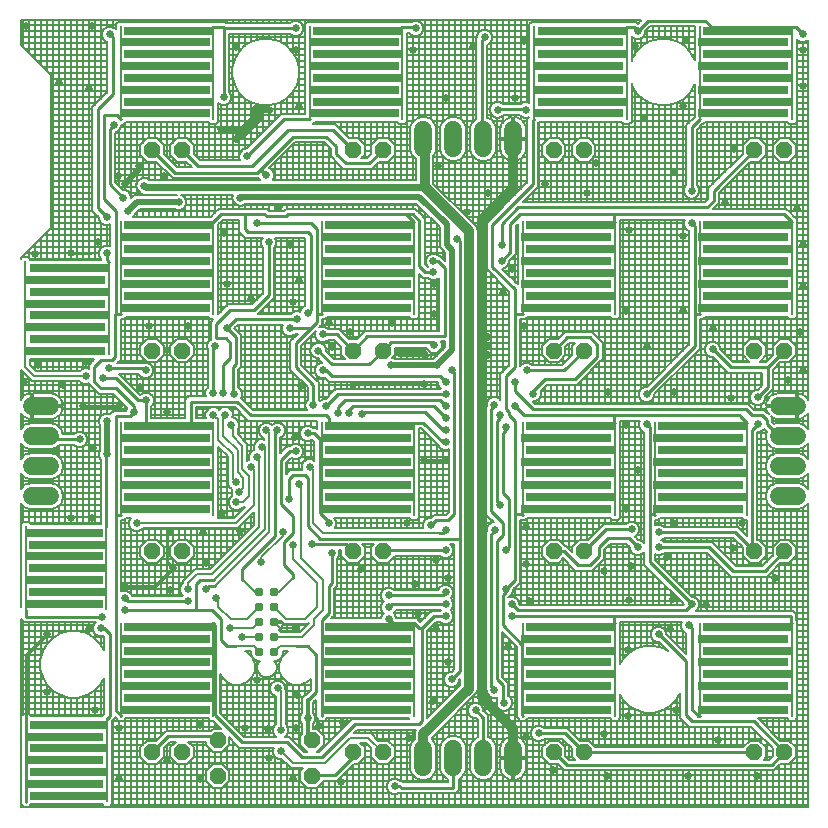
<source format=gbr>
G04 EAGLE Gerber RS-274X export*
G75*
%MOMM*%
%FSLAX34Y34*%
%LPD*%
%INTop Copper*%
%IPPOS*%
%AMOC8*
5,1,8,0,0,1.08239X$1,22.5*%
G01*
%ADD10R,0.010000X0.010000*%
%ADD11R,7.600000X0.800000*%
%ADD12R,0.200000X8.000000*%
%ADD13R,0.100000X0.100000*%
%ADD14R,6.600000X0.800000*%
%ADD15R,0.200000X7.200000*%
%ADD16R,6.900000X0.800000*%
%ADD17P,1.429621X8X22.500000*%
%ADD18C,0.787400*%
%ADD19C,1.524000*%
%ADD20P,1.429621X8X202.500000*%
%ADD21C,0.203200*%
%ADD22C,0.654800*%
%ADD23C,0.508000*%
%ADD24C,0.254000*%
%ADD25C,0.304800*%
%ADD26C,0.812800*%
%ADD27C,0.609600*%
%ADD28C,0.152400*%


D10*
X88300Y585920D03*
X166300Y663920D03*
D11*
X125300Y610920D03*
X129300Y600920D03*
X125300Y590920D03*
X129300Y620920D03*
X125300Y630920D03*
X129300Y640920D03*
X125300Y650920D03*
X129300Y660920D03*
D12*
X88300Y624920D03*
X166300Y624920D03*
D10*
X258300Y251000D03*
X336300Y329000D03*
D11*
X295300Y276000D03*
X299300Y266000D03*
X295300Y256000D03*
X299300Y286000D03*
X295300Y296000D03*
X299300Y306000D03*
X295300Y316000D03*
X299300Y326000D03*
D12*
X258300Y290000D03*
X336300Y290000D03*
D10*
X428300Y251000D03*
X506300Y329000D03*
D11*
X465300Y276000D03*
X469300Y266000D03*
X465300Y256000D03*
X469300Y286000D03*
X465300Y296000D03*
X469300Y306000D03*
X465300Y316000D03*
X469300Y326000D03*
D12*
X428300Y290000D03*
X506300Y290000D03*
D10*
X540200Y251000D03*
X618200Y329000D03*
D11*
X577200Y276000D03*
X581200Y266000D03*
X577200Y256000D03*
X581200Y286000D03*
X577200Y296000D03*
X581200Y306000D03*
X577200Y316000D03*
X581200Y326000D03*
D12*
X540200Y290000D03*
X618200Y290000D03*
D10*
X88300Y81000D03*
X166300Y159000D03*
D11*
X125300Y106000D03*
X129300Y96000D03*
X125300Y86000D03*
X129300Y116000D03*
X125300Y126000D03*
X129300Y136000D03*
X125300Y146000D03*
X129300Y156000D03*
D12*
X88300Y120000D03*
X166300Y120000D03*
D10*
X258300Y81000D03*
X336300Y159000D03*
D11*
X295300Y106000D03*
X299300Y96000D03*
X295300Y86000D03*
X299300Y116000D03*
X295300Y126000D03*
X299300Y136000D03*
X295300Y146000D03*
X299300Y156000D03*
D12*
X258300Y120000D03*
X336300Y120000D03*
D10*
X428300Y81000D03*
X506300Y159000D03*
D11*
X465300Y106000D03*
X469300Y96000D03*
X465300Y86000D03*
X469300Y116000D03*
X465300Y126000D03*
X469300Y136000D03*
X465300Y146000D03*
X469300Y156000D03*
D12*
X428300Y120000D03*
X506300Y120000D03*
D10*
X578300Y81000D03*
X656300Y159000D03*
D11*
X615300Y106000D03*
X619300Y96000D03*
X615300Y86000D03*
X619300Y116000D03*
X615300Y126000D03*
X619300Y136000D03*
X615300Y146000D03*
X619300Y156000D03*
D12*
X578300Y120000D03*
X656300Y120000D03*
D13*
X7640Y170740D03*
X75640Y240740D03*
D14*
X39640Y195740D03*
X43640Y185740D03*
X39640Y175740D03*
X43640Y205740D03*
X39640Y215740D03*
X43640Y225740D03*
X39640Y235740D03*
D15*
X7640Y205740D03*
X75640Y205740D03*
D10*
X78200Y464860D03*
X7200Y386860D03*
D16*
X44700Y439860D03*
X40700Y449860D03*
X44700Y459860D03*
X40700Y429860D03*
X44700Y419860D03*
X40700Y409860D03*
X44700Y399860D03*
X40700Y389860D03*
D12*
X78200Y425860D03*
X7200Y425860D03*
D10*
X248300Y585920D03*
X326300Y663920D03*
D11*
X285300Y610920D03*
X289300Y600920D03*
X285300Y590920D03*
X289300Y620920D03*
X285300Y630920D03*
X289300Y640920D03*
X285300Y650920D03*
X289300Y660920D03*
D12*
X248300Y624920D03*
X326300Y624920D03*
D10*
X438300Y585920D03*
X516300Y663920D03*
D11*
X475300Y610920D03*
X479300Y600920D03*
X475300Y590920D03*
X479300Y620920D03*
X475300Y630920D03*
X479300Y640920D03*
X475300Y650920D03*
X479300Y660920D03*
D12*
X438300Y624920D03*
X516300Y624920D03*
D10*
X578300Y585920D03*
X656300Y663920D03*
D11*
X615300Y610920D03*
X619300Y600920D03*
X615300Y590920D03*
X619300Y620920D03*
X615300Y630920D03*
X619300Y640920D03*
X615300Y650920D03*
X619300Y660920D03*
D12*
X578300Y624920D03*
X656300Y624920D03*
D10*
X88300Y421000D03*
X166300Y499000D03*
D11*
X125300Y446000D03*
X129300Y436000D03*
X125300Y426000D03*
X129300Y456000D03*
X125300Y466000D03*
X129300Y476000D03*
X125300Y486000D03*
X129300Y496000D03*
D12*
X88300Y460000D03*
X166300Y460000D03*
D10*
X258300Y421000D03*
X336300Y499000D03*
D11*
X295300Y446000D03*
X299300Y436000D03*
X295300Y426000D03*
X299300Y456000D03*
X295300Y466000D03*
X299300Y476000D03*
X295300Y486000D03*
X299300Y496000D03*
D12*
X258300Y460000D03*
X336300Y460000D03*
D10*
X428300Y421000D03*
X506300Y499000D03*
D11*
X465300Y446000D03*
X469300Y436000D03*
X465300Y426000D03*
X469300Y456000D03*
X465300Y466000D03*
X469300Y476000D03*
X465300Y486000D03*
X469300Y496000D03*
D12*
X428300Y460000D03*
X506300Y460000D03*
D10*
X578300Y421000D03*
X656300Y499000D03*
D11*
X615300Y446000D03*
X619300Y436000D03*
X615300Y426000D03*
X619300Y456000D03*
X615300Y466000D03*
X619300Y476000D03*
X615300Y486000D03*
X619300Y496000D03*
D12*
X578300Y460000D03*
X656300Y460000D03*
D10*
X88300Y251000D03*
X166300Y329000D03*
D11*
X125300Y276000D03*
X129300Y266000D03*
X125300Y256000D03*
X129300Y286000D03*
X125300Y296000D03*
X129300Y306000D03*
X125300Y316000D03*
X129300Y326000D03*
D12*
X88300Y290000D03*
X166300Y290000D03*
D17*
X114600Y560000D03*
X140000Y560000D03*
X284600Y220000D03*
X310000Y220000D03*
X454600Y220000D03*
X480000Y220000D03*
X624600Y220000D03*
X650000Y220000D03*
X114600Y50000D03*
X140000Y50000D03*
X284600Y50000D03*
X310000Y50000D03*
X454600Y50000D03*
X480000Y50000D03*
X624600Y50000D03*
X650000Y50000D03*
X284600Y560000D03*
X310000Y560000D03*
X454600Y560000D03*
X480000Y560000D03*
X624600Y560000D03*
X650000Y560000D03*
X114600Y390000D03*
X140000Y390000D03*
X284600Y390000D03*
X310000Y390000D03*
X454600Y390000D03*
X480000Y390000D03*
X624600Y390000D03*
X650000Y390000D03*
X114600Y220000D03*
X140000Y220000D03*
D18*
X218170Y134620D03*
X218170Y147320D03*
X218170Y160020D03*
X218170Y172720D03*
X218170Y185420D03*
X205470Y185420D03*
X205470Y172720D03*
X205470Y160020D03*
X205470Y147320D03*
X205470Y134620D03*
D19*
X420400Y52720D02*
X420400Y37480D01*
X395000Y37480D02*
X395000Y52720D01*
X369600Y52720D02*
X369600Y37480D01*
X344200Y37480D02*
X344200Y52720D01*
X344200Y561582D02*
X344200Y576822D01*
X369600Y576822D02*
X369600Y561582D01*
X395000Y561582D02*
X395000Y576822D01*
X420400Y576822D02*
X420400Y561582D01*
X645160Y266700D02*
X660400Y266700D01*
X660400Y292100D02*
X645160Y292100D01*
X645160Y317500D02*
X660400Y317500D01*
X660400Y342900D02*
X645160Y342900D01*
X27940Y342900D02*
X12700Y342900D01*
X12700Y317500D02*
X27940Y317500D01*
X27940Y292100D02*
X12700Y292100D01*
X12700Y266700D02*
X27940Y266700D01*
D17*
X170000Y60000D03*
X250000Y60000D03*
D20*
X250000Y30000D03*
X170000Y30000D03*
D13*
X76180Y78180D03*
X8180Y8180D03*
D14*
X44180Y53180D03*
X40180Y63180D03*
X44180Y73180D03*
X40180Y43180D03*
X44180Y33180D03*
X40180Y23180D03*
X44180Y13180D03*
D15*
X76180Y43180D03*
X8180Y43180D03*
D21*
X218170Y134620D02*
X223250Y139700D01*
X236220Y139700D01*
D22*
X355600Y377444D03*
D23*
X316992Y377444D01*
D22*
X316992Y377444D03*
D23*
X355600Y377444D02*
X368554Y390398D01*
X368554Y475234D02*
X363982Y479806D01*
X363982Y497078D01*
X340868Y520192D01*
X189992Y520192D02*
X189230Y519430D01*
D22*
X189230Y519430D03*
D23*
X368554Y475234D02*
X368554Y390398D01*
X340868Y520192D02*
X189992Y520192D01*
D24*
X236220Y139700D02*
X246380Y139700D01*
X253492Y132588D01*
X253492Y101092D02*
X246380Y93980D01*
D25*
X246380Y78740D02*
X246380Y63620D01*
X250000Y60000D01*
D24*
X253492Y101092D02*
X253492Y132588D01*
D25*
X246380Y93980D02*
X246380Y78740D01*
D22*
X246380Y78740D03*
X76200Y302260D03*
D23*
X76200Y330200D01*
D22*
X76200Y330200D03*
X93980Y508000D03*
D23*
X101600Y515620D01*
X137160Y515620D01*
D22*
X137160Y515620D03*
D24*
X75640Y301700D02*
X75640Y240740D01*
X75640Y301700D02*
X76200Y302260D01*
D21*
X218170Y160020D02*
X223250Y154940D01*
X236220Y154940D01*
D26*
X420400Y527080D02*
X420400Y569202D01*
X420400Y69820D02*
X420400Y45100D01*
X393700Y500380D02*
X420400Y527080D01*
X393700Y500380D02*
X393700Y401320D01*
X393700Y393700D01*
X393700Y386080D01*
X393700Y96520D01*
X420400Y69820D01*
D22*
X91440Y531368D03*
D23*
X103632Y543560D01*
X103632Y546100D01*
D22*
X103632Y546100D03*
X345214Y361442D03*
D24*
X285242Y361442D01*
X284480Y360680D01*
D22*
X284480Y360680D03*
X236220Y154940D03*
X132080Y205740D03*
D24*
X127000Y210820D01*
X127000Y233680D02*
X129540Y236220D01*
D22*
X129540Y236220D03*
D24*
X127000Y233680D02*
X127000Y210820D01*
X7620Y8740D02*
X8180Y8180D01*
X7620Y132080D02*
X25400Y149860D01*
D22*
X25400Y149860D03*
D24*
X7620Y132080D02*
X7620Y8740D01*
X116840Y190500D02*
X132080Y205740D01*
X116840Y190500D02*
X91440Y190500D01*
D22*
X91440Y190500D03*
X86360Y342900D03*
D24*
X55880Y342900D01*
D22*
X55880Y342900D03*
X398780Y386080D03*
X398780Y393700D03*
X398780Y401320D03*
D23*
X393700Y401320D01*
X393700Y393700D02*
X398780Y393700D01*
X398780Y386080D02*
X393700Y386080D01*
D22*
X363220Y297180D03*
D24*
X344678Y297180D01*
D22*
X344678Y297180D03*
D24*
X62620Y472440D02*
X45720Y472440D01*
D22*
X45720Y472440D03*
X345948Y386334D03*
D27*
X344678Y387604D01*
X323942Y387604D01*
D22*
X323942Y387604D03*
X185420Y568960D03*
X203200Y594360D03*
D26*
X203200Y586740D02*
X189230Y572770D01*
X203200Y586740D02*
X203200Y594360D01*
D28*
X549135Y153585D02*
X550136Y151168D01*
X549135Y153585D02*
X547285Y155435D01*
X544868Y156436D01*
X542252Y156436D01*
X539835Y155435D01*
X537985Y153585D01*
X536984Y151168D01*
X536984Y148552D01*
X537985Y146135D01*
X539835Y144285D01*
X542252Y143284D01*
X543670Y143284D01*
X551494Y135460D01*
X546864Y138133D01*
X539666Y140062D01*
X532214Y140062D01*
X525016Y138133D01*
X518562Y134407D01*
X513293Y129138D01*
X510602Y124477D01*
X510602Y156836D01*
X510872Y157106D01*
X510872Y160528D01*
X563105Y160528D01*
X562384Y158788D01*
X562384Y156172D01*
X563385Y153755D01*
X565235Y151905D01*
X566928Y151204D01*
X566928Y132958D01*
X550136Y149750D01*
X550136Y151168D01*
X414189Y460515D02*
X411772Y459514D01*
X414189Y460515D02*
X416039Y462365D01*
X417040Y464782D01*
X417040Y466200D01*
X422402Y471562D01*
X422402Y495692D01*
X423998Y497288D01*
X423998Y446068D01*
X410552Y459514D01*
X411772Y459514D01*
X3302Y260848D02*
X3441Y260513D01*
X6513Y257441D01*
X10527Y255778D01*
X30113Y255778D01*
X34127Y257441D01*
X37199Y260513D01*
X38862Y264527D01*
X38862Y268873D01*
X37199Y272887D01*
X34127Y275959D01*
X30113Y277622D01*
X10527Y277622D01*
X6513Y275959D01*
X3441Y272887D01*
X3302Y272552D01*
X3302Y286248D01*
X3441Y285913D01*
X6513Y282841D01*
X10527Y281178D01*
X30113Y281178D01*
X34127Y282841D01*
X37199Y285913D01*
X38862Y289927D01*
X38862Y294273D01*
X37199Y298287D01*
X34127Y301359D01*
X30113Y303022D01*
X10527Y303022D01*
X6513Y301359D01*
X3441Y298287D01*
X3302Y297952D01*
X3302Y311648D01*
X3441Y311313D01*
X6513Y308241D01*
X10527Y306578D01*
X30113Y306578D01*
X34127Y308241D01*
X36274Y310388D01*
X48612Y310388D01*
X49615Y309385D01*
X52032Y308384D01*
X54648Y308384D01*
X57065Y309385D01*
X58915Y311235D01*
X59916Y313652D01*
X59916Y316268D01*
X58915Y318685D01*
X57065Y320535D01*
X54648Y321536D01*
X52032Y321536D01*
X49615Y320535D01*
X48612Y319532D01*
X38862Y319532D01*
X38862Y319673D01*
X37199Y323687D01*
X34127Y326759D01*
X30113Y328422D01*
X10527Y328422D01*
X6513Y326759D01*
X3441Y323687D01*
X3302Y323352D01*
X3302Y337287D01*
X3359Y337176D01*
X4369Y335785D01*
X5585Y334569D01*
X6976Y333559D01*
X8507Y332778D01*
X10142Y332247D01*
X11840Y331978D01*
X11938Y331978D01*
X11938Y342138D01*
X13462Y342138D01*
X13462Y331978D01*
X28800Y331978D01*
X30498Y332247D01*
X32133Y332778D01*
X33664Y333559D01*
X35055Y334569D01*
X36271Y335785D01*
X37281Y337176D01*
X38062Y338707D01*
X38593Y340342D01*
X38862Y342040D01*
X38862Y342138D01*
X13462Y342138D01*
X13462Y343662D01*
X38862Y343662D01*
X38862Y343760D01*
X38593Y345458D01*
X38062Y347093D01*
X37281Y348624D01*
X36271Y350015D01*
X35055Y351231D01*
X33664Y352241D01*
X32133Y353022D01*
X30498Y353553D01*
X28800Y353822D01*
X13462Y353822D01*
X13462Y343662D01*
X11938Y343662D01*
X11938Y353822D01*
X11840Y353822D01*
X10142Y353553D01*
X8507Y353022D01*
X6976Y352241D01*
X5585Y351231D01*
X4369Y350015D01*
X3359Y348624D01*
X3302Y348513D01*
X3302Y373607D01*
X12911Y363998D01*
X53454Y363998D01*
X54711Y362741D01*
X57128Y361740D01*
X59744Y361740D01*
X61262Y362369D01*
X61262Y361612D01*
X63940Y358934D01*
X63940Y358934D01*
X69306Y353568D01*
X81926Y353568D01*
X93717Y341777D01*
X93485Y341545D01*
X92484Y339128D01*
X92484Y339090D01*
X81926Y339090D01*
X79248Y336412D01*
X79248Y336055D01*
X77508Y336776D01*
X74892Y336776D01*
X72475Y335775D01*
X70625Y333925D01*
X69624Y331508D01*
X69624Y328892D01*
X70358Y327120D01*
X70358Y305340D01*
X69624Y303568D01*
X69624Y300952D01*
X70625Y298535D01*
X71068Y298092D01*
X71068Y243042D01*
X11942Y243042D01*
X11942Y243108D01*
X10008Y245042D01*
X5272Y245042D01*
X3338Y243108D01*
X3338Y172904D01*
X3302Y172868D01*
X3302Y260848D01*
X347472Y153046D02*
X354954Y160528D01*
X358492Y160528D01*
X359495Y159525D01*
X361912Y158524D01*
X364528Y158524D01*
X366945Y159525D01*
X368795Y161375D01*
X369796Y163792D01*
X369796Y166408D01*
X368795Y168825D01*
X367440Y170180D01*
X368795Y171535D01*
X369796Y173952D01*
X369796Y176568D01*
X368795Y178985D01*
X367440Y180340D01*
X368795Y181695D01*
X369796Y184112D01*
X369796Y186728D01*
X368795Y189145D01*
X366945Y190995D01*
X364528Y191996D01*
X361912Y191996D01*
X359495Y190995D01*
X357645Y189145D01*
X356944Y187452D01*
X319688Y187452D01*
X318685Y188455D01*
X316268Y189456D01*
X313652Y189456D01*
X311235Y188455D01*
X309385Y186605D01*
X308384Y184188D01*
X308384Y181572D01*
X309385Y179155D01*
X310740Y177800D01*
X309385Y176445D01*
X308384Y174028D01*
X308384Y171412D01*
X309385Y168995D01*
X310740Y167640D01*
X309385Y166285D01*
X308384Y163868D01*
X308384Y163302D01*
X266288Y163302D01*
X268732Y165746D01*
X268732Y188606D01*
X271272Y191146D01*
X271272Y213712D01*
X272275Y214715D01*
X273276Y217132D01*
X273276Y219748D01*
X272555Y221488D01*
X274694Y221488D01*
X274694Y215897D01*
X280497Y210094D01*
X288703Y210094D01*
X294506Y215897D01*
X294506Y224103D01*
X292295Y226314D01*
X302305Y226314D01*
X300094Y224103D01*
X300094Y215897D01*
X305897Y210094D01*
X314103Y210094D01*
X319906Y215897D01*
X319906Y216408D01*
X358492Y216408D01*
X359495Y215405D01*
X361912Y214404D01*
X364528Y214404D01*
X366945Y215405D01*
X368795Y217255D01*
X369796Y219672D01*
X369796Y222288D01*
X368795Y224705D01*
X367186Y226314D01*
X370332Y226314D01*
X370332Y120258D01*
X368410Y118336D01*
X366992Y118336D01*
X364575Y117335D01*
X362725Y115485D01*
X361724Y113068D01*
X361724Y110452D01*
X362725Y108035D01*
X364575Y106185D01*
X366992Y105184D01*
X369608Y105184D01*
X372025Y106185D01*
X373875Y108035D01*
X374876Y110452D01*
X374876Y111870D01*
X375412Y112406D01*
X375412Y106937D01*
X347472Y78997D01*
X347472Y153046D01*
X573998Y635829D02*
X573743Y636780D01*
X570017Y643234D01*
X564748Y648503D01*
X558294Y652229D01*
X551096Y654158D01*
X543644Y654158D01*
X536446Y652229D01*
X529992Y648503D01*
X524723Y643234D01*
X520997Y636780D01*
X520602Y635307D01*
X520602Y656278D01*
X522055Y654825D01*
X524472Y653824D01*
X527088Y653824D01*
X529505Y654825D01*
X531355Y656675D01*
X532356Y659092D01*
X532356Y660510D01*
X536564Y664718D01*
X573998Y664718D01*
X573998Y635829D01*
X61262Y374263D02*
X59744Y374892D01*
X57128Y374892D01*
X54711Y373891D01*
X53454Y372634D01*
X16489Y372634D01*
X11518Y377605D01*
X11518Y382558D01*
X65768Y382558D01*
X61262Y378052D01*
X61262Y374264D01*
X61262Y374263D01*
X182654Y518122D02*
X182654Y520738D01*
X182654Y518122D02*
X183655Y515705D01*
X185505Y513855D01*
X187922Y512854D01*
X190538Y512854D01*
X192955Y513855D01*
X193450Y514350D01*
X338448Y514350D01*
X358140Y494658D01*
X358140Y477386D01*
X361562Y473964D01*
X362712Y472814D01*
X362712Y465698D01*
X358256Y470154D01*
X357534Y470154D01*
X356531Y471157D01*
X354114Y472158D01*
X351498Y472158D01*
X349081Y471157D01*
X347231Y469307D01*
X346230Y466890D01*
X346230Y464274D01*
X347231Y461857D01*
X348205Y460883D01*
X348078Y460756D01*
X347842Y460756D01*
X345440Y463158D01*
X345440Y501766D01*
X342762Y504444D01*
X337174Y510032D01*
X227722Y510032D01*
X226198Y508508D01*
X213222Y508508D01*
X211698Y510032D01*
X170866Y510032D01*
X168188Y507354D01*
X164136Y503302D01*
X98582Y503302D01*
X99555Y504275D01*
X100289Y506047D01*
X104020Y509778D01*
X134080Y509778D01*
X135852Y509044D01*
X138468Y509044D01*
X140885Y510045D01*
X142735Y511895D01*
X143736Y514312D01*
X143736Y516928D01*
X142735Y519345D01*
X140885Y521195D01*
X139014Y521970D01*
X183164Y521970D01*
X182654Y520738D01*
X149906Y564103D02*
X144103Y569906D01*
X135897Y569906D01*
X130094Y564103D01*
X130094Y555897D01*
X135897Y550094D01*
X143440Y550094D01*
X148450Y545084D01*
X135982Y545084D01*
X124506Y556560D01*
X124506Y564103D01*
X118703Y569906D01*
X110497Y569906D01*
X104694Y564103D01*
X104694Y555897D01*
X110497Y550094D01*
X118040Y550094D01*
X129516Y538618D01*
X129516Y538618D01*
X132194Y535940D01*
X205094Y535940D01*
X205213Y536059D01*
X205753Y534755D01*
X205838Y534670D01*
X112170Y534670D01*
X111675Y535165D01*
X109258Y536166D01*
X106642Y536166D01*
X104225Y535165D01*
X102375Y533315D01*
X101374Y530898D01*
X101374Y528282D01*
X102375Y525865D01*
X104225Y524015D01*
X104771Y523789D01*
X105623Y522937D01*
X107957Y521970D01*
X135306Y521970D01*
X134080Y521462D01*
X99180Y521462D01*
X96972Y519254D01*
X96972Y520484D01*
X95971Y522901D01*
X94121Y524751D01*
X91704Y525752D01*
X90286Y525752D01*
X83312Y532726D01*
X83312Y574576D01*
X83350Y574576D01*
X85767Y575577D01*
X87617Y577427D01*
X88618Y579844D01*
X88618Y581348D01*
X90194Y581348D01*
X90464Y581618D01*
X90668Y581618D01*
X92602Y583552D01*
X92602Y583618D01*
X161998Y583618D01*
X161998Y583552D01*
X163932Y581618D01*
X168668Y581618D01*
X170602Y583552D01*
X170602Y599878D01*
X171535Y598945D01*
X173952Y597944D01*
X176568Y597944D01*
X178985Y598945D01*
X180835Y600795D01*
X181836Y603212D01*
X181836Y605828D01*
X180835Y608245D01*
X179832Y609248D01*
X179832Y658368D01*
X231492Y658368D01*
X232495Y657365D01*
X234912Y656364D01*
X237528Y656364D01*
X239945Y657365D01*
X241795Y659215D01*
X242796Y661632D01*
X242796Y664248D01*
X241795Y666665D01*
X239945Y668515D01*
X237528Y669516D01*
X234912Y669516D01*
X232495Y668515D01*
X231492Y667512D01*
X177154Y667512D01*
X176174Y668492D01*
X164406Y668492D01*
X164136Y668222D01*
X85932Y668222D01*
X83998Y666288D01*
X83998Y661902D01*
X82465Y663435D01*
X80048Y664436D01*
X77432Y664436D01*
X75015Y663435D01*
X73165Y661585D01*
X72164Y659168D01*
X72164Y656552D01*
X73165Y654135D01*
X75015Y652285D01*
X76708Y651584D01*
X76708Y608954D01*
X64008Y596254D01*
X64008Y508646D01*
X66686Y505968D01*
X69624Y503030D01*
X69624Y501612D01*
X70625Y499195D01*
X72475Y497345D01*
X74892Y496344D01*
X77508Y496344D01*
X79248Y497065D01*
X79248Y478295D01*
X77508Y479016D01*
X74892Y479016D01*
X72475Y478015D01*
X70625Y476165D01*
X69624Y473748D01*
X69624Y471132D01*
X70625Y468715D01*
X71628Y467712D01*
X71628Y467162D01*
X11502Y467162D01*
X11502Y467228D01*
X9568Y469162D01*
X4832Y469162D01*
X3302Y467632D01*
X3302Y468532D01*
X28702Y493932D01*
X28702Y623668D01*
X26768Y625602D01*
X3302Y649068D01*
X3302Y669798D01*
X528712Y669798D01*
X525890Y666976D01*
X525670Y666976D01*
X524154Y668492D01*
X514406Y668492D01*
X514136Y668222D01*
X435932Y668222D01*
X433998Y666288D01*
X433998Y599638D01*
X432092Y600428D01*
X429476Y600428D01*
X427059Y599427D01*
X426564Y598932D01*
X411382Y598932D01*
X410887Y599427D01*
X408470Y600428D01*
X405854Y600428D01*
X403437Y599427D01*
X401587Y597577D01*
X400586Y595160D01*
X400586Y592544D01*
X401587Y590127D01*
X403437Y588277D01*
X405854Y587276D01*
X408470Y587276D01*
X410887Y588277D01*
X412398Y589788D01*
X425548Y589788D01*
X427059Y588277D01*
X429476Y587276D01*
X432092Y587276D01*
X433967Y588053D01*
X432308Y586394D01*
X432308Y532754D01*
X398018Y498464D01*
X398018Y459116D01*
X400696Y456438D01*
X417068Y440066D01*
X417068Y377814D01*
X409448Y370194D01*
X409448Y348390D01*
X408093Y349745D01*
X405676Y350746D01*
X403060Y350746D01*
X400643Y349745D01*
X398793Y347895D01*
X397792Y345478D01*
X397792Y343298D01*
X396748Y342254D01*
X396748Y252106D01*
X399426Y249428D01*
X399426Y249428D01*
X404026Y244828D01*
X403568Y244828D01*
X401151Y243827D01*
X399301Y241977D01*
X398300Y239560D01*
X398300Y237634D01*
X396748Y236082D01*
X396748Y103770D01*
X397792Y102726D01*
X397792Y101308D01*
X398793Y98891D01*
X400643Y97041D01*
X403060Y96040D01*
X405676Y96040D01*
X406908Y96550D01*
X406908Y94564D01*
X406323Y93151D01*
X406323Y90535D01*
X406908Y89121D01*
X406908Y88530D01*
X409586Y85852D01*
X410177Y85852D01*
X411591Y85267D01*
X414207Y85267D01*
X416624Y86268D01*
X418473Y88118D01*
X419475Y90535D01*
X419475Y93151D01*
X418473Y95568D01*
X416624Y97417D01*
X416052Y97654D01*
X416052Y108574D01*
X410972Y113654D01*
X410972Y151522D01*
X423418Y139076D01*
X423418Y79416D01*
X423998Y78836D01*
X423998Y78632D01*
X425932Y76698D01*
X426136Y76698D01*
X426406Y76428D01*
X430194Y76428D01*
X430464Y76698D01*
X430668Y76698D01*
X432602Y78632D01*
X432602Y78698D01*
X501998Y78698D01*
X501998Y78632D01*
X503932Y76698D01*
X508668Y76698D01*
X510602Y78632D01*
X510602Y99043D01*
X513293Y94382D01*
X518562Y89113D01*
X525016Y85387D01*
X532214Y83458D01*
X539666Y83458D01*
X546864Y85387D01*
X553318Y89113D01*
X558587Y94382D01*
X561848Y100030D01*
X561848Y79386D01*
X566928Y74306D01*
X569606Y71628D01*
X621906Y71628D01*
X640094Y53440D01*
X640094Y46560D01*
X637222Y43688D01*
X632297Y43688D01*
X634506Y45897D01*
X634506Y54103D01*
X628703Y59906D01*
X620497Y59906D01*
X615163Y54572D01*
X489437Y54572D01*
X484103Y59906D01*
X476560Y59906D01*
X465854Y70612D01*
X446688Y70612D01*
X445685Y71615D01*
X443268Y72616D01*
X440652Y72616D01*
X438235Y71615D01*
X436385Y69765D01*
X435384Y67348D01*
X435384Y64732D01*
X436385Y62315D01*
X438235Y60465D01*
X440652Y59464D01*
X443268Y59464D01*
X445685Y60465D01*
X446688Y61468D01*
X462066Y61468D01*
X470094Y53440D01*
X470094Y45897D01*
X472303Y43688D01*
X467378Y43688D01*
X464506Y46560D01*
X464506Y54103D01*
X458703Y59906D01*
X450497Y59906D01*
X444694Y54103D01*
X444694Y45897D01*
X450497Y40094D01*
X458040Y40094D01*
X460912Y37222D01*
X463590Y34544D01*
X641010Y34544D01*
X643688Y37222D01*
X646560Y40094D01*
X654103Y40094D01*
X659906Y45897D01*
X659906Y54103D01*
X654103Y59906D01*
X646560Y59906D01*
X627768Y78698D01*
X651998Y78698D01*
X651998Y78632D01*
X653932Y76698D01*
X658668Y76698D01*
X660602Y78632D01*
X660602Y156836D01*
X660872Y157106D01*
X660872Y160894D01*
X660602Y161164D01*
X660602Y161368D01*
X659892Y162078D01*
X659892Y166994D01*
X657214Y169672D01*
X575193Y169672D01*
X575225Y169685D01*
X577075Y171535D01*
X578076Y173952D01*
X578076Y176568D01*
X577075Y178985D01*
X575225Y180835D01*
X572808Y181836D01*
X571390Y181836D01*
X540512Y212714D01*
X540512Y217665D01*
X542252Y216944D01*
X544868Y216944D01*
X547285Y217945D01*
X548288Y218948D01*
X584586Y218948D01*
X602228Y201306D01*
X602228Y201306D01*
X604906Y198628D01*
X635094Y198628D01*
X637772Y201306D01*
X646560Y210094D01*
X654103Y210094D01*
X659906Y215897D01*
X659906Y224103D01*
X654103Y229906D01*
X645897Y229906D01*
X640094Y224103D01*
X640094Y216560D01*
X631306Y207772D01*
X608694Y207772D01*
X591052Y225414D01*
X591052Y225414D01*
X588374Y228092D01*
X548288Y228092D01*
X547285Y229095D01*
X545414Y229870D01*
X547285Y230645D01*
X548288Y231648D01*
X606486Y231648D01*
X614694Y223440D01*
X614694Y215897D01*
X620497Y210094D01*
X628703Y210094D01*
X634506Y215897D01*
X634506Y224103D01*
X628703Y229906D01*
X627074Y229906D01*
X627074Y320888D01*
X627270Y321084D01*
X628688Y321084D01*
X631105Y322085D01*
X632607Y323587D01*
X634907Y321287D01*
X634238Y319673D01*
X634238Y315327D01*
X635901Y311313D01*
X638973Y308241D01*
X642987Y306578D01*
X662573Y306578D01*
X666587Y308241D01*
X669659Y311313D01*
X669798Y311648D01*
X669798Y297952D01*
X669659Y298287D01*
X666587Y301359D01*
X662573Y303022D01*
X642987Y303022D01*
X638973Y301359D01*
X635901Y298287D01*
X634238Y294273D01*
X634238Y289927D01*
X635901Y285913D01*
X638973Y282841D01*
X642987Y281178D01*
X662573Y281178D01*
X666587Y282841D01*
X669659Y285913D01*
X669798Y286248D01*
X669798Y272552D01*
X669659Y272887D01*
X666587Y275959D01*
X662573Y277622D01*
X642987Y277622D01*
X638973Y275959D01*
X635901Y272887D01*
X634238Y268873D01*
X634238Y264527D01*
X635901Y260513D01*
X638973Y257441D01*
X642987Y255778D01*
X662573Y255778D01*
X666587Y257441D01*
X669659Y260513D01*
X669798Y260848D01*
X669798Y3302D01*
X3302Y3302D01*
X3302Y162952D01*
X3556Y162698D01*
X6234Y160020D01*
X66900Y160020D01*
X65545Y158665D01*
X64544Y156248D01*
X64544Y153632D01*
X65545Y151215D01*
X67395Y149365D01*
X69812Y148364D01*
X72428Y148364D01*
X73377Y148757D01*
X74168Y147966D01*
X74168Y136190D01*
X70907Y141838D01*
X65638Y147107D01*
X59184Y150833D01*
X51986Y152762D01*
X44534Y152762D01*
X37336Y150833D01*
X30882Y147107D01*
X25613Y141838D01*
X21887Y135384D01*
X19958Y128186D01*
X19958Y120734D01*
X21887Y113536D01*
X25613Y107082D01*
X30882Y101813D01*
X37336Y98087D01*
X44534Y96158D01*
X51986Y96158D01*
X59184Y98087D01*
X65638Y101813D01*
X70907Y107082D01*
X74168Y112730D01*
X74168Y82634D01*
X74016Y82482D01*
X73812Y82482D01*
X71878Y80548D01*
X71878Y80482D01*
X12482Y80482D01*
X12482Y80548D01*
X10548Y82482D01*
X5812Y82482D01*
X3878Y80548D01*
X3878Y5812D01*
X5812Y3878D01*
X10548Y3878D01*
X12482Y5812D01*
X12482Y5878D01*
X71878Y5878D01*
X71878Y5812D01*
X73812Y3878D01*
X78548Y3878D01*
X80482Y5812D01*
X80482Y76016D01*
X80634Y76168D01*
X83312Y78846D01*
X83312Y79522D01*
X83998Y78836D01*
X83998Y78632D01*
X85932Y76698D01*
X86136Y76698D01*
X86406Y76428D01*
X90194Y76428D01*
X90464Y76698D01*
X90668Y76698D01*
X92602Y78632D01*
X92602Y78698D01*
X161998Y78698D01*
X161998Y78632D01*
X163932Y76698D01*
X165756Y76698D01*
X172548Y69906D01*
X165897Y69906D01*
X164063Y68072D01*
X126206Y68072D01*
X118040Y59906D01*
X110497Y59906D01*
X104694Y54103D01*
X104694Y45897D01*
X110497Y40094D01*
X118703Y40094D01*
X124506Y45897D01*
X124506Y53440D01*
X129994Y58928D01*
X134919Y58928D01*
X130094Y54103D01*
X130094Y45897D01*
X135897Y40094D01*
X144103Y40094D01*
X149906Y45897D01*
X149906Y54103D01*
X145081Y58928D01*
X160094Y58928D01*
X160094Y55897D01*
X165897Y50094D01*
X174103Y50094D01*
X179906Y55897D01*
X179906Y62548D01*
X185928Y56526D01*
X188606Y53848D01*
X217665Y53848D01*
X216944Y52108D01*
X216944Y49492D01*
X217945Y47075D01*
X219795Y45225D01*
X222212Y44224D01*
X223989Y44224D01*
X229362Y38851D01*
X231891Y36322D01*
X242313Y36322D01*
X240094Y34103D01*
X240094Y25897D01*
X245897Y20094D01*
X254103Y20094D01*
X259906Y25897D01*
X259906Y25908D01*
X271134Y25908D01*
X285320Y40094D01*
X288703Y40094D01*
X294506Y45897D01*
X294506Y54103D01*
X290697Y57912D01*
X295981Y57912D01*
X300094Y53799D01*
X300094Y45897D01*
X305897Y40094D01*
X314103Y40094D01*
X319906Y45897D01*
X319906Y54103D01*
X314103Y59906D01*
X306201Y59906D01*
X299559Y66548D01*
X285358Y66548D01*
X287898Y69088D01*
X337793Y69088D01*
X336834Y66773D01*
X336834Y60800D01*
X334941Y58907D01*
X333278Y54893D01*
X333278Y35307D01*
X334941Y31293D01*
X338013Y28221D01*
X342027Y26558D01*
X346373Y26558D01*
X350387Y28221D01*
X353459Y31293D01*
X355122Y35307D01*
X355122Y54893D01*
X353459Y58907D01*
X351566Y60800D01*
X351566Y62257D01*
X389023Y99713D01*
X390144Y102421D01*
X390144Y492447D01*
X389023Y495155D01*
X386951Y497227D01*
X352806Y531371D01*
X352806Y554742D01*
X353459Y555395D01*
X355122Y559409D01*
X355122Y578995D01*
X353459Y583009D01*
X350387Y586081D01*
X346373Y587744D01*
X342027Y587744D01*
X338013Y586081D01*
X334941Y583009D01*
X333278Y578995D01*
X333278Y559409D01*
X334941Y555395D01*
X338013Y552323D01*
X338074Y552298D01*
X338074Y534670D01*
X216818Y534670D01*
X216903Y534755D01*
X217904Y537172D01*
X217904Y539788D01*
X216903Y542205D01*
X215053Y544055D01*
X213749Y544595D01*
X235574Y566420D01*
X260234Y566420D01*
X265684Y560970D01*
X265684Y554874D01*
X273812Y546746D01*
X273812Y546746D01*
X276490Y544068D01*
X300534Y544068D01*
X303212Y546746D01*
X303212Y546746D01*
X306560Y550094D01*
X314103Y550094D01*
X319906Y555897D01*
X319906Y564103D01*
X314103Y569906D01*
X305897Y569906D01*
X300094Y564103D01*
X300094Y556560D01*
X296746Y553212D01*
X291821Y553212D01*
X294506Y555897D01*
X294506Y564103D01*
X288703Y569906D01*
X281160Y569906D01*
X269406Y581660D01*
X250710Y581660D01*
X252602Y583552D01*
X252602Y583618D01*
X321998Y583618D01*
X321998Y583552D01*
X323932Y581618D01*
X328668Y581618D01*
X330602Y583552D01*
X330602Y659348D01*
X332190Y659348D01*
X332245Y659215D01*
X334095Y657365D01*
X336512Y656364D01*
X339128Y656364D01*
X341545Y657365D01*
X343395Y659215D01*
X344396Y661632D01*
X344396Y664248D01*
X343395Y666665D01*
X341545Y668515D01*
X339128Y669516D01*
X336512Y669516D01*
X334095Y668515D01*
X334072Y668492D01*
X324406Y668492D01*
X324136Y668222D01*
X245932Y668222D01*
X243998Y666288D01*
X243998Y590492D01*
X224054Y590492D01*
X194874Y561312D01*
X193764Y561312D01*
X191347Y560311D01*
X189497Y558461D01*
X188496Y556044D01*
X188496Y553428D01*
X189427Y551180D01*
X155286Y551180D01*
X149906Y556560D01*
X149906Y564103D01*
X179906Y34103D02*
X179906Y25897D01*
X179906Y34103D02*
X174103Y39906D01*
X165897Y39906D01*
X160094Y34103D01*
X160094Y25897D01*
X165897Y20094D01*
X174103Y20094D01*
X179906Y25897D01*
X419540Y26558D02*
X419638Y26558D01*
X419638Y44338D01*
X421162Y44338D01*
X421162Y26558D01*
X421260Y26558D01*
X422958Y26827D01*
X424593Y27358D01*
X426124Y28139D01*
X427515Y29149D01*
X428731Y30365D01*
X429741Y31756D01*
X430522Y33287D01*
X431053Y34922D01*
X431322Y36620D01*
X431322Y44338D01*
X421162Y44338D01*
X421162Y45862D01*
X431322Y45862D01*
X431322Y53580D01*
X431053Y55278D01*
X430522Y56913D01*
X429741Y58444D01*
X428731Y59835D01*
X427515Y61051D01*
X426124Y62061D01*
X424593Y62842D01*
X422958Y63373D01*
X421260Y63642D01*
X421162Y63642D01*
X421162Y45862D01*
X419638Y45862D01*
X419638Y63642D01*
X419540Y63642D01*
X417842Y63373D01*
X416207Y62842D01*
X414676Y62061D01*
X413285Y61051D01*
X412069Y59835D01*
X411059Y58444D01*
X410278Y56913D01*
X409747Y55278D01*
X409478Y53580D01*
X409478Y45862D01*
X419638Y45862D01*
X419638Y44338D01*
X409478Y44338D01*
X409478Y36620D01*
X409747Y34922D01*
X410278Y33287D01*
X411059Y31756D01*
X412069Y30365D01*
X413285Y29149D01*
X414676Y28139D01*
X416207Y27358D01*
X417842Y26827D01*
X419540Y26558D01*
X380522Y35307D02*
X380522Y54893D01*
X378859Y58907D01*
X375787Y61979D01*
X371773Y63642D01*
X367427Y63642D01*
X363413Y61979D01*
X360341Y58907D01*
X358678Y54893D01*
X358678Y35307D01*
X360341Y31293D01*
X363413Y28221D01*
X365028Y27552D01*
X365028Y24638D01*
X327268Y24638D01*
X326224Y25682D01*
X324768Y25682D01*
X323765Y26685D01*
X321348Y27686D01*
X318732Y27686D01*
X316315Y26685D01*
X314465Y24835D01*
X313464Y22418D01*
X313464Y19802D01*
X314465Y17385D01*
X316315Y15535D01*
X318732Y14534D01*
X321348Y14534D01*
X323666Y15494D01*
X371494Y15494D01*
X374172Y18172D01*
X374172Y27552D01*
X375787Y28221D01*
X378859Y31293D01*
X380522Y35307D01*
X358678Y559409D02*
X358678Y578995D01*
X358678Y559409D02*
X360341Y555395D01*
X363413Y552323D01*
X367427Y550660D01*
X371773Y550660D01*
X375787Y552323D01*
X378859Y555395D01*
X380522Y559409D01*
X380522Y578995D01*
X378859Y583009D01*
X375787Y586081D01*
X371773Y587744D01*
X367427Y587744D01*
X363413Y586081D01*
X360341Y583009D01*
X358678Y578995D01*
X384078Y578995D02*
X384078Y559409D01*
X385741Y555395D01*
X388813Y552323D01*
X392827Y550660D01*
X397173Y550660D01*
X401187Y552323D01*
X404259Y555395D01*
X405922Y559409D01*
X405922Y578995D01*
X404259Y583009D01*
X401187Y586081D01*
X398272Y587289D01*
X398272Y649044D01*
X399965Y649745D01*
X401815Y651595D01*
X402816Y654012D01*
X402816Y656628D01*
X401815Y659045D01*
X399965Y660895D01*
X397548Y661896D01*
X394932Y661896D01*
X392515Y660895D01*
X390665Y659045D01*
X389664Y656628D01*
X389664Y655210D01*
X389128Y654674D01*
X389128Y586212D01*
X388813Y586081D01*
X385741Y583009D01*
X384078Y578995D01*
X421162Y587744D02*
X421260Y587744D01*
X421162Y587744D02*
X421162Y569964D01*
X419638Y569964D01*
X419638Y587744D01*
X419540Y587744D01*
X417842Y587475D01*
X416207Y586944D01*
X414676Y586163D01*
X413285Y585153D01*
X412069Y583937D01*
X411059Y582546D01*
X410278Y581015D01*
X409747Y579380D01*
X409478Y577682D01*
X409478Y569964D01*
X419638Y569964D01*
X419638Y568440D01*
X409478Y568440D01*
X409478Y560722D01*
X409747Y559024D01*
X410278Y557389D01*
X411059Y555858D01*
X412069Y554467D01*
X413285Y553251D01*
X414676Y552241D01*
X416207Y551460D01*
X417842Y550929D01*
X419540Y550660D01*
X419638Y550660D01*
X419638Y568440D01*
X421162Y568440D01*
X421162Y550660D01*
X421260Y550660D01*
X422958Y550929D01*
X424593Y551460D01*
X426124Y552241D01*
X427515Y553251D01*
X428731Y554467D01*
X429741Y555858D01*
X430522Y557389D01*
X431053Y559024D01*
X431322Y560722D01*
X431322Y568440D01*
X421162Y568440D01*
X421162Y569964D01*
X431322Y569964D01*
X431322Y577682D01*
X431053Y579380D01*
X430522Y581015D01*
X429741Y582546D01*
X428731Y583937D01*
X427515Y585153D01*
X426124Y586163D01*
X424593Y586944D01*
X422958Y587475D01*
X421260Y587744D01*
X239122Y622130D02*
X239122Y629582D01*
X237193Y636780D01*
X233467Y643234D01*
X228198Y648503D01*
X221744Y652229D01*
X214546Y654158D01*
X207094Y654158D01*
X199896Y652229D01*
X193442Y648503D01*
X188173Y643234D01*
X184447Y636780D01*
X182518Y629582D01*
X182518Y622130D01*
X184447Y614932D01*
X188173Y608478D01*
X193442Y603209D01*
X199896Y599483D01*
X207094Y597554D01*
X214546Y597554D01*
X221744Y599483D01*
X228198Y603209D01*
X233467Y608478D01*
X237193Y614932D01*
X239122Y622130D01*
X394195Y89069D02*
X395196Y86652D01*
X394195Y89069D02*
X392345Y90919D01*
X389928Y91920D01*
X387312Y91920D01*
X384895Y90919D01*
X383045Y89069D01*
X382044Y86652D01*
X382044Y84036D01*
X383045Y81619D01*
X384895Y79769D01*
X387312Y78768D01*
X388730Y78768D01*
X390144Y77354D01*
X390144Y62530D01*
X388813Y61979D01*
X385741Y58907D01*
X384078Y54893D01*
X384078Y35307D01*
X385741Y31293D01*
X388813Y28221D01*
X392827Y26558D01*
X397173Y26558D01*
X401187Y28221D01*
X404259Y31293D01*
X405922Y35307D01*
X405922Y54893D01*
X404259Y58907D01*
X401187Y61979D01*
X399288Y62766D01*
X399288Y81142D01*
X396610Y83820D01*
X395196Y85234D01*
X395196Y86652D01*
X519204Y223630D02*
X516266Y226568D01*
X519204Y223630D02*
X519204Y222212D01*
X520205Y219795D01*
X522055Y217945D01*
X524472Y216944D01*
X527088Y216944D01*
X529505Y217945D01*
X531355Y219795D01*
X531368Y219827D01*
X531368Y208926D01*
X534046Y206248D01*
X564924Y175370D01*
X564924Y175150D01*
X564526Y174752D01*
X426074Y174752D01*
X425676Y175150D01*
X425676Y176568D01*
X424675Y178985D01*
X422825Y180835D01*
X420408Y181836D01*
X417792Y181836D01*
X416272Y181206D01*
X417243Y182177D01*
X417745Y182385D01*
X419595Y184235D01*
X420596Y186652D01*
X420596Y188070D01*
X423534Y191008D01*
X426212Y193686D01*
X426212Y246622D01*
X426406Y246428D01*
X430194Y246428D01*
X430464Y246698D01*
X430668Y246698D01*
X432602Y248632D01*
X432602Y248698D01*
X501998Y248698D01*
X501998Y248632D01*
X503932Y246698D01*
X508668Y246698D01*
X510602Y248632D01*
X510602Y326836D01*
X510872Y327106D01*
X510872Y330708D01*
X527545Y330708D01*
X526824Y328968D01*
X526824Y326352D01*
X527825Y323935D01*
X529675Y322085D01*
X531368Y321384D01*
X531368Y227213D01*
X531355Y227245D01*
X529505Y229095D01*
X527088Y230096D01*
X525670Y230096D01*
X523121Y232645D01*
X524425Y233185D01*
X526275Y235035D01*
X527276Y237452D01*
X527276Y240068D01*
X526275Y242485D01*
X524425Y244335D01*
X522008Y245336D01*
X519392Y245336D01*
X516975Y244335D01*
X515972Y243332D01*
X496866Y243332D01*
X483440Y229906D01*
X475897Y229906D01*
X470094Y224103D01*
X470094Y219632D01*
X465154Y224572D01*
X464037Y224572D01*
X458703Y229906D01*
X450497Y229906D01*
X444694Y224103D01*
X444694Y215897D01*
X450497Y210094D01*
X458703Y210094D01*
X462702Y214093D01*
X473086Y203708D01*
X487034Y203708D01*
X497332Y214006D01*
X497332Y221626D01*
X502274Y226568D01*
X516266Y226568D01*
X540512Y246428D02*
X542094Y246428D01*
X542364Y246698D01*
X542568Y246698D01*
X544502Y248632D01*
X544502Y248698D01*
X613898Y248698D01*
X613898Y248632D01*
X615832Y246698D01*
X617930Y246698D01*
X617930Y233136D01*
X612952Y238114D01*
X610274Y240792D01*
X548288Y240792D01*
X547285Y241795D01*
X544868Y242796D01*
X542252Y242796D01*
X540512Y242075D01*
X540512Y246428D01*
X363358Y250952D02*
X352972Y250952D01*
X350630Y248610D01*
X349212Y248610D01*
X346795Y247609D01*
X344945Y245759D01*
X343944Y243342D01*
X343944Y240726D01*
X344232Y240030D01*
X269650Y240030D01*
X269735Y240115D01*
X270736Y242532D01*
X270736Y245148D01*
X269735Y247565D01*
X268602Y248698D01*
X331998Y248698D01*
X331998Y248632D01*
X333932Y246698D01*
X338668Y246698D01*
X340602Y248632D01*
X340602Y324428D01*
X342206Y324428D01*
X357437Y309197D01*
X357645Y308695D01*
X359495Y306845D01*
X361912Y305844D01*
X364528Y305844D01*
X365760Y306354D01*
X365760Y253354D01*
X363358Y250952D01*
X277559Y383032D02*
X274694Y385897D01*
X277559Y383032D02*
X268594Y383032D01*
X261736Y389890D01*
X261736Y391308D01*
X260735Y393725D01*
X258885Y395575D01*
X256468Y396576D01*
X253852Y396576D01*
X251435Y395575D01*
X249585Y393725D01*
X248584Y391308D01*
X248584Y388692D01*
X249585Y386275D01*
X251435Y384425D01*
X253852Y383424D01*
X255270Y383424D01*
X258738Y379956D01*
X257772Y379956D01*
X255355Y378955D01*
X253505Y377105D01*
X252504Y374688D01*
X252504Y372072D01*
X253505Y369655D01*
X255355Y367805D01*
X257772Y366804D01*
X260388Y366804D01*
X261337Y367197D01*
X262128Y366406D01*
X264806Y363728D01*
X356246Y363728D01*
X356644Y363330D01*
X356644Y361912D01*
X357645Y359495D01*
X359000Y358140D01*
X358492Y357632D01*
X273672Y357632D01*
X273672Y357632D01*
X271793Y357632D01*
X269885Y357632D01*
X269885Y357632D01*
X269885Y357632D01*
X268612Y356359D01*
X267207Y354954D01*
X267207Y354954D01*
X261730Y349476D01*
X260312Y349476D01*
X257895Y348475D01*
X256680Y347260D01*
X256583Y347495D01*
X255580Y348498D01*
X255580Y363026D01*
X252902Y365704D01*
X252902Y365704D01*
X240792Y377814D01*
X240792Y394346D01*
X250814Y404368D01*
X250814Y404368D01*
X253133Y406688D01*
X252504Y405168D01*
X252504Y402552D01*
X253505Y400135D01*
X255355Y398285D01*
X257772Y397284D01*
X260388Y397284D01*
X262805Y398285D01*
X263808Y399288D01*
X268846Y399288D01*
X274694Y393440D01*
X274694Y385897D01*
X281160Y399906D02*
X288040Y399906D01*
X281160Y399906D02*
X272634Y408432D01*
X263808Y408432D01*
X262805Y409435D01*
X260388Y410436D01*
X257772Y410436D01*
X256252Y409807D01*
X258572Y412126D01*
X258572Y416428D01*
X260194Y416428D01*
X260464Y416698D01*
X260668Y416698D01*
X262602Y418632D01*
X262602Y418698D01*
X331998Y418698D01*
X331998Y418632D01*
X333932Y416698D01*
X338668Y416698D01*
X340602Y418632D01*
X340602Y455064D01*
X344054Y451612D01*
X348078Y451612D01*
X349081Y450609D01*
X351498Y449608D01*
X354114Y449608D01*
X356531Y450609D01*
X357632Y451710D01*
X357632Y406908D01*
X295042Y406908D01*
X292364Y404230D01*
X288040Y399906D01*
X353647Y383753D02*
X362712Y392818D01*
X353647Y383753D02*
X352520Y383286D01*
X320072Y383286D01*
X318300Y384020D01*
X318029Y384020D01*
X319906Y385897D01*
X319906Y392540D01*
X347098Y392540D01*
X347739Y390991D01*
X349589Y389141D01*
X352006Y388140D01*
X354622Y388140D01*
X357039Y389141D01*
X358889Y390991D01*
X359890Y393408D01*
X359890Y396024D01*
X359169Y397764D01*
X362712Y397764D01*
X362712Y392818D01*
X464506Y393440D02*
X464506Y385897D01*
X464506Y393440D02*
X467814Y396748D01*
X472739Y396748D01*
X470094Y394103D01*
X470094Y386560D01*
X461486Y377952D01*
X436528Y377952D01*
X435525Y378955D01*
X433108Y379956D01*
X430492Y379956D01*
X428075Y378955D01*
X426225Y377105D01*
X426212Y377073D01*
X426212Y416428D01*
X430194Y416428D01*
X430464Y416698D01*
X430668Y416698D01*
X432602Y418632D01*
X432602Y418698D01*
X501998Y418698D01*
X501998Y418632D01*
X503932Y416698D01*
X508668Y416698D01*
X510602Y418632D01*
X510602Y496836D01*
X510872Y497106D01*
X510872Y500888D01*
X565645Y500888D01*
X564924Y499148D01*
X564924Y496532D01*
X565925Y494115D01*
X567775Y492265D01*
X569468Y491564D01*
X569468Y395594D01*
X533510Y359636D01*
X532092Y359636D01*
X529675Y358635D01*
X527825Y356785D01*
X526824Y354368D01*
X526824Y351752D01*
X527825Y349335D01*
X529675Y347485D01*
X532092Y346484D01*
X534708Y346484D01*
X537125Y347485D01*
X538975Y349335D01*
X539976Y351752D01*
X539976Y353170D01*
X578612Y391806D01*
X578612Y416428D01*
X580194Y416428D01*
X580464Y416698D01*
X580668Y416698D01*
X582602Y418632D01*
X582602Y418698D01*
X651998Y418698D01*
X651998Y418632D01*
X653932Y416698D01*
X658668Y416698D01*
X660602Y418632D01*
X660602Y496836D01*
X660872Y497106D01*
X660872Y500894D01*
X660602Y501164D01*
X660602Y501368D01*
X658668Y503302D01*
X658464Y503302D01*
X654412Y507354D01*
X651734Y510032D01*
X589650Y510032D01*
X594572Y514954D01*
X594572Y523506D01*
X621160Y550094D01*
X628703Y550094D01*
X634506Y555897D01*
X634506Y564103D01*
X628703Y569906D01*
X620497Y569906D01*
X614694Y564103D01*
X614694Y556560D01*
X588106Y529972D01*
X585428Y527294D01*
X585428Y518742D01*
X582560Y515874D01*
X428360Y515874D01*
X441452Y528966D01*
X441452Y582402D01*
X442602Y583552D01*
X442602Y583618D01*
X511998Y583618D01*
X511998Y583552D01*
X513932Y581618D01*
X518668Y581618D01*
X520602Y583552D01*
X520602Y616405D01*
X520997Y614932D01*
X524723Y608478D01*
X529992Y603209D01*
X536446Y599483D01*
X543644Y597554D01*
X551096Y597554D01*
X558294Y599483D01*
X564748Y603209D01*
X570017Y608478D01*
X573743Y614932D01*
X573998Y615883D01*
X573998Y588084D01*
X566928Y581014D01*
X566928Y530000D01*
X565925Y528997D01*
X564924Y526580D01*
X564924Y523964D01*
X565925Y521547D01*
X567775Y519697D01*
X570192Y518696D01*
X572808Y518696D01*
X575225Y519697D01*
X577075Y521547D01*
X578076Y523964D01*
X578076Y526580D01*
X577075Y528997D01*
X576072Y530000D01*
X576072Y577226D01*
X580464Y581618D01*
X580668Y581618D01*
X582602Y583552D01*
X582602Y583618D01*
X651998Y583618D01*
X651998Y583552D01*
X653932Y581618D01*
X658668Y581618D01*
X660602Y583552D01*
X660602Y653438D01*
X661755Y652285D01*
X664172Y651284D01*
X666788Y651284D01*
X669205Y652285D01*
X669798Y652878D01*
X669798Y348513D01*
X669741Y348624D01*
X668731Y350015D01*
X667515Y351231D01*
X666124Y352241D01*
X664593Y353022D01*
X662958Y353553D01*
X661260Y353822D01*
X661162Y353822D01*
X661162Y343662D01*
X659638Y343662D01*
X659638Y353822D01*
X644300Y353822D01*
X642602Y353553D01*
X640967Y353022D01*
X639436Y352241D01*
X638045Y351231D01*
X636829Y350015D01*
X635819Y348624D01*
X635038Y347093D01*
X634507Y345458D01*
X634238Y343760D01*
X634238Y343662D01*
X659638Y343662D01*
X659638Y342138D01*
X634238Y342138D01*
X634238Y342040D01*
X634507Y340342D01*
X635038Y338707D01*
X635819Y337176D01*
X636649Y336033D01*
X635508Y337174D01*
X635508Y337174D01*
X632830Y339852D01*
X624194Y339852D01*
X621792Y342254D01*
X621792Y342254D01*
X619114Y344932D01*
X438774Y344932D01*
X436714Y346992D01*
X438696Y346992D01*
X441113Y347993D01*
X442963Y349843D01*
X443964Y352260D01*
X443964Y354876D01*
X443571Y355825D01*
X448934Y361188D01*
X474588Y361188D01*
X477266Y363866D01*
X493384Y379984D01*
X496062Y382662D01*
X496062Y396864D01*
X489712Y403214D01*
X487034Y405892D01*
X464026Y405892D01*
X461348Y403214D01*
X458040Y399906D01*
X450497Y399906D01*
X444694Y394103D01*
X444694Y385897D01*
X450497Y380094D01*
X458703Y380094D01*
X464506Y385897D01*
X659906Y555897D02*
X659906Y564103D01*
X654103Y569906D01*
X645897Y569906D01*
X640094Y564103D01*
X640094Y555897D01*
X645897Y550094D01*
X654103Y550094D01*
X659906Y555897D01*
X489906Y555897D02*
X489906Y564103D01*
X484103Y569906D01*
X475897Y569906D01*
X470094Y564103D01*
X470094Y555897D01*
X475897Y550094D01*
X484103Y550094D01*
X489906Y555897D01*
X464506Y555897D02*
X464506Y564103D01*
X458703Y569906D01*
X450497Y569906D01*
X444694Y564103D01*
X444694Y555897D01*
X450497Y550094D01*
X458703Y550094D01*
X464506Y555897D01*
X594855Y394885D02*
X595856Y392468D01*
X594855Y394885D02*
X593005Y396735D01*
X590588Y397736D01*
X587972Y397736D01*
X585555Y396735D01*
X583705Y394885D01*
X582704Y392468D01*
X582704Y389852D01*
X583705Y387435D01*
X585555Y385585D01*
X587972Y384584D01*
X589390Y384584D01*
X599948Y374026D01*
X599948Y374026D01*
X602626Y371348D01*
X631348Y371348D01*
X631348Y360954D01*
X627490Y357096D01*
X626072Y357096D01*
X623655Y356095D01*
X621805Y354245D01*
X620804Y351828D01*
X620804Y349212D01*
X621805Y346795D01*
X623655Y344945D01*
X626072Y343944D01*
X628688Y343944D01*
X631105Y344945D01*
X632955Y346795D01*
X633956Y349212D01*
X633956Y350630D01*
X640492Y357166D01*
X640492Y374026D01*
X646560Y380094D01*
X654103Y380094D01*
X659906Y385897D01*
X659906Y394103D01*
X654103Y399906D01*
X645897Y399906D01*
X640094Y394103D01*
X640094Y386560D01*
X634026Y380492D01*
X629101Y380492D01*
X634506Y385897D01*
X634506Y394103D01*
X628703Y399906D01*
X620497Y399906D01*
X614694Y394103D01*
X614694Y385897D01*
X620099Y380492D01*
X606414Y380492D01*
X595856Y391050D01*
X595856Y392468D01*
X256170Y50292D02*
X254301Y50292D01*
X259906Y55897D01*
X259906Y64103D01*
X254103Y69906D01*
X251206Y69906D01*
X251206Y74266D01*
X251955Y75015D01*
X252956Y77432D01*
X252956Y80048D01*
X251955Y82465D01*
X251206Y83214D01*
X251206Y92340D01*
X253492Y94626D01*
X253492Y79342D01*
X253998Y78836D01*
X253998Y78632D01*
X255932Y76698D01*
X256136Y76698D01*
X256170Y76664D01*
X256406Y76428D01*
X260194Y76428D01*
X260464Y76698D01*
X260668Y76698D01*
X262602Y78632D01*
X262602Y78698D01*
X331998Y78698D01*
X331998Y78632D01*
X332398Y78232D01*
X284110Y78232D01*
X281432Y75554D01*
X256170Y50292D01*
X639436Y333559D02*
X640967Y332778D01*
X642602Y332247D01*
X644300Y331978D01*
X659638Y331978D01*
X659638Y342138D01*
X661162Y342138D01*
X661162Y331978D01*
X661260Y331978D01*
X662958Y332247D01*
X664593Y332778D01*
X666124Y333559D01*
X667515Y334569D01*
X668731Y335785D01*
X669741Y337176D01*
X669798Y337287D01*
X669798Y323352D01*
X669659Y323687D01*
X666587Y326759D01*
X662573Y328422D01*
X642987Y328422D01*
X641373Y327753D01*
X639572Y329554D01*
X639572Y333110D01*
X638293Y334389D01*
X639436Y333559D01*
X182742Y429260D02*
X178954Y429260D01*
X170602Y420908D01*
X170602Y496836D01*
X174654Y500888D01*
X188468Y500888D01*
X188468Y490866D01*
X191008Y488326D01*
X191008Y488326D01*
X193686Y485648D01*
X208124Y485648D01*
X207785Y485309D01*
X206784Y482892D01*
X206784Y480276D01*
X207785Y477859D01*
X208788Y476856D01*
X208788Y438774D01*
X199274Y429260D01*
X182742Y429260D01*
X224564Y410248D02*
X224564Y407632D01*
X225565Y405215D01*
X227415Y403365D01*
X229832Y402364D01*
X232448Y402364D01*
X234865Y403365D01*
X235868Y404368D01*
X237882Y404368D01*
X231648Y398134D01*
X231648Y374026D01*
X246436Y359238D01*
X246436Y348498D01*
X245433Y347495D01*
X244432Y345078D01*
X244432Y342462D01*
X245433Y340045D01*
X245626Y339852D01*
X200014Y339852D01*
X191262Y348604D01*
X189707Y350159D01*
X190472Y352006D01*
X190472Y354622D01*
X189471Y357039D01*
X187621Y358889D01*
X187452Y358959D01*
X187452Y374026D01*
X189992Y376566D01*
X189992Y403214D01*
X187314Y405892D01*
X184376Y408830D01*
X184376Y409050D01*
X187314Y411988D01*
X225285Y411988D01*
X224564Y410248D01*
X215254Y432308D02*
X215254Y432308D01*
X217932Y434986D01*
X217932Y476856D01*
X218935Y477859D01*
X219936Y480276D01*
X219936Y482892D01*
X218935Y485309D01*
X218596Y485648D01*
X244348Y485648D01*
X244348Y427916D01*
X242655Y427215D01*
X240805Y425365D01*
X239813Y422970D01*
X238798Y423390D01*
X236182Y423390D01*
X233765Y422389D01*
X232508Y421132D01*
X204078Y421132D01*
X215254Y432308D01*
X160541Y357519D02*
X159540Y355102D01*
X159540Y352486D01*
X160039Y351282D01*
X145426Y351282D01*
X142748Y348604D01*
X142748Y333302D01*
X113792Y333302D01*
X113792Y343026D01*
X115021Y344255D01*
X116022Y346672D01*
X116022Y349288D01*
X115021Y351705D01*
X113171Y353555D01*
X110754Y354556D01*
X108138Y354556D01*
X105721Y353555D01*
X104718Y352552D01*
X104510Y352552D01*
X86476Y370586D01*
X103260Y370586D01*
X103645Y369655D01*
X105495Y367805D01*
X107912Y366804D01*
X110528Y366804D01*
X112945Y367805D01*
X114795Y369655D01*
X115796Y372072D01*
X115796Y374688D01*
X114795Y377105D01*
X112945Y378955D01*
X110528Y379956D01*
X107912Y379956D01*
X107366Y379730D01*
X85196Y379730D01*
X85206Y379740D01*
X87884Y382418D01*
X87884Y416428D01*
X90194Y416428D01*
X90464Y416698D01*
X90668Y416698D01*
X92602Y418632D01*
X92602Y418698D01*
X161998Y418698D01*
X161998Y418632D01*
X163932Y416698D01*
X166392Y416698D01*
X164084Y414390D01*
X164084Y399345D01*
X163915Y399275D01*
X162065Y397425D01*
X161064Y395008D01*
X161064Y392392D01*
X161544Y391233D01*
X161544Y358522D01*
X160541Y357519D01*
X149906Y385897D02*
X149906Y394103D01*
X144103Y399906D01*
X135897Y399906D01*
X130094Y394103D01*
X130094Y385897D01*
X135897Y380094D01*
X144103Y380094D01*
X149906Y385897D01*
X124506Y385897D02*
X124506Y394103D01*
X118703Y399906D01*
X110497Y399906D01*
X104694Y394103D01*
X104694Y385897D01*
X110497Y380094D01*
X118703Y380094D01*
X124506Y385897D01*
X351166Y169672D02*
X358492Y169672D01*
X351166Y169672D02*
X348488Y166994D01*
X341630Y160136D01*
X340872Y160894D01*
X340872Y160894D01*
X340602Y161164D01*
X340602Y161368D01*
X338668Y163302D01*
X338464Y163302D01*
X338194Y163572D01*
X321536Y163572D01*
X321536Y163868D01*
X320535Y166285D01*
X319180Y167640D01*
X320535Y168995D01*
X321236Y170688D01*
X358492Y170688D01*
X359000Y170180D01*
X358492Y169672D01*
X170602Y248632D02*
X170602Y308431D01*
X178562Y300471D01*
X178562Y279671D01*
X179098Y279135D01*
X179098Y277358D01*
X180099Y274941D01*
X181949Y273091D01*
X182509Y272859D01*
X181903Y271394D01*
X181903Y268778D01*
X182547Y267223D01*
X182203Y267081D01*
X180353Y265231D01*
X179352Y262814D01*
X179352Y260198D01*
X180353Y257781D01*
X182203Y255931D01*
X184620Y254930D01*
X187236Y254930D01*
X189653Y255931D01*
X191503Y257781D01*
X191515Y257810D01*
X193283Y257810D01*
X183631Y248158D01*
X170128Y248158D01*
X170602Y248632D01*
X221719Y153685D02*
X222271Y153457D01*
X221719Y153685D02*
X222785Y154397D01*
X223793Y155405D01*
X224585Y156591D01*
X225131Y157908D01*
X225399Y159258D01*
X218932Y159258D01*
X218932Y160782D01*
X224002Y160782D01*
X224012Y160771D01*
X224012Y160771D01*
X226541Y158242D01*
X245629Y158242D01*
X247142Y159755D01*
X247142Y159269D01*
X239511Y151638D01*
X224089Y151638D01*
X222271Y153457D01*
X232495Y299225D02*
X232263Y299457D01*
X232495Y299225D02*
X234912Y298224D01*
X237528Y298224D01*
X239945Y299225D01*
X241795Y301075D01*
X242796Y303492D01*
X242796Y306108D01*
X241795Y308525D01*
X239945Y310375D01*
X237528Y311376D01*
X234912Y311376D01*
X232495Y310375D01*
X231492Y309372D01*
X229246Y309372D01*
X226568Y306694D01*
X223012Y303138D01*
X223012Y316514D01*
X224197Y317005D01*
X226047Y318855D01*
X227048Y321272D01*
X227048Y323888D01*
X226047Y326305D01*
X224197Y328155D01*
X221780Y329156D01*
X219164Y329156D01*
X216747Y328155D01*
X215900Y327308D01*
X215053Y328155D01*
X212636Y329156D01*
X210020Y329156D01*
X207603Y328155D01*
X205753Y326305D01*
X204752Y323888D01*
X204752Y321272D01*
X205753Y318855D01*
X207603Y317005D01*
X209550Y316199D01*
X209550Y314527D01*
X208572Y314932D01*
X205956Y314932D01*
X203539Y313931D01*
X201689Y312081D01*
X200688Y309664D01*
X200688Y307048D01*
X201130Y305980D01*
X199475Y305295D01*
X197625Y303445D01*
X196624Y301028D01*
X196624Y298412D01*
X196992Y297524D01*
X195326Y296834D01*
X195326Y311161D01*
X187198Y319289D01*
X187198Y323301D01*
X188146Y325590D01*
X188146Y328206D01*
X187145Y330623D01*
X185295Y332473D01*
X182878Y333474D01*
X182552Y333474D01*
X182875Y334254D01*
X182875Y336870D01*
X181874Y339287D01*
X180024Y341137D01*
X177607Y342138D01*
X174991Y342138D01*
X172574Y341137D01*
X171320Y339884D01*
X170095Y341109D01*
X167678Y342110D01*
X165062Y342110D01*
X162645Y341109D01*
X160795Y339259D01*
X159794Y336842D01*
X159794Y334226D01*
X160177Y333302D01*
X151892Y333302D01*
X151892Y342138D01*
X184796Y342138D01*
X196226Y330708D01*
X253998Y330708D01*
X253998Y323968D01*
X253354Y324612D01*
X251108Y324612D01*
X250105Y325615D01*
X247688Y326616D01*
X245072Y326616D01*
X242655Y325615D01*
X240805Y323765D01*
X239804Y321348D01*
X239804Y318732D01*
X240805Y316315D01*
X242655Y314465D01*
X245072Y313464D01*
X247688Y313464D01*
X250105Y314465D01*
X250337Y314697D01*
X251968Y313066D01*
X251968Y296828D01*
X251629Y297167D01*
X249212Y298168D01*
X246596Y298168D01*
X244179Y297167D01*
X242329Y295317D01*
X241328Y292900D01*
X241328Y290284D01*
X241838Y289052D01*
X231786Y289052D01*
X229108Y286374D01*
X228092Y285358D01*
X228092Y295286D01*
X232263Y299457D01*
X139205Y191685D02*
X138204Y189268D01*
X138204Y186652D01*
X139205Y184235D01*
X140551Y182889D01*
X140034Y182372D01*
X97716Y182372D01*
X97015Y184065D01*
X95165Y185915D01*
X92748Y186916D01*
X90132Y186916D01*
X88392Y186195D01*
X88392Y246428D01*
X90194Y246428D01*
X90464Y246698D01*
X90668Y246698D01*
X92602Y248632D01*
X92602Y248698D01*
X97158Y248698D01*
X96025Y247565D01*
X95024Y245148D01*
X95024Y242532D01*
X96025Y240115D01*
X97875Y238265D01*
X100292Y237264D01*
X102908Y237264D01*
X105325Y238265D01*
X106582Y239522D01*
X187209Y239522D01*
X189738Y242051D01*
X200914Y253227D01*
X200914Y242581D01*
X163311Y204978D01*
X150611Y204978D01*
X140462Y194829D01*
X140462Y192942D01*
X139205Y191685D01*
X149906Y215897D02*
X149906Y224103D01*
X144103Y229906D01*
X135897Y229906D01*
X130094Y224103D01*
X130094Y215897D01*
X135897Y210094D01*
X144103Y210094D01*
X149906Y215897D01*
X124506Y215897D02*
X124506Y224103D01*
X118703Y229906D01*
X110497Y229906D01*
X104694Y224103D01*
X104694Y215897D01*
X110497Y210094D01*
X118703Y210094D01*
X124506Y215897D01*
X226555Y107865D02*
X227556Y105448D01*
X226555Y107865D02*
X224705Y109715D01*
X222288Y110716D01*
X219672Y110716D01*
X217255Y109715D01*
X215405Y107865D01*
X214404Y105448D01*
X214404Y102832D01*
X215405Y100415D01*
X217255Y98565D01*
X219202Y97759D01*
X219202Y73562D01*
X217945Y72305D01*
X216944Y69888D01*
X216944Y67272D01*
X217945Y64855D01*
X219795Y63005D01*
X219827Y62992D01*
X192394Y62992D01*
X172212Y83174D01*
X172212Y116564D01*
X173554Y113323D01*
X177823Y109054D01*
X183401Y106744D01*
X189439Y106744D01*
X195017Y109054D01*
X199286Y113323D01*
X201596Y118901D01*
X201596Y124939D01*
X199286Y130517D01*
X195017Y134786D01*
X193577Y135382D01*
X198231Y135382D01*
X198231Y133180D01*
X199333Y130519D01*
X201369Y128483D01*
X204030Y127381D01*
X205607Y127381D01*
X204822Y126596D01*
X203565Y123562D01*
X203565Y120278D01*
X204822Y117244D01*
X207144Y114922D01*
X210178Y113665D01*
X213462Y113665D01*
X216496Y114922D01*
X218818Y117244D01*
X220075Y120278D01*
X220075Y123562D01*
X218818Y126596D01*
X218033Y127381D01*
X219610Y127381D01*
X222271Y128483D01*
X224307Y130519D01*
X225409Y133180D01*
X225409Y135382D01*
X230063Y135382D01*
X228623Y134786D01*
X224354Y130517D01*
X222044Y124939D01*
X222044Y118901D01*
X224354Y113323D01*
X228623Y109054D01*
X234201Y106744D01*
X240239Y106744D01*
X245817Y109054D01*
X248920Y112158D01*
X248920Y102986D01*
X244740Y98806D01*
X244381Y98806D01*
X241554Y95979D01*
X241554Y83214D01*
X240805Y82465D01*
X239804Y80048D01*
X239804Y77432D01*
X240805Y75015D01*
X241554Y74266D01*
X241554Y65563D01*
X240094Y64103D01*
X240094Y55897D01*
X245699Y50292D01*
X243194Y50292D01*
X230494Y62992D01*
X227213Y62992D01*
X227245Y63005D01*
X229095Y64855D01*
X230096Y67272D01*
X230096Y69888D01*
X229095Y72305D01*
X227838Y73562D01*
X227838Y103389D01*
X227556Y103671D01*
X227556Y105448D01*
X4610Y5080D02*
X3302Y5080D01*
X11750Y5080D02*
X72610Y5080D01*
X79750Y5080D02*
X669798Y5080D01*
X3878Y10160D02*
X3302Y10160D01*
X80482Y10160D02*
X669798Y10160D01*
X3878Y15240D02*
X3302Y15240D01*
X80482Y15240D02*
X317027Y15240D01*
X323052Y15240D02*
X669798Y15240D01*
X3878Y20320D02*
X3302Y20320D01*
X80482Y20320D02*
X165671Y20320D01*
X174329Y20320D02*
X245671Y20320D01*
X254329Y20320D02*
X313464Y20320D01*
X374172Y20320D02*
X669798Y20320D01*
X3878Y25400D02*
X3302Y25400D01*
X80482Y25400D02*
X160591Y25400D01*
X179409Y25400D02*
X240591Y25400D01*
X259409Y25400D02*
X315030Y25400D01*
X326506Y25400D02*
X365028Y25400D01*
X374172Y25400D02*
X669798Y25400D01*
X3878Y30480D02*
X3302Y30480D01*
X80482Y30480D02*
X160094Y30480D01*
X179906Y30480D02*
X240094Y30480D01*
X275706Y30480D02*
X335754Y30480D01*
X352646Y30480D02*
X361154Y30480D01*
X378046Y30480D02*
X386554Y30480D01*
X403446Y30480D02*
X411985Y30480D01*
X419638Y30480D02*
X421162Y30480D01*
X428815Y30480D02*
X669798Y30480D01*
X3878Y35560D02*
X3302Y35560D01*
X80482Y35560D02*
X161551Y35560D01*
X178449Y35560D02*
X241551Y35560D01*
X280786Y35560D02*
X333278Y35560D01*
X355122Y35560D02*
X358678Y35560D01*
X380522Y35560D02*
X384078Y35560D01*
X405922Y35560D02*
X409646Y35560D01*
X419638Y35560D02*
X421162Y35560D01*
X431154Y35560D02*
X462574Y35560D01*
X642026Y35560D02*
X669798Y35560D01*
X3878Y40640D02*
X3302Y40640D01*
X80482Y40640D02*
X109951Y40640D01*
X119249Y40640D02*
X135351Y40640D01*
X144649Y40640D02*
X227573Y40640D01*
X289249Y40640D02*
X305351Y40640D01*
X314649Y40640D02*
X333278Y40640D01*
X355122Y40640D02*
X358678Y40640D01*
X380522Y40640D02*
X384078Y40640D01*
X405922Y40640D02*
X409478Y40640D01*
X419638Y40640D02*
X421162Y40640D01*
X431322Y40640D02*
X449951Y40640D01*
X654649Y40640D02*
X669798Y40640D01*
X3878Y45720D02*
X3302Y45720D01*
X80482Y45720D02*
X104871Y45720D01*
X124329Y45720D02*
X130271Y45720D01*
X149729Y45720D02*
X219300Y45720D01*
X294329Y45720D02*
X300271Y45720D01*
X319729Y45720D02*
X333278Y45720D01*
X355122Y45720D02*
X358678Y45720D01*
X380522Y45720D02*
X384078Y45720D01*
X405922Y45720D02*
X419638Y45720D01*
X421162Y45720D02*
X444871Y45720D01*
X465346Y45720D02*
X470271Y45720D01*
X634329Y45720D02*
X639254Y45720D01*
X659729Y45720D02*
X669798Y45720D01*
X3878Y50800D02*
X3302Y50800D01*
X80482Y50800D02*
X104694Y50800D01*
X124506Y50800D02*
X130094Y50800D01*
X149906Y50800D02*
X165191Y50800D01*
X174809Y50800D02*
X216944Y50800D01*
X242686Y50800D02*
X245191Y50800D01*
X254809Y50800D02*
X256678Y50800D01*
X294506Y50800D02*
X300094Y50800D01*
X319906Y50800D02*
X333278Y50800D01*
X355122Y50800D02*
X358678Y50800D01*
X380522Y50800D02*
X384078Y50800D01*
X405922Y50800D02*
X409478Y50800D01*
X419638Y50800D02*
X421162Y50800D01*
X431322Y50800D02*
X444694Y50800D01*
X464506Y50800D02*
X470094Y50800D01*
X634506Y50800D02*
X640094Y50800D01*
X659906Y50800D02*
X669798Y50800D01*
X3878Y55880D02*
X3302Y55880D01*
X80482Y55880D02*
X106471Y55880D01*
X126946Y55880D02*
X131871Y55880D01*
X148129Y55880D02*
X160111Y55880D01*
X179889Y55880D02*
X186574Y55880D01*
X237606Y55880D02*
X240111Y55880D01*
X259889Y55880D02*
X261758Y55880D01*
X292729Y55880D02*
X298013Y55880D01*
X318129Y55880D02*
X333687Y55880D01*
X354713Y55880D02*
X359087Y55880D01*
X380113Y55880D02*
X384487Y55880D01*
X405513Y55880D02*
X409943Y55880D01*
X419638Y55880D02*
X421162Y55880D01*
X430857Y55880D02*
X446471Y55880D01*
X462729Y55880D02*
X467654Y55880D01*
X488129Y55880D02*
X616471Y55880D01*
X632729Y55880D02*
X637654Y55880D01*
X658129Y55880D02*
X669798Y55880D01*
X3878Y60960D02*
X3302Y60960D01*
X80482Y60960D02*
X119094Y60960D01*
X179906Y60960D02*
X181494Y60960D01*
X232526Y60960D02*
X240094Y60960D01*
X259906Y60960D02*
X266838Y60960D01*
X305147Y60960D02*
X336834Y60960D01*
X351566Y60960D02*
X362394Y60960D01*
X376806Y60960D02*
X387794Y60960D01*
X402206Y60960D02*
X413194Y60960D01*
X419638Y60960D02*
X421162Y60960D01*
X427606Y60960D02*
X437740Y60960D01*
X446180Y60960D02*
X462574Y60960D01*
X475506Y60960D02*
X632574Y60960D01*
X645506Y60960D02*
X669798Y60960D01*
X3878Y66040D02*
X3302Y66040D01*
X80482Y66040D02*
X124174Y66040D01*
X189346Y66040D02*
X217454Y66040D01*
X229586Y66040D02*
X241554Y66040D01*
X257969Y66040D02*
X271918Y66040D01*
X300067Y66040D02*
X336834Y66040D01*
X355349Y66040D02*
X390144Y66040D01*
X399288Y66040D02*
X435384Y66040D01*
X470426Y66040D02*
X627494Y66040D01*
X640426Y66040D02*
X669798Y66040D01*
X3878Y71120D02*
X3302Y71120D01*
X80482Y71120D02*
X171334Y71120D01*
X184266Y71120D02*
X217454Y71120D01*
X229586Y71120D02*
X241554Y71120D01*
X251206Y71120D02*
X276998Y71120D01*
X360429Y71120D02*
X390144Y71120D01*
X399288Y71120D02*
X437740Y71120D01*
X446180Y71120D02*
X622414Y71120D01*
X635346Y71120D02*
X669798Y71120D01*
X3878Y76200D02*
X3302Y76200D01*
X80666Y76200D02*
X166254Y76200D01*
X179186Y76200D02*
X219202Y76200D01*
X227838Y76200D02*
X240314Y76200D01*
X252446Y76200D02*
X282078Y76200D01*
X365509Y76200D02*
X390144Y76200D01*
X399288Y76200D02*
X565034Y76200D01*
X630266Y76200D02*
X669798Y76200D01*
X4610Y81280D02*
X3302Y81280D01*
X11750Y81280D02*
X72610Y81280D01*
X174106Y81280D02*
X219202Y81280D01*
X227838Y81280D02*
X240314Y81280D01*
X252446Y81280D02*
X253492Y81280D01*
X347472Y81280D02*
X349755Y81280D01*
X370589Y81280D02*
X383384Y81280D01*
X399150Y81280D02*
X423418Y81280D01*
X510602Y81280D02*
X561848Y81280D01*
X660602Y81280D02*
X669798Y81280D01*
X74168Y86360D02*
X3302Y86360D01*
X172212Y86360D02*
X219202Y86360D01*
X227838Y86360D02*
X241554Y86360D01*
X251206Y86360D02*
X253492Y86360D01*
X347472Y86360D02*
X354835Y86360D01*
X375669Y86360D02*
X382044Y86360D01*
X395196Y86360D02*
X409078Y86360D01*
X416716Y86360D02*
X423418Y86360D01*
X510602Y86360D02*
X523330Y86360D01*
X548550Y86360D02*
X561848Y86360D01*
X660602Y86360D02*
X669798Y86360D01*
X74168Y91440D02*
X3302Y91440D01*
X172212Y91440D02*
X219202Y91440D01*
X227838Y91440D02*
X241554Y91440D01*
X251206Y91440D02*
X253492Y91440D01*
X347472Y91440D02*
X359915Y91440D01*
X380749Y91440D02*
X386153Y91440D01*
X391087Y91440D02*
X406323Y91440D01*
X419475Y91440D02*
X423418Y91440D01*
X510602Y91440D02*
X516235Y91440D01*
X555645Y91440D02*
X561848Y91440D01*
X660602Y91440D02*
X669798Y91440D01*
X43183Y96520D02*
X3302Y96520D01*
X53337Y96520D02*
X74168Y96520D01*
X172212Y96520D02*
X219202Y96520D01*
X227838Y96520D02*
X242095Y96520D01*
X347472Y96520D02*
X364995Y96520D01*
X385829Y96520D02*
X401901Y96520D01*
X406835Y96520D02*
X406908Y96520D01*
X417521Y96520D02*
X423418Y96520D01*
X510602Y96520D02*
X512058Y96520D01*
X559821Y96520D02*
X561848Y96520D01*
X660602Y96520D02*
X669798Y96520D01*
X31251Y101600D02*
X3302Y101600D01*
X65269Y101600D02*
X74168Y101600D01*
X172212Y101600D02*
X214914Y101600D01*
X227838Y101600D02*
X247534Y101600D01*
X347472Y101600D02*
X370075Y101600D01*
X389804Y101600D02*
X397792Y101600D01*
X416052Y101600D02*
X423418Y101600D01*
X660602Y101600D02*
X669798Y101600D01*
X26015Y106680D02*
X3302Y106680D01*
X70505Y106680D02*
X74168Y106680D01*
X172212Y106680D02*
X214914Y106680D01*
X227046Y106680D02*
X248920Y106680D01*
X347472Y106680D02*
X364080Y106680D01*
X372520Y106680D02*
X375155Y106680D01*
X390144Y106680D02*
X396748Y106680D01*
X416052Y106680D02*
X423418Y106680D01*
X660602Y106680D02*
X669798Y106680D01*
X22912Y111760D02*
X3302Y111760D01*
X73608Y111760D02*
X74168Y111760D01*
X172212Y111760D02*
X175118Y111760D01*
X197722Y111760D02*
X225918Y111760D01*
X248522Y111760D02*
X248920Y111760D01*
X347472Y111760D02*
X361724Y111760D01*
X374876Y111760D02*
X375412Y111760D01*
X390144Y111760D02*
X396748Y111760D01*
X412866Y111760D02*
X423418Y111760D01*
X660602Y111760D02*
X669798Y111760D01*
X21001Y116840D02*
X3302Y116840D01*
X200742Y116840D02*
X205226Y116840D01*
X218414Y116840D02*
X222898Y116840D01*
X347472Y116840D02*
X364080Y116840D01*
X390144Y116840D02*
X396748Y116840D01*
X410972Y116840D02*
X423418Y116840D01*
X660602Y116840D02*
X669798Y116840D01*
X19958Y121920D02*
X3302Y121920D01*
X201596Y121920D02*
X203565Y121920D01*
X220075Y121920D02*
X222044Y121920D01*
X347472Y121920D02*
X370332Y121920D01*
X390144Y121920D02*
X396748Y121920D01*
X410972Y121920D02*
X423418Y121920D01*
X660602Y121920D02*
X669798Y121920D01*
X19958Y127000D02*
X3302Y127000D01*
X200742Y127000D02*
X205226Y127000D01*
X218414Y127000D02*
X222898Y127000D01*
X347472Y127000D02*
X370332Y127000D01*
X390144Y127000D02*
X396748Y127000D01*
X410972Y127000D02*
X423418Y127000D01*
X510602Y127000D02*
X512059Y127000D01*
X660602Y127000D02*
X669798Y127000D01*
X21001Y132080D02*
X3302Y132080D01*
X197722Y132080D02*
X198687Y132080D01*
X224953Y132080D02*
X225918Y132080D01*
X347472Y132080D02*
X370332Y132080D01*
X390144Y132080D02*
X396748Y132080D01*
X410972Y132080D02*
X423418Y132080D01*
X510602Y132080D02*
X516235Y132080D01*
X660602Y132080D02*
X669798Y132080D01*
X22912Y137160D02*
X3302Y137160D01*
X73608Y137160D02*
X74168Y137160D01*
X347472Y137160D02*
X370332Y137160D01*
X390144Y137160D02*
X396748Y137160D01*
X410972Y137160D02*
X423418Y137160D01*
X510602Y137160D02*
X523330Y137160D01*
X548550Y137160D02*
X549794Y137160D01*
X562726Y137160D02*
X566928Y137160D01*
X660602Y137160D02*
X669798Y137160D01*
X26015Y142240D02*
X3302Y142240D01*
X70505Y142240D02*
X74168Y142240D01*
X347472Y142240D02*
X370332Y142240D01*
X390144Y142240D02*
X396748Y142240D01*
X410972Y142240D02*
X420254Y142240D01*
X510602Y142240D02*
X544714Y142240D01*
X557646Y142240D02*
X566928Y142240D01*
X660602Y142240D02*
X669798Y142240D01*
X31251Y147320D02*
X3302Y147320D01*
X65269Y147320D02*
X74168Y147320D01*
X347472Y147320D02*
X370332Y147320D01*
X390144Y147320D02*
X396748Y147320D01*
X410972Y147320D02*
X415174Y147320D01*
X510602Y147320D02*
X537494Y147320D01*
X552566Y147320D02*
X566928Y147320D01*
X660602Y147320D02*
X669798Y147320D01*
X43183Y152400D02*
X3302Y152400D01*
X53337Y152400D02*
X65054Y152400D01*
X223327Y152400D02*
X240273Y152400D01*
X347472Y152400D02*
X370332Y152400D01*
X390144Y152400D02*
X396748Y152400D01*
X510602Y152400D02*
X537494Y152400D01*
X549626Y152400D02*
X564740Y152400D01*
X660602Y152400D02*
X669798Y152400D01*
X65054Y157480D02*
X3302Y157480D01*
X224953Y157480D02*
X245353Y157480D01*
X351906Y157480D02*
X370332Y157480D01*
X390144Y157480D02*
X396748Y157480D01*
X510872Y157480D02*
X562384Y157480D01*
X660872Y157480D02*
X669798Y157480D01*
X3694Y162560D02*
X3302Y162560D01*
X339410Y162560D02*
X344054Y162560D01*
X369286Y162560D02*
X370332Y162560D01*
X390144Y162560D02*
X396748Y162560D01*
X659892Y162560D02*
X669798Y162560D01*
X310740Y167640D02*
X268732Y167640D01*
X319180Y167640D02*
X349134Y167640D01*
X369286Y167640D02*
X370332Y167640D01*
X390144Y167640D02*
X396748Y167640D01*
X659246Y167640D02*
X669798Y167640D01*
X308384Y172720D02*
X268732Y172720D01*
X369286Y172720D02*
X370332Y172720D01*
X390144Y172720D02*
X396748Y172720D01*
X577566Y172720D02*
X669798Y172720D01*
X3338Y177800D02*
X3302Y177800D01*
X268732Y177800D02*
X310740Y177800D01*
X369286Y177800D02*
X370332Y177800D01*
X390144Y177800D02*
X396748Y177800D01*
X425166Y177800D02*
X562494Y177800D01*
X577566Y177800D02*
X669798Y177800D01*
X3338Y182880D02*
X3302Y182880D01*
X97506Y182880D02*
X140542Y182880D01*
X268732Y182880D02*
X308384Y182880D01*
X369286Y182880D02*
X370332Y182880D01*
X390144Y182880D02*
X396748Y182880D01*
X418240Y182880D02*
X557414Y182880D01*
X570346Y182880D02*
X669798Y182880D01*
X3338Y187960D02*
X3302Y187960D01*
X88392Y187960D02*
X138204Y187960D01*
X268732Y187960D02*
X310740Y187960D01*
X319180Y187960D02*
X357154Y187960D01*
X369286Y187960D02*
X370332Y187960D01*
X390144Y187960D02*
X396748Y187960D01*
X420596Y187960D02*
X552334Y187960D01*
X565266Y187960D02*
X669798Y187960D01*
X3338Y193040D02*
X3302Y193040D01*
X88392Y193040D02*
X140462Y193040D01*
X271272Y193040D02*
X370332Y193040D01*
X390144Y193040D02*
X396748Y193040D01*
X425566Y193040D02*
X547254Y193040D01*
X560186Y193040D02*
X669798Y193040D01*
X3338Y198120D02*
X3302Y198120D01*
X88392Y198120D02*
X143753Y198120D01*
X271272Y198120D02*
X370332Y198120D01*
X390144Y198120D02*
X396748Y198120D01*
X426212Y198120D02*
X542174Y198120D01*
X555106Y198120D02*
X669798Y198120D01*
X3338Y203200D02*
X3302Y203200D01*
X88392Y203200D02*
X148833Y203200D01*
X271272Y203200D02*
X370332Y203200D01*
X390144Y203200D02*
X396748Y203200D01*
X426212Y203200D02*
X537094Y203200D01*
X550026Y203200D02*
X600334Y203200D01*
X639666Y203200D02*
X669798Y203200D01*
X3338Y208280D02*
X3302Y208280D01*
X88392Y208280D02*
X166613Y208280D01*
X271272Y208280D02*
X370332Y208280D01*
X390144Y208280D02*
X396748Y208280D01*
X426212Y208280D02*
X468514Y208280D01*
X491606Y208280D02*
X532014Y208280D01*
X544946Y208280D02*
X595254Y208280D01*
X608186Y208280D02*
X631814Y208280D01*
X644746Y208280D02*
X669798Y208280D01*
X3338Y213360D02*
X3302Y213360D01*
X88392Y213360D02*
X107231Y213360D01*
X121969Y213360D02*
X132631Y213360D01*
X147369Y213360D02*
X171693Y213360D01*
X271272Y213360D02*
X277231Y213360D01*
X291969Y213360D02*
X302631Y213360D01*
X317369Y213360D02*
X370332Y213360D01*
X390144Y213360D02*
X396748Y213360D01*
X426212Y213360D02*
X447231Y213360D01*
X461969Y213360D02*
X463434Y213360D01*
X496686Y213360D02*
X531368Y213360D01*
X540512Y213360D02*
X590174Y213360D01*
X603106Y213360D02*
X617231Y213360D01*
X631969Y213360D02*
X636894Y213360D01*
X657369Y213360D02*
X669798Y213360D01*
X3338Y218440D02*
X3302Y218440D01*
X88392Y218440D02*
X104694Y218440D01*
X124506Y218440D02*
X130094Y218440D01*
X149906Y218440D02*
X176773Y218440D01*
X273276Y218440D02*
X274694Y218440D01*
X294506Y218440D02*
X300094Y218440D01*
X369286Y218440D02*
X370332Y218440D01*
X390144Y218440D02*
X396748Y218440D01*
X426212Y218440D02*
X444694Y218440D01*
X497332Y218440D02*
X521560Y218440D01*
X530000Y218440D02*
X531368Y218440D01*
X547780Y218440D02*
X585094Y218440D01*
X598026Y218440D02*
X614694Y218440D01*
X634506Y218440D02*
X640094Y218440D01*
X659906Y218440D02*
X669798Y218440D01*
X3338Y223520D02*
X3302Y223520D01*
X88392Y223520D02*
X104694Y223520D01*
X124506Y223520D02*
X130094Y223520D01*
X149906Y223520D02*
X181853Y223520D01*
X294506Y223520D02*
X300094Y223520D01*
X369286Y223520D02*
X370332Y223520D01*
X390144Y223520D02*
X396748Y223520D01*
X426212Y223520D02*
X444694Y223520D01*
X466206Y223520D02*
X470094Y223520D01*
X499226Y223520D02*
X519204Y223520D01*
X592946Y223520D02*
X614614Y223520D01*
X634506Y223520D02*
X640094Y223520D01*
X659906Y223520D02*
X669798Y223520D01*
X3338Y228600D02*
X3302Y228600D01*
X88392Y228600D02*
X109191Y228600D01*
X120009Y228600D02*
X134591Y228600D01*
X145409Y228600D02*
X186933Y228600D01*
X390144Y228600D02*
X396748Y228600D01*
X426212Y228600D02*
X449191Y228600D01*
X460009Y228600D02*
X474591Y228600D01*
X530000Y228600D02*
X531368Y228600D01*
X547780Y228600D02*
X609534Y228600D01*
X630009Y228600D02*
X644591Y228600D01*
X655409Y228600D02*
X669798Y228600D01*
X3338Y233680D02*
X3302Y233680D01*
X88392Y233680D02*
X192013Y233680D01*
X390144Y233680D02*
X396748Y233680D01*
X426212Y233680D02*
X487214Y233680D01*
X524920Y233680D02*
X531368Y233680D01*
X617386Y233680D02*
X617930Y233680D01*
X627074Y233680D02*
X669798Y233680D01*
X3338Y238760D02*
X3302Y238760D01*
X88392Y238760D02*
X97380Y238760D01*
X105820Y238760D02*
X197093Y238760D01*
X390144Y238760D02*
X398300Y238760D01*
X426212Y238760D02*
X492294Y238760D01*
X527276Y238760D02*
X531368Y238760D01*
X612306Y238760D02*
X617930Y238760D01*
X627074Y238760D02*
X669798Y238760D01*
X4070Y243840D02*
X3302Y243840D01*
X11210Y243840D02*
X71068Y243840D01*
X88392Y243840D02*
X95024Y243840D01*
X191527Y243840D02*
X200914Y243840D01*
X270736Y243840D02*
X344150Y243840D01*
X390144Y243840D02*
X401183Y243840D01*
X426212Y243840D02*
X516480Y243840D01*
X524920Y243840D02*
X531368Y243840D01*
X540512Y243840D02*
X617930Y243840D01*
X627074Y243840D02*
X669798Y243840D01*
X71068Y248920D02*
X3302Y248920D01*
X170602Y248920D02*
X184393Y248920D01*
X196607Y248920D02*
X200914Y248920D01*
X340602Y248920D02*
X350940Y248920D01*
X390144Y248920D02*
X399934Y248920D01*
X510602Y248920D02*
X531368Y248920D01*
X627074Y248920D02*
X669798Y248920D01*
X71068Y254000D02*
X3302Y254000D01*
X170602Y254000D02*
X189473Y254000D01*
X340602Y254000D02*
X365760Y254000D01*
X390144Y254000D02*
X396748Y254000D01*
X510602Y254000D02*
X531368Y254000D01*
X627074Y254000D02*
X669798Y254000D01*
X4874Y259080D02*
X3302Y259080D01*
X35766Y259080D02*
X71068Y259080D01*
X170602Y259080D02*
X179815Y259080D01*
X340602Y259080D02*
X365760Y259080D01*
X390144Y259080D02*
X396748Y259080D01*
X510602Y259080D02*
X531368Y259080D01*
X627074Y259080D02*
X637334Y259080D01*
X668226Y259080D02*
X669798Y259080D01*
X71068Y264160D02*
X38710Y264160D01*
X170602Y264160D02*
X179910Y264160D01*
X340602Y264160D02*
X365760Y264160D01*
X390144Y264160D02*
X396748Y264160D01*
X510602Y264160D02*
X531368Y264160D01*
X627074Y264160D02*
X634390Y264160D01*
X71068Y269240D02*
X38710Y269240D01*
X170602Y269240D02*
X181903Y269240D01*
X340602Y269240D02*
X365760Y269240D01*
X390144Y269240D02*
X396748Y269240D01*
X510602Y269240D02*
X531368Y269240D01*
X627074Y269240D02*
X634390Y269240D01*
X4874Y274320D02*
X3302Y274320D01*
X35766Y274320D02*
X71068Y274320D01*
X170602Y274320D02*
X180720Y274320D01*
X340602Y274320D02*
X365760Y274320D01*
X390144Y274320D02*
X396748Y274320D01*
X510602Y274320D02*
X531368Y274320D01*
X627074Y274320D02*
X637334Y274320D01*
X668226Y274320D02*
X669798Y274320D01*
X71068Y279400D02*
X3302Y279400D01*
X170602Y279400D02*
X178833Y279400D01*
X340602Y279400D02*
X365760Y279400D01*
X390144Y279400D02*
X396748Y279400D01*
X510602Y279400D02*
X531368Y279400D01*
X627074Y279400D02*
X669798Y279400D01*
X4874Y284480D02*
X3302Y284480D01*
X35766Y284480D02*
X71068Y284480D01*
X170602Y284480D02*
X178562Y284480D01*
X340602Y284480D02*
X365760Y284480D01*
X390144Y284480D02*
X396748Y284480D01*
X510602Y284480D02*
X531368Y284480D01*
X627074Y284480D02*
X637334Y284480D01*
X668226Y284480D02*
X669798Y284480D01*
X71068Y289560D02*
X38710Y289560D01*
X170602Y289560D02*
X178562Y289560D01*
X228092Y289560D02*
X241628Y289560D01*
X340602Y289560D02*
X365760Y289560D01*
X390144Y289560D02*
X396748Y289560D01*
X510602Y289560D02*
X531368Y289560D01*
X627074Y289560D02*
X634390Y289560D01*
X71068Y294640D02*
X38710Y294640D01*
X170602Y294640D02*
X178562Y294640D01*
X228092Y294640D02*
X242049Y294640D01*
X340602Y294640D02*
X365760Y294640D01*
X390144Y294640D02*
X396748Y294640D01*
X510602Y294640D02*
X531368Y294640D01*
X627074Y294640D02*
X634390Y294640D01*
X4874Y299720D02*
X3302Y299720D01*
X35766Y299720D02*
X70134Y299720D01*
X170602Y299720D02*
X178562Y299720D01*
X195326Y299720D02*
X196624Y299720D01*
X240440Y299720D02*
X251968Y299720D01*
X340602Y299720D02*
X365760Y299720D01*
X390144Y299720D02*
X396748Y299720D01*
X510602Y299720D02*
X531368Y299720D01*
X627074Y299720D02*
X637334Y299720D01*
X668226Y299720D02*
X669798Y299720D01*
X70134Y304800D02*
X3302Y304800D01*
X170602Y304800D02*
X174233Y304800D01*
X195326Y304800D02*
X198980Y304800D01*
X223012Y304800D02*
X224674Y304800D01*
X242796Y304800D02*
X251968Y304800D01*
X340602Y304800D02*
X365760Y304800D01*
X390144Y304800D02*
X396748Y304800D01*
X510602Y304800D02*
X531368Y304800D01*
X627074Y304800D02*
X669798Y304800D01*
X4874Y309880D02*
X3302Y309880D01*
X35766Y309880D02*
X49120Y309880D01*
X57560Y309880D02*
X70358Y309880D01*
X195326Y309880D02*
X200777Y309880D01*
X223012Y309880D02*
X232000Y309880D01*
X240440Y309880D02*
X251968Y309880D01*
X340602Y309880D02*
X356754Y309880D01*
X390144Y309880D02*
X396748Y309880D01*
X510602Y309880D02*
X531368Y309880D01*
X627074Y309880D02*
X637334Y309880D01*
X668226Y309880D02*
X669798Y309880D01*
X70358Y314960D02*
X59916Y314960D01*
X191527Y314960D02*
X209550Y314960D01*
X223012Y314960D02*
X242160Y314960D01*
X340602Y314960D02*
X351674Y314960D01*
X390144Y314960D02*
X396748Y314960D01*
X510602Y314960D02*
X531368Y314960D01*
X627074Y314960D02*
X634390Y314960D01*
X49120Y320040D02*
X38710Y320040D01*
X57560Y320040D02*
X70358Y320040D01*
X187198Y320040D02*
X205262Y320040D01*
X226538Y320040D02*
X239804Y320040D01*
X340602Y320040D02*
X346594Y320040D01*
X390144Y320040D02*
X396748Y320040D01*
X510602Y320040D02*
X531368Y320040D01*
X627074Y320040D02*
X634390Y320040D01*
X4874Y325120D02*
X3302Y325120D01*
X35766Y325120D02*
X70358Y325120D01*
X187951Y325120D02*
X205262Y325120D01*
X226538Y325120D02*
X242160Y325120D01*
X250600Y325120D02*
X253998Y325120D01*
X390144Y325120D02*
X396748Y325120D01*
X510602Y325120D02*
X527334Y325120D01*
X668226Y325120D02*
X669798Y325120D01*
X69624Y330200D02*
X3302Y330200D01*
X187320Y330200D02*
X253998Y330200D01*
X390144Y330200D02*
X396748Y330200D01*
X510872Y330200D02*
X527334Y330200D01*
X639572Y330200D02*
X669798Y330200D01*
X4874Y335280D02*
X3302Y335280D01*
X11938Y335280D02*
X13462Y335280D01*
X35766Y335280D02*
X71980Y335280D01*
X113792Y335280D02*
X142748Y335280D01*
X151892Y335280D02*
X159794Y335280D01*
X182875Y335280D02*
X191654Y335280D01*
X390144Y335280D02*
X396748Y335280D01*
X659638Y335280D02*
X661162Y335280D01*
X668226Y335280D02*
X669798Y335280D01*
X13462Y340360D02*
X11938Y340360D01*
X38596Y340360D02*
X92994Y340360D01*
X113792Y340360D02*
X142748Y340360D01*
X151892Y340360D02*
X161896Y340360D01*
X170844Y340360D02*
X171797Y340360D01*
X180801Y340360D02*
X186574Y340360D01*
X199506Y340360D02*
X245303Y340360D01*
X390144Y340360D02*
X396748Y340360D01*
X623686Y340360D02*
X634504Y340360D01*
X659638Y340360D02*
X661162Y340360D01*
X13462Y345440D02*
X11938Y345440D01*
X38596Y345440D02*
X90054Y345440D01*
X115512Y345440D02*
X142748Y345440D01*
X194426Y345440D02*
X244582Y345440D01*
X390144Y345440D02*
X397792Y345440D01*
X438266Y345440D02*
X623160Y345440D01*
X631600Y345440D02*
X634504Y345440D01*
X659638Y345440D02*
X661162Y345440D01*
X4874Y350520D02*
X3302Y350520D01*
X11938Y350520D02*
X13462Y350520D01*
X35766Y350520D02*
X84974Y350520D01*
X115512Y350520D02*
X144664Y350520D01*
X189856Y350520D02*
X246436Y350520D01*
X255580Y350520D02*
X262774Y350520D01*
X390144Y350520D02*
X402514Y350520D01*
X406222Y350520D02*
X409448Y350520D01*
X443243Y350520D02*
X527334Y350520D01*
X539466Y350520D02*
X620804Y350520D01*
X633956Y350520D02*
X637334Y350520D01*
X659638Y350520D02*
X661162Y350520D01*
X668226Y350520D02*
X669798Y350520D01*
X67274Y355600D02*
X3302Y355600D01*
X101462Y355600D02*
X159746Y355600D01*
X190067Y355600D02*
X246436Y355600D01*
X255580Y355600D02*
X267853Y355600D01*
X390144Y355600D02*
X409448Y355600D01*
X443664Y355600D02*
X527334Y355600D01*
X542406Y355600D02*
X623160Y355600D01*
X638926Y355600D02*
X669798Y355600D01*
X62194Y360680D02*
X3302Y360680D01*
X96382Y360680D02*
X161544Y360680D01*
X187452Y360680D02*
X244994Y360680D01*
X255580Y360680D02*
X357154Y360680D01*
X390144Y360680D02*
X409448Y360680D01*
X448426Y360680D02*
X534554Y360680D01*
X547486Y360680D02*
X631074Y360680D01*
X640492Y360680D02*
X669798Y360680D01*
X11149Y365760D02*
X3302Y365760D01*
X91302Y365760D02*
X161544Y365760D01*
X187452Y365760D02*
X239914Y365760D01*
X252846Y365760D02*
X262774Y365760D01*
X390144Y365760D02*
X409448Y365760D01*
X479160Y365760D02*
X539634Y365760D01*
X552566Y365760D02*
X631348Y365760D01*
X640492Y365760D02*
X669798Y365760D01*
X6069Y370840D02*
X3302Y370840D01*
X115286Y370840D02*
X161544Y370840D01*
X187452Y370840D02*
X234834Y370840D01*
X247766Y370840D02*
X253014Y370840D01*
X390144Y370840D02*
X410094Y370840D01*
X484240Y370840D02*
X544714Y370840D01*
X557646Y370840D02*
X631348Y370840D01*
X640492Y370840D02*
X669798Y370840D01*
X61262Y375920D02*
X13203Y375920D01*
X115286Y375920D02*
X161544Y375920D01*
X189346Y375920D02*
X231648Y375920D01*
X242686Y375920D02*
X253014Y375920D01*
X390144Y375920D02*
X415174Y375920D01*
X489320Y375920D02*
X549794Y375920D01*
X562726Y375920D02*
X598054Y375920D01*
X642386Y375920D02*
X669798Y375920D01*
X64210Y381000D02*
X11518Y381000D01*
X86466Y381000D02*
X109591Y381000D01*
X119609Y381000D02*
X134991Y381000D01*
X145009Y381000D02*
X161544Y381000D01*
X189992Y381000D02*
X231648Y381000D01*
X240792Y381000D02*
X257694Y381000D01*
X390144Y381000D02*
X417068Y381000D01*
X426212Y381000D02*
X449591Y381000D01*
X459609Y381000D02*
X464534Y381000D01*
X494400Y381000D02*
X554874Y381000D01*
X567806Y381000D02*
X592974Y381000D01*
X605906Y381000D02*
X619591Y381000D01*
X629609Y381000D02*
X634534Y381000D01*
X655009Y381000D02*
X669798Y381000D01*
X104694Y386080D02*
X87884Y386080D01*
X124506Y386080D02*
X130094Y386080D01*
X149906Y386080D02*
X161544Y386080D01*
X189992Y386080D02*
X231648Y386080D01*
X240792Y386080D02*
X249780Y386080D01*
X265546Y386080D02*
X274694Y386080D01*
X319906Y386080D02*
X355974Y386080D01*
X390144Y386080D02*
X417068Y386080D01*
X426212Y386080D02*
X444694Y386080D01*
X464506Y386080D02*
X469614Y386080D01*
X496062Y386080D02*
X559954Y386080D01*
X572886Y386080D02*
X585060Y386080D01*
X600826Y386080D02*
X614694Y386080D01*
X634506Y386080D02*
X639614Y386080D01*
X659906Y386080D02*
X669798Y386080D01*
X104694Y391160D02*
X87884Y391160D01*
X124506Y391160D02*
X130094Y391160D01*
X149906Y391160D02*
X161544Y391160D01*
X189992Y391160D02*
X231648Y391160D01*
X240792Y391160D02*
X248584Y391160D01*
X261736Y391160D02*
X274694Y391160D01*
X319906Y391160D02*
X347669Y391160D01*
X358959Y391160D02*
X361054Y391160D01*
X390144Y391160D02*
X417068Y391160D01*
X426212Y391160D02*
X444694Y391160D01*
X464506Y391160D02*
X470094Y391160D01*
X496062Y391160D02*
X565034Y391160D01*
X577966Y391160D02*
X582704Y391160D01*
X595856Y391160D02*
X614694Y391160D01*
X634506Y391160D02*
X640094Y391160D01*
X659906Y391160D02*
X669798Y391160D01*
X106831Y396240D02*
X87884Y396240D01*
X122369Y396240D02*
X132231Y396240D01*
X147769Y396240D02*
X161574Y396240D01*
X189992Y396240D02*
X231648Y396240D01*
X242686Y396240D02*
X253041Y396240D01*
X257279Y396240D02*
X271894Y396240D01*
X359801Y396240D02*
X362712Y396240D01*
X390144Y396240D02*
X417068Y396240D01*
X426212Y396240D02*
X446831Y396240D01*
X467306Y396240D02*
X472231Y396240D01*
X496062Y396240D02*
X569468Y396240D01*
X578612Y396240D02*
X585060Y396240D01*
X593500Y396240D02*
X616831Y396240D01*
X632369Y396240D02*
X642231Y396240D01*
X657769Y396240D02*
X669798Y396240D01*
X164084Y401320D02*
X87884Y401320D01*
X189992Y401320D02*
X234834Y401320D01*
X247766Y401320D02*
X253014Y401320D01*
X279746Y401320D02*
X289454Y401320D01*
X390144Y401320D02*
X417068Y401320D01*
X426212Y401320D02*
X459454Y401320D01*
X491606Y401320D02*
X569468Y401320D01*
X578612Y401320D02*
X669798Y401320D01*
X164084Y406400D02*
X87884Y406400D01*
X186806Y406400D02*
X225074Y406400D01*
X252846Y406400D02*
X253014Y406400D01*
X274666Y406400D02*
X294534Y406400D01*
X390144Y406400D02*
X417068Y406400D01*
X426212Y406400D02*
X569468Y406400D01*
X578612Y406400D02*
X669798Y406400D01*
X164084Y411480D02*
X87884Y411480D01*
X186806Y411480D02*
X225074Y411480D01*
X257926Y411480D02*
X357632Y411480D01*
X390144Y411480D02*
X417068Y411480D01*
X426212Y411480D02*
X569468Y411480D01*
X578612Y411480D02*
X669798Y411480D01*
X166254Y416560D02*
X90326Y416560D01*
X260326Y416560D02*
X357632Y416560D01*
X390144Y416560D02*
X417068Y416560D01*
X430326Y416560D02*
X569468Y416560D01*
X580326Y416560D02*
X669798Y416560D01*
X171334Y421640D02*
X170602Y421640D01*
X204586Y421640D02*
X233016Y421640D01*
X340602Y421640D02*
X357632Y421640D01*
X390144Y421640D02*
X417068Y421640D01*
X510602Y421640D02*
X569468Y421640D01*
X660602Y421640D02*
X669798Y421640D01*
X176414Y426720D02*
X170602Y426720D01*
X209666Y426720D02*
X242160Y426720D01*
X340602Y426720D02*
X357632Y426720D01*
X390144Y426720D02*
X417068Y426720D01*
X510602Y426720D02*
X569468Y426720D01*
X660602Y426720D02*
X669798Y426720D01*
X201814Y431800D02*
X170602Y431800D01*
X214746Y431800D02*
X244348Y431800D01*
X340602Y431800D02*
X357632Y431800D01*
X390144Y431800D02*
X417068Y431800D01*
X510602Y431800D02*
X569468Y431800D01*
X660602Y431800D02*
X669798Y431800D01*
X206894Y436880D02*
X170602Y436880D01*
X217932Y436880D02*
X244348Y436880D01*
X340602Y436880D02*
X357632Y436880D01*
X390144Y436880D02*
X417068Y436880D01*
X510602Y436880D02*
X569468Y436880D01*
X660602Y436880D02*
X669798Y436880D01*
X208788Y441960D02*
X170602Y441960D01*
X217932Y441960D02*
X244348Y441960D01*
X340602Y441960D02*
X357632Y441960D01*
X390144Y441960D02*
X415174Y441960D01*
X510602Y441960D02*
X569468Y441960D01*
X660602Y441960D02*
X669798Y441960D01*
X208788Y447040D02*
X170602Y447040D01*
X217932Y447040D02*
X244348Y447040D01*
X340602Y447040D02*
X357632Y447040D01*
X390144Y447040D02*
X410094Y447040D01*
X423026Y447040D02*
X423998Y447040D01*
X510602Y447040D02*
X569468Y447040D01*
X660602Y447040D02*
X669798Y447040D01*
X208788Y452120D02*
X170602Y452120D01*
X217932Y452120D02*
X244348Y452120D01*
X340602Y452120D02*
X343546Y452120D01*
X390144Y452120D02*
X405014Y452120D01*
X417946Y452120D02*
X423998Y452120D01*
X510602Y452120D02*
X569468Y452120D01*
X660602Y452120D02*
X669798Y452120D01*
X208788Y457200D02*
X170602Y457200D01*
X217932Y457200D02*
X244348Y457200D01*
X390144Y457200D02*
X399934Y457200D01*
X412866Y457200D02*
X423998Y457200D01*
X510602Y457200D02*
X569468Y457200D01*
X660602Y457200D02*
X669798Y457200D01*
X208788Y462280D02*
X170602Y462280D01*
X217932Y462280D02*
X244348Y462280D01*
X346318Y462280D02*
X347056Y462280D01*
X390144Y462280D02*
X398018Y462280D01*
X415954Y462280D02*
X423998Y462280D01*
X510602Y462280D02*
X569468Y462280D01*
X660602Y462280D02*
X669798Y462280D01*
X71628Y467360D02*
X11370Y467360D01*
X170602Y467360D02*
X208788Y467360D01*
X217932Y467360D02*
X244348Y467360D01*
X345440Y467360D02*
X346425Y467360D01*
X361050Y467360D02*
X362712Y467360D01*
X390144Y467360D02*
X398018Y467360D01*
X418200Y467360D02*
X423998Y467360D01*
X510602Y467360D02*
X569468Y467360D01*
X660602Y467360D02*
X669798Y467360D01*
X69624Y472440D02*
X7210Y472440D01*
X170602Y472440D02*
X208788Y472440D01*
X217932Y472440D02*
X244348Y472440D01*
X345440Y472440D02*
X362712Y472440D01*
X390144Y472440D02*
X398018Y472440D01*
X422402Y472440D02*
X423998Y472440D01*
X510602Y472440D02*
X569468Y472440D01*
X660602Y472440D02*
X669798Y472440D01*
X71980Y477520D02*
X12290Y477520D01*
X170602Y477520D02*
X208124Y477520D01*
X218596Y477520D02*
X244348Y477520D01*
X345440Y477520D02*
X358140Y477520D01*
X390144Y477520D02*
X398018Y477520D01*
X422402Y477520D02*
X423998Y477520D01*
X510602Y477520D02*
X569468Y477520D01*
X660602Y477520D02*
X669798Y477520D01*
X79248Y482600D02*
X17370Y482600D01*
X170602Y482600D02*
X206784Y482600D01*
X219936Y482600D02*
X244348Y482600D01*
X345440Y482600D02*
X358140Y482600D01*
X390144Y482600D02*
X398018Y482600D01*
X422402Y482600D02*
X423998Y482600D01*
X510602Y482600D02*
X569468Y482600D01*
X660602Y482600D02*
X669798Y482600D01*
X79248Y487680D02*
X22450Y487680D01*
X170602Y487680D02*
X191654Y487680D01*
X345440Y487680D02*
X358140Y487680D01*
X390144Y487680D02*
X398018Y487680D01*
X422402Y487680D02*
X423998Y487680D01*
X510602Y487680D02*
X569468Y487680D01*
X660602Y487680D02*
X669798Y487680D01*
X79248Y492760D02*
X27530Y492760D01*
X170602Y492760D02*
X188468Y492760D01*
X345440Y492760D02*
X358140Y492760D01*
X390014Y492760D02*
X398018Y492760D01*
X422402Y492760D02*
X423998Y492760D01*
X510602Y492760D02*
X567280Y492760D01*
X660602Y492760D02*
X669798Y492760D01*
X71980Y497840D02*
X28702Y497840D01*
X171606Y497840D02*
X188468Y497840D01*
X345440Y497840D02*
X354958Y497840D01*
X386337Y497840D02*
X398018Y497840D01*
X510872Y497840D02*
X564924Y497840D01*
X660872Y497840D02*
X669798Y497840D01*
X69624Y502920D02*
X28702Y502920D01*
X344286Y502920D02*
X349878Y502920D01*
X381257Y502920D02*
X402474Y502920D01*
X659050Y502920D02*
X669798Y502920D01*
X64654Y508000D02*
X28702Y508000D01*
X102242Y508000D02*
X168834Y508000D01*
X339206Y508000D02*
X344798Y508000D01*
X376177Y508000D02*
X407554Y508000D01*
X653766Y508000D02*
X669798Y508000D01*
X64008Y513080D02*
X28702Y513080D01*
X143226Y513080D02*
X187376Y513080D01*
X191084Y513080D02*
X339718Y513080D01*
X371097Y513080D02*
X412634Y513080D01*
X592698Y513080D02*
X669798Y513080D01*
X64008Y518160D02*
X28702Y518160D01*
X143226Y518160D02*
X182654Y518160D01*
X366017Y518160D02*
X417714Y518160D01*
X430646Y518160D02*
X584846Y518160D01*
X594572Y518160D02*
X669798Y518160D01*
X64008Y523240D02*
X28702Y523240D01*
X95632Y523240D02*
X105320Y523240D01*
X360937Y523240D02*
X422794Y523240D01*
X435726Y523240D02*
X565224Y523240D01*
X577776Y523240D02*
X585428Y523240D01*
X594572Y523240D02*
X669798Y523240D01*
X64008Y528320D02*
X28702Y528320D01*
X87718Y528320D02*
X101374Y528320D01*
X355857Y528320D02*
X427874Y528320D01*
X440806Y528320D02*
X565645Y528320D01*
X577355Y528320D02*
X586454Y528320D01*
X599386Y528320D02*
X669798Y528320D01*
X64008Y533400D02*
X28702Y533400D01*
X83312Y533400D02*
X102460Y533400D01*
X352806Y533400D02*
X432308Y533400D01*
X441452Y533400D02*
X566928Y533400D01*
X576072Y533400D02*
X591534Y533400D01*
X604466Y533400D02*
X669798Y533400D01*
X64008Y538480D02*
X28702Y538480D01*
X83312Y538480D02*
X129654Y538480D01*
X217904Y538480D02*
X338074Y538480D01*
X352806Y538480D02*
X432308Y538480D01*
X441452Y538480D02*
X566928Y538480D01*
X576072Y538480D02*
X596614Y538480D01*
X609546Y538480D02*
X669798Y538480D01*
X64008Y543560D02*
X28702Y543560D01*
X83312Y543560D02*
X124574Y543560D01*
X215548Y543560D02*
X338074Y543560D01*
X352806Y543560D02*
X432308Y543560D01*
X441452Y543560D02*
X566928Y543560D01*
X576072Y543560D02*
X601694Y543560D01*
X614626Y543560D02*
X669798Y543560D01*
X64008Y548640D02*
X28702Y548640D01*
X83312Y548640D02*
X119494Y548640D01*
X132426Y548640D02*
X144894Y548640D01*
X217794Y548640D02*
X271918Y548640D01*
X305106Y548640D02*
X338074Y548640D01*
X352806Y548640D02*
X432308Y548640D01*
X441452Y548640D02*
X566928Y548640D01*
X576072Y548640D02*
X606774Y548640D01*
X619706Y548640D02*
X669798Y548640D01*
X64008Y553720D02*
X28702Y553720D01*
X83312Y553720D02*
X106871Y553720D01*
X127346Y553720D02*
X132271Y553720D01*
X152746Y553720D02*
X188496Y553720D01*
X222874Y553720D02*
X266838Y553720D01*
X292329Y553720D02*
X297254Y553720D01*
X317729Y553720D02*
X336616Y553720D01*
X352806Y553720D02*
X362016Y553720D01*
X377184Y553720D02*
X387416Y553720D01*
X402584Y553720D02*
X412816Y553720D01*
X419638Y553720D02*
X421162Y553720D01*
X427984Y553720D02*
X432308Y553720D01*
X441452Y553720D02*
X446871Y553720D01*
X462329Y553720D02*
X472271Y553720D01*
X487729Y553720D02*
X566928Y553720D01*
X576072Y553720D02*
X611854Y553720D01*
X632329Y553720D02*
X642271Y553720D01*
X657729Y553720D02*
X669798Y553720D01*
X64008Y558800D02*
X28702Y558800D01*
X83312Y558800D02*
X104694Y558800D01*
X124506Y558800D02*
X130094Y558800D01*
X149906Y558800D02*
X189836Y558800D01*
X227954Y558800D02*
X265684Y558800D01*
X294506Y558800D02*
X300094Y558800D01*
X319906Y558800D02*
X333530Y558800D01*
X354870Y558800D02*
X358930Y558800D01*
X380270Y558800D02*
X384330Y558800D01*
X405670Y558800D02*
X409820Y558800D01*
X419638Y558800D02*
X421162Y558800D01*
X430980Y558800D02*
X432308Y558800D01*
X441452Y558800D02*
X444694Y558800D01*
X464506Y558800D02*
X470094Y558800D01*
X489906Y558800D02*
X566928Y558800D01*
X576072Y558800D02*
X614694Y558800D01*
X634506Y558800D02*
X640094Y558800D01*
X659906Y558800D02*
X669798Y558800D01*
X64008Y563880D02*
X28702Y563880D01*
X83312Y563880D02*
X104694Y563880D01*
X124506Y563880D02*
X130094Y563880D01*
X149906Y563880D02*
X197442Y563880D01*
X233034Y563880D02*
X262774Y563880D01*
X294506Y563880D02*
X300094Y563880D01*
X319906Y563880D02*
X333278Y563880D01*
X355122Y563880D02*
X358678Y563880D01*
X380522Y563880D02*
X384078Y563880D01*
X405922Y563880D02*
X409478Y563880D01*
X419638Y563880D02*
X421162Y563880D01*
X431322Y563880D02*
X432308Y563880D01*
X441452Y563880D02*
X444694Y563880D01*
X464506Y563880D02*
X470094Y563880D01*
X489906Y563880D02*
X566928Y563880D01*
X576072Y563880D02*
X614694Y563880D01*
X634506Y563880D02*
X640094Y563880D01*
X659906Y563880D02*
X669798Y563880D01*
X64008Y568960D02*
X28702Y568960D01*
X83312Y568960D02*
X109551Y568960D01*
X119649Y568960D02*
X134951Y568960D01*
X145049Y568960D02*
X202522Y568960D01*
X289649Y568960D02*
X304951Y568960D01*
X315049Y568960D02*
X333278Y568960D01*
X355122Y568960D02*
X358678Y568960D01*
X380522Y568960D02*
X384078Y568960D01*
X405922Y568960D02*
X419638Y568960D01*
X421162Y568960D02*
X432308Y568960D01*
X441452Y568960D02*
X449551Y568960D01*
X459649Y568960D02*
X474951Y568960D01*
X485049Y568960D02*
X566928Y568960D01*
X576072Y568960D02*
X619551Y568960D01*
X629649Y568960D02*
X644951Y568960D01*
X655049Y568960D02*
X669798Y568960D01*
X64008Y574040D02*
X28702Y574040D01*
X83312Y574040D02*
X207602Y574040D01*
X277026Y574040D02*
X333278Y574040D01*
X355122Y574040D02*
X358678Y574040D01*
X380522Y574040D02*
X384078Y574040D01*
X405922Y574040D02*
X409478Y574040D01*
X419638Y574040D02*
X421162Y574040D01*
X431322Y574040D02*
X432308Y574040D01*
X441452Y574040D02*
X566928Y574040D01*
X576072Y574040D02*
X669798Y574040D01*
X64008Y579120D02*
X28702Y579120D01*
X88318Y579120D02*
X212682Y579120D01*
X271946Y579120D02*
X333330Y579120D01*
X355070Y579120D02*
X358730Y579120D01*
X380470Y579120D02*
X384130Y579120D01*
X405870Y579120D02*
X409706Y579120D01*
X419638Y579120D02*
X421162Y579120D01*
X431094Y579120D02*
X432308Y579120D01*
X441452Y579120D02*
X566928Y579120D01*
X577966Y579120D02*
X669798Y579120D01*
X64008Y584200D02*
X28702Y584200D01*
X170602Y584200D02*
X217762Y584200D01*
X330602Y584200D02*
X336132Y584200D01*
X352268Y584200D02*
X361532Y584200D01*
X377668Y584200D02*
X386932Y584200D01*
X403068Y584200D02*
X412332Y584200D01*
X419638Y584200D02*
X421162Y584200D01*
X428468Y584200D02*
X432308Y584200D01*
X520602Y584200D02*
X570114Y584200D01*
X660602Y584200D02*
X669798Y584200D01*
X64008Y589280D02*
X28702Y589280D01*
X170602Y589280D02*
X222842Y589280D01*
X330602Y589280D02*
X389128Y589280D01*
X398272Y589280D02*
X402434Y589280D01*
X411890Y589280D02*
X426056Y589280D01*
X520602Y589280D02*
X573998Y589280D01*
X660602Y589280D02*
X669798Y589280D01*
X64008Y594360D02*
X28702Y594360D01*
X170602Y594360D02*
X243998Y594360D01*
X330602Y594360D02*
X389128Y594360D01*
X398272Y594360D02*
X400586Y594360D01*
X520602Y594360D02*
X573998Y594360D01*
X660602Y594360D02*
X669798Y594360D01*
X67194Y599440D02*
X28702Y599440D01*
X170602Y599440D02*
X171040Y599440D01*
X179480Y599440D02*
X200055Y599440D01*
X221585Y599440D02*
X243998Y599440D01*
X330602Y599440D02*
X389128Y599440D01*
X398272Y599440D02*
X403469Y599440D01*
X410855Y599440D02*
X427091Y599440D01*
X520602Y599440D02*
X536605Y599440D01*
X558135Y599440D02*
X573998Y599440D01*
X660602Y599440D02*
X669798Y599440D01*
X72274Y604520D02*
X28702Y604520D01*
X181836Y604520D02*
X192131Y604520D01*
X229509Y604520D02*
X243998Y604520D01*
X330602Y604520D02*
X389128Y604520D01*
X398272Y604520D02*
X433998Y604520D01*
X520602Y604520D02*
X528681Y604520D01*
X566059Y604520D02*
X573998Y604520D01*
X660602Y604520D02*
X669798Y604520D01*
X76708Y609600D02*
X28702Y609600D01*
X179832Y609600D02*
X187525Y609600D01*
X234115Y609600D02*
X243998Y609600D01*
X330602Y609600D02*
X389128Y609600D01*
X398272Y609600D02*
X433998Y609600D01*
X520602Y609600D02*
X524075Y609600D01*
X570665Y609600D02*
X573998Y609600D01*
X660602Y609600D02*
X669798Y609600D01*
X76708Y614680D02*
X28702Y614680D01*
X179832Y614680D02*
X184592Y614680D01*
X237048Y614680D02*
X243998Y614680D01*
X330602Y614680D02*
X389128Y614680D01*
X398272Y614680D02*
X433998Y614680D01*
X520602Y614680D02*
X521142Y614680D01*
X573598Y614680D02*
X573998Y614680D01*
X660602Y614680D02*
X669798Y614680D01*
X76708Y619760D02*
X28702Y619760D01*
X179832Y619760D02*
X183153Y619760D01*
X238487Y619760D02*
X243998Y619760D01*
X330602Y619760D02*
X389128Y619760D01*
X398272Y619760D02*
X433998Y619760D01*
X660602Y619760D02*
X669798Y619760D01*
X76708Y624840D02*
X27530Y624840D01*
X179832Y624840D02*
X182518Y624840D01*
X239122Y624840D02*
X243998Y624840D01*
X330602Y624840D02*
X389128Y624840D01*
X398272Y624840D02*
X433998Y624840D01*
X660602Y624840D02*
X669798Y624840D01*
X76708Y629920D02*
X22450Y629920D01*
X179832Y629920D02*
X182609Y629920D01*
X239031Y629920D02*
X243998Y629920D01*
X330602Y629920D02*
X389128Y629920D01*
X398272Y629920D02*
X433998Y629920D01*
X660602Y629920D02*
X669798Y629920D01*
X76708Y635000D02*
X17370Y635000D01*
X179832Y635000D02*
X183970Y635000D01*
X237670Y635000D02*
X243998Y635000D01*
X330602Y635000D02*
X389128Y635000D01*
X398272Y635000D02*
X433998Y635000D01*
X660602Y635000D02*
X669798Y635000D01*
X76708Y640080D02*
X12290Y640080D01*
X179832Y640080D02*
X186352Y640080D01*
X235288Y640080D02*
X243998Y640080D01*
X330602Y640080D02*
X389128Y640080D01*
X398272Y640080D02*
X433998Y640080D01*
X520602Y640080D02*
X522902Y640080D01*
X571838Y640080D02*
X573998Y640080D01*
X660602Y640080D02*
X669798Y640080D01*
X76708Y645160D02*
X7210Y645160D01*
X179832Y645160D02*
X190099Y645160D01*
X231541Y645160D02*
X243998Y645160D01*
X330602Y645160D02*
X389128Y645160D01*
X398272Y645160D02*
X433998Y645160D01*
X520602Y645160D02*
X526649Y645160D01*
X568091Y645160D02*
X573998Y645160D01*
X660602Y645160D02*
X669798Y645160D01*
X76708Y650240D02*
X3302Y650240D01*
X179832Y650240D02*
X196450Y650240D01*
X225190Y650240D02*
X243998Y650240D01*
X330602Y650240D02*
X389128Y650240D01*
X400460Y650240D02*
X433998Y650240D01*
X520602Y650240D02*
X533000Y650240D01*
X561740Y650240D02*
X573998Y650240D01*
X660602Y650240D02*
X669798Y650240D01*
X72674Y655320D02*
X3302Y655320D01*
X179832Y655320D02*
X243998Y655320D01*
X330602Y655320D02*
X389664Y655320D01*
X402816Y655320D02*
X433998Y655320D01*
X520602Y655320D02*
X521560Y655320D01*
X530000Y655320D02*
X573998Y655320D01*
X72674Y660400D02*
X3302Y660400D01*
X242286Y660400D02*
X243998Y660400D01*
X343886Y660400D02*
X392020Y660400D01*
X400460Y660400D02*
X433998Y660400D01*
X532356Y660400D02*
X573998Y660400D01*
X83998Y665480D02*
X3302Y665480D01*
X242286Y665480D02*
X243998Y665480D01*
X343886Y665480D02*
X433998Y665480D01*
X5080Y4610D02*
X5080Y3302D01*
X5080Y81750D02*
X5080Y161174D01*
X5080Y244850D02*
X5080Y258874D01*
X5080Y274526D02*
X5080Y284274D01*
X5080Y299926D02*
X5080Y309674D01*
X5080Y325326D02*
X5080Y335074D01*
X5080Y350726D02*
X5080Y371829D01*
X5080Y469162D02*
X5080Y470310D01*
X5080Y647290D02*
X5080Y669798D01*
X10160Y3878D02*
X10160Y3302D01*
X10160Y82482D02*
X10160Y160020D01*
X10160Y244890D02*
X10160Y255930D01*
X10160Y277470D02*
X10160Y281330D01*
X10160Y302870D02*
X10160Y306730D01*
X10160Y328270D02*
X10160Y332244D01*
X10160Y353556D02*
X10160Y366749D01*
X10160Y468570D02*
X10160Y475390D01*
X10160Y642210D02*
X10160Y669798D01*
X15240Y5878D02*
X15240Y3302D01*
X15240Y80482D02*
X15240Y160020D01*
X15240Y243042D02*
X15240Y255778D01*
X15240Y277622D02*
X15240Y281178D01*
X15240Y303022D02*
X15240Y306578D01*
X15240Y328422D02*
X15240Y331978D01*
X15240Y342138D02*
X15240Y343662D01*
X15240Y353822D02*
X15240Y363998D01*
X15240Y373883D02*
X15240Y382558D01*
X15240Y467162D02*
X15240Y480470D01*
X15240Y637130D02*
X15240Y669798D01*
X20320Y5878D02*
X20320Y3302D01*
X20320Y80482D02*
X20320Y119383D01*
X20320Y129537D02*
X20320Y160020D01*
X20320Y243042D02*
X20320Y255778D01*
X20320Y277622D02*
X20320Y281178D01*
X20320Y303022D02*
X20320Y306578D01*
X20320Y328422D02*
X20320Y331978D01*
X20320Y342138D02*
X20320Y343662D01*
X20320Y353822D02*
X20320Y363998D01*
X20320Y372634D02*
X20320Y382558D01*
X20320Y467162D02*
X20320Y485550D01*
X20320Y632050D02*
X20320Y669798D01*
X25400Y5878D02*
X25400Y3302D01*
X25400Y80482D02*
X25400Y107451D01*
X25400Y141469D02*
X25400Y160020D01*
X25400Y243042D02*
X25400Y255778D01*
X25400Y277622D02*
X25400Y281178D01*
X25400Y303022D02*
X25400Y306578D01*
X25400Y328422D02*
X25400Y331978D01*
X25400Y342138D02*
X25400Y343662D01*
X25400Y353822D02*
X25400Y363998D01*
X25400Y372634D02*
X25400Y382558D01*
X25400Y467162D02*
X25400Y490630D01*
X25400Y626970D02*
X25400Y669798D01*
X30480Y5878D02*
X30480Y3302D01*
X30480Y80482D02*
X30480Y102215D01*
X30480Y146705D02*
X30480Y160020D01*
X30480Y243042D02*
X30480Y255930D01*
X30480Y277470D02*
X30480Y281330D01*
X30480Y302870D02*
X30480Y306730D01*
X30480Y328270D02*
X30480Y332244D01*
X30480Y342138D02*
X30480Y343662D01*
X30480Y353556D02*
X30480Y363998D01*
X30480Y372634D02*
X30480Y382558D01*
X30480Y467162D02*
X30480Y669798D01*
X35560Y5878D02*
X35560Y3302D01*
X35560Y80482D02*
X35560Y99112D01*
X35560Y149808D02*
X35560Y160020D01*
X35560Y243042D02*
X35560Y258874D01*
X35560Y274526D02*
X35560Y284274D01*
X35560Y299926D02*
X35560Y309674D01*
X35560Y325326D02*
X35560Y335074D01*
X35560Y342138D02*
X35560Y343662D01*
X35560Y350726D02*
X35560Y363998D01*
X35560Y372634D02*
X35560Y382558D01*
X35560Y467162D02*
X35560Y669798D01*
X40640Y5878D02*
X40640Y3302D01*
X40640Y80482D02*
X40640Y97201D01*
X40640Y151719D02*
X40640Y160020D01*
X40640Y243042D02*
X40640Y310388D01*
X40640Y319532D02*
X40640Y363998D01*
X40640Y372634D02*
X40640Y382558D01*
X40640Y467162D02*
X40640Y669798D01*
X45720Y5878D02*
X45720Y3302D01*
X45720Y80482D02*
X45720Y96158D01*
X45720Y152762D02*
X45720Y160020D01*
X45720Y243042D02*
X45720Y310388D01*
X45720Y319532D02*
X45720Y363998D01*
X45720Y372634D02*
X45720Y382558D01*
X45720Y467162D02*
X45720Y669798D01*
X50800Y5878D02*
X50800Y3302D01*
X50800Y80482D02*
X50800Y96158D01*
X50800Y152762D02*
X50800Y160020D01*
X50800Y243042D02*
X50800Y308894D01*
X50800Y321026D02*
X50800Y363998D01*
X50800Y372634D02*
X50800Y382558D01*
X50800Y467162D02*
X50800Y669798D01*
X55880Y5878D02*
X55880Y3302D01*
X55880Y80482D02*
X55880Y97201D01*
X55880Y151719D02*
X55880Y160020D01*
X55880Y243042D02*
X55880Y308894D01*
X55880Y321026D02*
X55880Y362257D01*
X55880Y374375D02*
X55880Y382558D01*
X55880Y467162D02*
X55880Y669798D01*
X60960Y5878D02*
X60960Y3302D01*
X60960Y80482D02*
X60960Y99112D01*
X60960Y149808D02*
X60960Y160020D01*
X60960Y243042D02*
X60960Y362244D01*
X60960Y374388D02*
X60960Y382558D01*
X60960Y467162D02*
X60960Y669798D01*
X66040Y5878D02*
X66040Y3302D01*
X66040Y80482D02*
X66040Y102215D01*
X66040Y146705D02*
X66040Y150720D01*
X66040Y159160D02*
X66040Y160020D01*
X66040Y243042D02*
X66040Y356834D01*
X66040Y467162D02*
X66040Y506614D01*
X66040Y598286D02*
X66040Y669798D01*
X71120Y5878D02*
X71120Y3302D01*
X71120Y80482D02*
X71120Y107451D01*
X71120Y141469D02*
X71120Y148364D01*
X71120Y334420D02*
X71120Y353568D01*
X71120Y467162D02*
X71120Y468220D01*
X71120Y476660D02*
X71120Y498700D01*
X71120Y603366D02*
X71120Y669798D01*
X76200Y3878D02*
X76200Y3302D01*
X76200Y336776D02*
X76200Y353568D01*
X76200Y479016D02*
X76200Y496344D01*
X76200Y608446D02*
X76200Y651794D01*
X76200Y663926D02*
X76200Y669798D01*
X81280Y76814D02*
X81280Y3302D01*
X81280Y338444D02*
X81280Y353568D01*
X81280Y663926D02*
X81280Y669798D01*
X86360Y76474D02*
X86360Y3302D01*
X86360Y339090D02*
X86360Y349134D01*
X86360Y379730D02*
X86360Y380894D01*
X86360Y529678D02*
X86360Y576170D01*
X86360Y668222D02*
X86360Y669798D01*
X91440Y77470D02*
X91440Y3302D01*
X91440Y186916D02*
X91440Y247470D01*
X91440Y339090D02*
X91440Y344054D01*
X91440Y365622D02*
X91440Y370586D01*
X91440Y379730D02*
X91440Y417470D01*
X91440Y525752D02*
X91440Y582390D01*
X91440Y668222D02*
X91440Y669798D01*
X96520Y78698D02*
X96520Y3302D01*
X96520Y184560D02*
X96520Y239620D01*
X96520Y248060D02*
X96520Y248698D01*
X96520Y360542D02*
X96520Y370586D01*
X96520Y379730D02*
X96520Y418698D01*
X96520Y521575D02*
X96520Y583618D01*
X96520Y668222D02*
X96520Y669798D01*
X101600Y78698D02*
X101600Y3302D01*
X101600Y182372D02*
X101600Y237264D01*
X101600Y355462D02*
X101600Y370586D01*
X101600Y379730D02*
X101600Y418698D01*
X101600Y503302D02*
X101600Y507358D01*
X101600Y521462D02*
X101600Y527736D01*
X101600Y531444D02*
X101600Y583618D01*
X101600Y668222D02*
X101600Y669798D01*
X106680Y43911D02*
X106680Y3302D01*
X106680Y56089D02*
X106680Y78698D01*
X106680Y182372D02*
X106680Y213911D01*
X106680Y226089D02*
X106680Y239522D01*
X106680Y353952D02*
X106680Y367314D01*
X106680Y379730D02*
X106680Y383911D01*
X106680Y396089D02*
X106680Y418698D01*
X106680Y503302D02*
X106680Y509778D01*
X106680Y521462D02*
X106680Y522499D01*
X106680Y536166D02*
X106680Y553911D01*
X106680Y566089D02*
X106680Y583618D01*
X106680Y668222D02*
X106680Y669798D01*
X111760Y40094D02*
X111760Y3302D01*
X111760Y59906D02*
X111760Y78698D01*
X111760Y182372D02*
X111760Y210094D01*
X111760Y229906D02*
X111760Y239522D01*
X111760Y354139D02*
X111760Y367314D01*
X111760Y379446D02*
X111760Y380094D01*
X111760Y399906D02*
X111760Y418698D01*
X111760Y503302D02*
X111760Y509778D01*
X111760Y521462D02*
X111760Y521970D01*
X111760Y535080D02*
X111760Y550094D01*
X111760Y569906D02*
X111760Y583618D01*
X111760Y668222D02*
X111760Y669798D01*
X116840Y40094D02*
X116840Y3302D01*
X116840Y59906D02*
X116840Y78698D01*
X116840Y182372D02*
X116840Y210094D01*
X116840Y229906D02*
X116840Y239522D01*
X116840Y333302D02*
X116840Y380094D01*
X116840Y399906D02*
X116840Y418698D01*
X116840Y503302D02*
X116840Y509778D01*
X116840Y521462D02*
X116840Y521970D01*
X116840Y534670D02*
X116840Y550094D01*
X116840Y569906D02*
X116840Y583618D01*
X116840Y668222D02*
X116840Y669798D01*
X121920Y43311D02*
X121920Y3302D01*
X121920Y63786D02*
X121920Y78698D01*
X121920Y182372D02*
X121920Y213311D01*
X121920Y226689D02*
X121920Y239522D01*
X121920Y333302D02*
X121920Y383311D01*
X121920Y396689D02*
X121920Y418698D01*
X121920Y503302D02*
X121920Y509778D01*
X121920Y521462D02*
X121920Y521970D01*
X121920Y534670D02*
X121920Y546214D01*
X121920Y566689D02*
X121920Y583618D01*
X121920Y668222D02*
X121920Y669798D01*
X127000Y55934D02*
X127000Y3302D01*
X127000Y68072D02*
X127000Y78698D01*
X127000Y182372D02*
X127000Y239522D01*
X127000Y333302D02*
X127000Y418698D01*
X127000Y503302D02*
X127000Y509778D01*
X127000Y521462D02*
X127000Y521970D01*
X127000Y534670D02*
X127000Y541134D01*
X127000Y554066D02*
X127000Y583618D01*
X127000Y668222D02*
X127000Y669798D01*
X132080Y43911D02*
X132080Y3302D01*
X132080Y56089D02*
X132080Y58928D01*
X132080Y68072D02*
X132080Y78698D01*
X132080Y182372D02*
X132080Y213911D01*
X132080Y226089D02*
X132080Y239522D01*
X132080Y333302D02*
X132080Y383911D01*
X132080Y396089D02*
X132080Y418698D01*
X132080Y503302D02*
X132080Y509778D01*
X132080Y521462D02*
X132080Y521970D01*
X132080Y534670D02*
X132080Y536054D01*
X132080Y548986D02*
X132080Y553911D01*
X132080Y566089D02*
X132080Y583618D01*
X132080Y668222D02*
X132080Y669798D01*
X137160Y40094D02*
X137160Y3302D01*
X137160Y68072D02*
X137160Y78698D01*
X137160Y182372D02*
X137160Y210094D01*
X137160Y229906D02*
X137160Y239522D01*
X137160Y333302D02*
X137160Y380094D01*
X137160Y399906D02*
X137160Y418698D01*
X137160Y503302D02*
X137160Y509044D01*
X137160Y534670D02*
X137160Y535940D01*
X137160Y545084D02*
X137160Y550094D01*
X137160Y569906D02*
X137160Y583618D01*
X137160Y668222D02*
X137160Y669798D01*
X142240Y40094D02*
X142240Y3302D01*
X142240Y68072D02*
X142240Y78698D01*
X142240Y196607D02*
X142240Y210094D01*
X142240Y229906D02*
X142240Y239522D01*
X142240Y333302D02*
X142240Y380094D01*
X142240Y399906D02*
X142240Y418698D01*
X142240Y503302D02*
X142240Y511400D01*
X142240Y519840D02*
X142240Y521970D01*
X142240Y534670D02*
X142240Y535940D01*
X142240Y545084D02*
X142240Y550094D01*
X142240Y569906D02*
X142240Y583618D01*
X142240Y668222D02*
X142240Y669798D01*
X147320Y43311D02*
X147320Y3302D01*
X147320Y56689D02*
X147320Y58928D01*
X147320Y68072D02*
X147320Y78698D01*
X147320Y201687D02*
X147320Y213311D01*
X147320Y226689D02*
X147320Y239522D01*
X147320Y351282D02*
X147320Y383311D01*
X147320Y396689D02*
X147320Y418698D01*
X147320Y503302D02*
X147320Y521970D01*
X147320Y534670D02*
X147320Y535940D01*
X147320Y545084D02*
X147320Y546214D01*
X147320Y566689D02*
X147320Y583618D01*
X147320Y668222D02*
X147320Y669798D01*
X152400Y58928D02*
X152400Y3302D01*
X152400Y68072D02*
X152400Y78698D01*
X152400Y204978D02*
X152400Y239522D01*
X152400Y333302D02*
X152400Y342138D01*
X152400Y351282D02*
X152400Y418698D01*
X152400Y503302D02*
X152400Y521970D01*
X152400Y534670D02*
X152400Y535940D01*
X152400Y554066D02*
X152400Y583618D01*
X152400Y668222D02*
X152400Y669798D01*
X157480Y58928D02*
X157480Y3302D01*
X157480Y68072D02*
X157480Y78698D01*
X157480Y204978D02*
X157480Y239522D01*
X157480Y333302D02*
X157480Y342138D01*
X157480Y351282D02*
X157480Y418698D01*
X157480Y503302D02*
X157480Y521970D01*
X157480Y534670D02*
X157480Y535940D01*
X157480Y551180D02*
X157480Y583618D01*
X157480Y668222D02*
X157480Y669798D01*
X162560Y23431D02*
X162560Y3302D01*
X162560Y36569D02*
X162560Y53431D01*
X162560Y68072D02*
X162560Y78070D01*
X162560Y204978D02*
X162560Y239522D01*
X162560Y341024D02*
X162560Y342138D01*
X162560Y397920D02*
X162560Y418070D01*
X162560Y503302D02*
X162560Y521970D01*
X162560Y534670D02*
X162560Y535940D01*
X162560Y551180D02*
X162560Y582990D01*
X162560Y668222D02*
X162560Y669798D01*
X167640Y20094D02*
X167640Y3302D01*
X167640Y39906D02*
X167640Y50094D01*
X167640Y69906D02*
X167640Y74814D01*
X167640Y209307D02*
X167640Y239522D01*
X167640Y342110D02*
X167640Y342138D01*
X167640Y506806D02*
X167640Y521970D01*
X167640Y534670D02*
X167640Y535940D01*
X167640Y551180D02*
X167640Y581618D01*
X167640Y668492D02*
X167640Y669798D01*
X172720Y20094D02*
X172720Y3302D01*
X172720Y39906D02*
X172720Y50094D01*
X172720Y82666D02*
X172720Y115338D01*
X172720Y214387D02*
X172720Y239522D01*
X172720Y248158D02*
X172720Y306313D01*
X172720Y341197D02*
X172720Y342138D01*
X172720Y423026D02*
X172720Y498954D01*
X172720Y510032D02*
X172720Y521970D01*
X172720Y534670D02*
X172720Y535940D01*
X172720Y551180D02*
X172720Y598454D01*
X172720Y668492D02*
X172720Y669798D01*
X177800Y23791D02*
X177800Y3302D01*
X177800Y36209D02*
X177800Y53791D01*
X177800Y77586D02*
X177800Y109078D01*
X177800Y219467D02*
X177800Y239522D01*
X177800Y248158D02*
X177800Y301233D01*
X177800Y342058D02*
X177800Y342138D01*
X177800Y428106D02*
X177800Y500888D01*
X177800Y510032D02*
X177800Y521970D01*
X177800Y534670D02*
X177800Y535940D01*
X177800Y551180D02*
X177800Y598454D01*
X177800Y667512D02*
X177800Y669798D01*
X182880Y59574D02*
X182880Y3302D01*
X182880Y72506D02*
X182880Y106960D01*
X182880Y224547D02*
X182880Y239522D01*
X182880Y248158D02*
X182880Y255651D01*
X182880Y333473D02*
X182880Y342138D01*
X182880Y429260D02*
X182880Y500888D01*
X182880Y510032D02*
X182880Y517576D01*
X182880Y521284D02*
X182880Y521970D01*
X182880Y534670D02*
X182880Y535940D01*
X182880Y551180D02*
X182880Y620779D01*
X182880Y630933D02*
X182880Y658368D01*
X182880Y667512D02*
X182880Y669798D01*
X187960Y54494D02*
X187960Y3302D01*
X187960Y67426D02*
X187960Y106744D01*
X187960Y229627D02*
X187960Y240273D01*
X187960Y252487D02*
X187960Y255230D01*
X187960Y318527D02*
X187960Y325141D01*
X187960Y328655D02*
X187960Y338974D01*
X187960Y358550D02*
X187960Y374534D01*
X187960Y405246D02*
X187960Y411988D01*
X187960Y429260D02*
X187960Y500888D01*
X187960Y510032D02*
X187960Y512854D01*
X187960Y534670D02*
X187960Y535940D01*
X187960Y551180D02*
X187960Y608847D01*
X187960Y642865D02*
X187960Y658368D01*
X187960Y667512D02*
X187960Y669798D01*
X193040Y53848D02*
X193040Y3302D01*
X193040Y62992D02*
X193040Y108236D01*
X193040Y234707D02*
X193040Y245353D01*
X193040Y257567D02*
X193040Y257810D01*
X193040Y313447D02*
X193040Y333894D01*
X193040Y346826D02*
X193040Y411988D01*
X193040Y429260D02*
X193040Y486294D01*
X193040Y510032D02*
X193040Y513940D01*
X193040Y534670D02*
X193040Y535940D01*
X193040Y561012D02*
X193040Y603611D01*
X193040Y648101D02*
X193040Y658368D01*
X193040Y667512D02*
X193040Y669798D01*
X198120Y53848D02*
X198120Y3302D01*
X198120Y62992D02*
X198120Y112158D01*
X198120Y131682D02*
X198120Y135382D01*
X198120Y239787D02*
X198120Y250433D01*
X198120Y303940D02*
X198120Y330708D01*
X198120Y341746D02*
X198120Y411988D01*
X198120Y429260D02*
X198120Y485648D01*
X198120Y510032D02*
X198120Y514350D01*
X198120Y534670D02*
X198120Y535940D01*
X198120Y564558D02*
X198120Y600508D01*
X198120Y651204D02*
X198120Y658368D01*
X198120Y667512D02*
X198120Y669798D01*
X203200Y53848D02*
X203200Y3302D01*
X203200Y62992D02*
X203200Y127725D01*
X203200Y313592D02*
X203200Y330708D01*
X203200Y339852D02*
X203200Y411988D01*
X203200Y433186D02*
X203200Y485648D01*
X203200Y510032D02*
X203200Y514350D01*
X203200Y534670D02*
X203200Y535940D01*
X203200Y569638D02*
X203200Y598597D01*
X203200Y653115D02*
X203200Y658368D01*
X203200Y667512D02*
X203200Y669798D01*
X208280Y53848D02*
X208280Y3302D01*
X208280Y62992D02*
X208280Y114451D01*
X208280Y314932D02*
X208280Y316725D01*
X208280Y328435D02*
X208280Y330708D01*
X208280Y339852D02*
X208280Y411988D01*
X208280Y421132D02*
X208280Y425334D01*
X208280Y438266D02*
X208280Y477364D01*
X208280Y510032D02*
X208280Y514350D01*
X208280Y574718D02*
X208280Y597554D01*
X208280Y654158D02*
X208280Y658368D01*
X208280Y667512D02*
X208280Y669798D01*
X213360Y53848D02*
X213360Y3302D01*
X213360Y62992D02*
X213360Y113665D01*
X213360Y328856D02*
X213360Y330708D01*
X213360Y339852D02*
X213360Y411988D01*
X213360Y421132D02*
X213360Y430414D01*
X213360Y508508D02*
X213360Y514350D01*
X213360Y579798D02*
X213360Y597554D01*
X213360Y654158D02*
X213360Y658368D01*
X213360Y667512D02*
X213360Y669798D01*
X218440Y46580D02*
X218440Y3302D01*
X218440Y62992D02*
X218440Y64360D01*
X218440Y72800D02*
X218440Y98074D01*
X218440Y110206D02*
X218440Y116866D01*
X218440Y126974D02*
X218440Y127381D01*
X218440Y328856D02*
X218440Y330708D01*
X218440Y339852D02*
X218440Y411988D01*
X218440Y421132D02*
X218440Y477364D01*
X218440Y508508D02*
X218440Y514350D01*
X218440Y534670D02*
X218440Y549286D01*
X218440Y584878D02*
X218440Y598597D01*
X218440Y653115D02*
X218440Y658368D01*
X218440Y667512D02*
X218440Y669798D01*
X223520Y44224D02*
X223520Y3302D01*
X223520Y110206D02*
X223520Y115338D01*
X223520Y128502D02*
X223520Y129733D01*
X223520Y152207D02*
X223520Y155133D01*
X223520Y159258D02*
X223520Y160782D01*
X223520Y303646D02*
X223520Y316725D01*
X223520Y328435D02*
X223520Y330708D01*
X223520Y339852D02*
X223520Y411988D01*
X223520Y421132D02*
X223520Y485648D01*
X223520Y508508D02*
X223520Y514350D01*
X223520Y534670D02*
X223520Y554366D01*
X223520Y589958D02*
X223520Y600508D01*
X223520Y651204D02*
X223520Y658368D01*
X223520Y667512D02*
X223520Y669798D01*
X228600Y39613D02*
X228600Y3302D01*
X228600Y62992D02*
X228600Y64360D01*
X228600Y72800D02*
X228600Y109078D01*
X228600Y134762D02*
X228600Y135382D01*
X228600Y151638D02*
X228600Y158242D01*
X228600Y285866D02*
X228600Y295794D01*
X228600Y308726D02*
X228600Y330708D01*
X228600Y339852D02*
X228600Y402874D01*
X228600Y421132D02*
X228600Y485648D01*
X228600Y510032D02*
X228600Y514350D01*
X228600Y534670D02*
X228600Y559446D01*
X228600Y590492D02*
X228600Y603611D01*
X228600Y648101D02*
X228600Y658368D01*
X228600Y667512D02*
X228600Y669798D01*
X233680Y36322D02*
X233680Y3302D01*
X233680Y59806D02*
X233680Y106960D01*
X233680Y151638D02*
X233680Y158242D01*
X233680Y289052D02*
X233680Y298734D01*
X233680Y310866D02*
X233680Y330708D01*
X233680Y339852D02*
X233680Y371994D01*
X233680Y400166D02*
X233680Y402874D01*
X233680Y422304D02*
X233680Y485648D01*
X233680Y510032D02*
X233680Y514350D01*
X233680Y534670D02*
X233680Y564526D01*
X233680Y590492D02*
X233680Y608847D01*
X233680Y642865D02*
X233680Y656874D01*
X233680Y669006D02*
X233680Y669798D01*
X238760Y36322D02*
X238760Y3302D01*
X238760Y54726D02*
X238760Y106744D01*
X238760Y151638D02*
X238760Y158242D01*
X238760Y289052D02*
X238760Y298734D01*
X238760Y310866D02*
X238760Y330708D01*
X238760Y339852D02*
X238760Y366914D01*
X238760Y423390D02*
X238760Y485648D01*
X238760Y510032D02*
X238760Y514350D01*
X238760Y534670D02*
X238760Y566420D01*
X238760Y590492D02*
X238760Y620779D01*
X238760Y630933D02*
X238760Y656874D01*
X238760Y669006D02*
X238760Y669798D01*
X243840Y22151D02*
X243840Y3302D01*
X243840Y50292D02*
X243840Y52151D01*
X243840Y98265D02*
X243840Y108236D01*
X243840Y155967D02*
X243840Y158242D01*
X243840Y296828D02*
X243840Y313974D01*
X243840Y326106D02*
X243840Y330708D01*
X243840Y339852D02*
X243840Y361834D01*
X243840Y374766D02*
X243840Y397394D01*
X243840Y427706D02*
X243840Y485648D01*
X243840Y510032D02*
X243840Y514350D01*
X243840Y534670D02*
X243840Y566420D01*
X243840Y590492D02*
X243840Y669798D01*
X248920Y20094D02*
X248920Y3302D01*
X248920Y298168D02*
X248920Y313974D01*
X248920Y326106D02*
X248920Y330708D01*
X248920Y369686D02*
X248920Y387881D01*
X248920Y392119D02*
X248920Y402474D01*
X248920Y510032D02*
X248920Y514350D01*
X248920Y534670D02*
X248920Y566420D01*
X248920Y668222D02*
X248920Y669798D01*
X254000Y20094D02*
X254000Y3302D01*
X254000Y69906D02*
X254000Y78630D01*
X254000Y364606D02*
X254000Y369160D01*
X254000Y377600D02*
X254000Y383424D01*
X254000Y396576D02*
X254000Y399640D01*
X254000Y510032D02*
X254000Y514350D01*
X254000Y534670D02*
X254000Y566420D01*
X254000Y581660D02*
X254000Y583618D01*
X254000Y668222D02*
X254000Y669798D01*
X259080Y25071D02*
X259080Y3302D01*
X259080Y53202D02*
X259080Y55071D01*
X259080Y64929D02*
X259080Y76428D01*
X259080Y348966D02*
X259080Y366804D01*
X259080Y395380D02*
X259080Y397284D01*
X259080Y410436D02*
X259080Y416428D01*
X259080Y510032D02*
X259080Y514350D01*
X259080Y534670D02*
X259080Y566420D01*
X259080Y581660D02*
X259080Y583618D01*
X259080Y668222D02*
X259080Y669798D01*
X264160Y25908D02*
X264160Y3302D01*
X264160Y58282D02*
X264160Y78698D01*
X264160Y351907D02*
X264160Y364374D01*
X264160Y387466D02*
X264160Y399288D01*
X264160Y408432D02*
X264160Y418698D01*
X264160Y510032D02*
X264160Y514350D01*
X264160Y534670D02*
X264160Y562494D01*
X264160Y581660D02*
X264160Y583618D01*
X264160Y668222D02*
X264160Y669798D01*
X269240Y25908D02*
X269240Y3302D01*
X269240Y63362D02*
X269240Y78698D01*
X269240Y163302D02*
X269240Y189114D01*
X269240Y248060D02*
X269240Y248698D01*
X269240Y356987D02*
X269240Y363728D01*
X269240Y383032D02*
X269240Y398894D01*
X269240Y408432D02*
X269240Y418698D01*
X269240Y510032D02*
X269240Y514350D01*
X269240Y534670D02*
X269240Y551318D01*
X269240Y581660D02*
X269240Y583618D01*
X269240Y668222D02*
X269240Y669798D01*
X274320Y29094D02*
X274320Y3302D01*
X274320Y68442D02*
X274320Y78698D01*
X274320Y163302D02*
X274320Y221488D01*
X274320Y240030D02*
X274320Y248698D01*
X274320Y357632D02*
X274320Y363728D01*
X274320Y383032D02*
X274320Y393814D01*
X274320Y406746D02*
X274320Y418698D01*
X274320Y510032D02*
X274320Y514350D01*
X274320Y534670D02*
X274320Y546238D01*
X274320Y576746D02*
X274320Y583618D01*
X274320Y668222D02*
X274320Y669798D01*
X279400Y34174D02*
X279400Y3302D01*
X279400Y73522D02*
X279400Y78698D01*
X279400Y163302D02*
X279400Y211191D01*
X279400Y240030D02*
X279400Y248698D01*
X279400Y357632D02*
X279400Y363728D01*
X279400Y401666D02*
X279400Y418698D01*
X279400Y510032D02*
X279400Y514350D01*
X279400Y534670D02*
X279400Y544068D01*
X279400Y571666D02*
X279400Y583618D01*
X279400Y668222D02*
X279400Y669798D01*
X284480Y39254D02*
X284480Y3302D01*
X284480Y78232D02*
X284480Y78698D01*
X284480Y163302D02*
X284480Y210094D01*
X284480Y240030D02*
X284480Y248698D01*
X284480Y357632D02*
X284480Y363728D01*
X284480Y399906D02*
X284480Y418698D01*
X284480Y510032D02*
X284480Y514350D01*
X284480Y534670D02*
X284480Y544068D01*
X284480Y569906D02*
X284480Y583618D01*
X284480Y668222D02*
X284480Y669798D01*
X289560Y40951D02*
X289560Y3302D01*
X289560Y66548D02*
X289560Y69088D01*
X289560Y78232D02*
X289560Y78698D01*
X289560Y163302D02*
X289560Y210951D01*
X289560Y240030D02*
X289560Y248698D01*
X289560Y357632D02*
X289560Y363728D01*
X289560Y401426D02*
X289560Y418698D01*
X289560Y510032D02*
X289560Y514350D01*
X289560Y534670D02*
X289560Y544068D01*
X289560Y569049D02*
X289560Y583618D01*
X289560Y668222D02*
X289560Y669798D01*
X294640Y57912D02*
X294640Y3302D01*
X294640Y66548D02*
X294640Y69088D01*
X294640Y78232D02*
X294640Y78698D01*
X294640Y163302D02*
X294640Y226314D01*
X294640Y240030D02*
X294640Y248698D01*
X294640Y357632D02*
X294640Y363728D01*
X294640Y406506D02*
X294640Y418698D01*
X294640Y510032D02*
X294640Y514350D01*
X294640Y534670D02*
X294640Y544068D01*
X294640Y553212D02*
X294640Y583618D01*
X294640Y668222D02*
X294640Y669798D01*
X299720Y54173D02*
X299720Y3302D01*
X299720Y66387D02*
X299720Y69088D01*
X299720Y78232D02*
X299720Y78698D01*
X299720Y163302D02*
X299720Y226314D01*
X299720Y240030D02*
X299720Y248698D01*
X299720Y357632D02*
X299720Y363728D01*
X299720Y406908D02*
X299720Y418698D01*
X299720Y510032D02*
X299720Y514350D01*
X299720Y534670D02*
X299720Y544068D01*
X299720Y556186D02*
X299720Y583618D01*
X299720Y668222D02*
X299720Y669798D01*
X304800Y41191D02*
X304800Y3302D01*
X304800Y61307D02*
X304800Y69088D01*
X304800Y78232D02*
X304800Y78698D01*
X304800Y163302D02*
X304800Y211191D01*
X304800Y240030D02*
X304800Y248698D01*
X304800Y357632D02*
X304800Y363728D01*
X304800Y406908D02*
X304800Y418698D01*
X304800Y510032D02*
X304800Y514350D01*
X304800Y534670D02*
X304800Y548334D01*
X304800Y568809D02*
X304800Y583618D01*
X304800Y668222D02*
X304800Y669798D01*
X309880Y40094D02*
X309880Y3302D01*
X309880Y59906D02*
X309880Y69088D01*
X309880Y78232D02*
X309880Y78698D01*
X309880Y166780D02*
X309880Y168500D01*
X309880Y176940D02*
X309880Y178660D01*
X309880Y187100D02*
X309880Y210094D01*
X309880Y240030D02*
X309880Y248698D01*
X309880Y357632D02*
X309880Y363728D01*
X309880Y406908D02*
X309880Y418698D01*
X309880Y510032D02*
X309880Y514350D01*
X309880Y534670D02*
X309880Y550094D01*
X309880Y569906D02*
X309880Y583618D01*
X309880Y668222D02*
X309880Y669798D01*
X314960Y16890D02*
X314960Y3302D01*
X314960Y25330D02*
X314960Y40951D01*
X314960Y59049D02*
X314960Y69088D01*
X314960Y78232D02*
X314960Y78698D01*
X314960Y189456D02*
X314960Y210951D01*
X314960Y240030D02*
X314960Y248698D01*
X314960Y357632D02*
X314960Y363728D01*
X314960Y406908D02*
X314960Y418698D01*
X314960Y510032D02*
X314960Y514350D01*
X314960Y534670D02*
X314960Y550951D01*
X314960Y569049D02*
X314960Y583618D01*
X314960Y668222D02*
X314960Y669798D01*
X320040Y14534D02*
X320040Y3302D01*
X320040Y27686D02*
X320040Y69088D01*
X320040Y78232D02*
X320040Y78698D01*
X320040Y166780D02*
X320040Y168500D01*
X320040Y187452D02*
X320040Y216408D01*
X320040Y240030D02*
X320040Y248698D01*
X320040Y357632D02*
X320040Y363728D01*
X320040Y383299D02*
X320040Y392540D01*
X320040Y406908D02*
X320040Y418698D01*
X320040Y510032D02*
X320040Y514350D01*
X320040Y534670D02*
X320040Y583618D01*
X320040Y668222D02*
X320040Y669798D01*
X325120Y15494D02*
X325120Y3302D01*
X325120Y25682D02*
X325120Y69088D01*
X325120Y78232D02*
X325120Y78698D01*
X325120Y163572D02*
X325120Y170688D01*
X325120Y187452D02*
X325120Y216408D01*
X325120Y240030D02*
X325120Y248698D01*
X325120Y357632D02*
X325120Y363728D01*
X325120Y383286D02*
X325120Y392540D01*
X325120Y406908D02*
X325120Y418698D01*
X325120Y510032D02*
X325120Y514350D01*
X325120Y534670D02*
X325120Y581618D01*
X325120Y668492D02*
X325120Y669798D01*
X330200Y15494D02*
X330200Y3302D01*
X330200Y24638D02*
X330200Y69088D01*
X330200Y78232D02*
X330200Y78698D01*
X330200Y163572D02*
X330200Y170688D01*
X330200Y187452D02*
X330200Y216408D01*
X330200Y240030D02*
X330200Y248698D01*
X330200Y357632D02*
X330200Y363728D01*
X330200Y383286D02*
X330200Y392540D01*
X330200Y406908D02*
X330200Y418698D01*
X330200Y510032D02*
X330200Y514350D01*
X330200Y534670D02*
X330200Y583150D01*
X330200Y668492D02*
X330200Y669798D01*
X335280Y15494D02*
X335280Y3302D01*
X335280Y24638D02*
X335280Y30954D01*
X335280Y59246D02*
X335280Y69088D01*
X335280Y163572D02*
X335280Y170688D01*
X335280Y187452D02*
X335280Y216408D01*
X335280Y240030D02*
X335280Y246698D01*
X335280Y357632D02*
X335280Y363728D01*
X335280Y383286D02*
X335280Y392540D01*
X335280Y406908D02*
X335280Y416698D01*
X335280Y510032D02*
X335280Y514350D01*
X335280Y534670D02*
X335280Y555056D01*
X335280Y583348D02*
X335280Y656874D01*
X335280Y669006D02*
X335280Y669798D01*
X340360Y15494D02*
X340360Y3302D01*
X340360Y24638D02*
X340360Y27249D01*
X340360Y161610D02*
X340360Y170688D01*
X340360Y187452D02*
X340360Y216408D01*
X340360Y240030D02*
X340360Y248390D01*
X340360Y357632D02*
X340360Y363728D01*
X340360Y383286D02*
X340360Y392540D01*
X340360Y406908D02*
X340360Y418390D01*
X340360Y506846D02*
X340360Y512438D01*
X340360Y587053D02*
X340360Y656874D01*
X340360Y669006D02*
X340360Y669798D01*
X345440Y15494D02*
X345440Y3302D01*
X345440Y24638D02*
X345440Y26558D01*
X345440Y163946D02*
X345440Y170688D01*
X345440Y187452D02*
X345440Y216408D01*
X345440Y246254D02*
X345440Y321194D01*
X345440Y357632D02*
X345440Y363728D01*
X345440Y383286D02*
X345440Y392540D01*
X345440Y406908D02*
X345440Y451612D01*
X345440Y463158D02*
X345440Y507358D01*
X345440Y587744D02*
X345440Y669798D01*
X350520Y15494D02*
X350520Y3302D01*
X350520Y24638D02*
X350520Y28354D01*
X350520Y82045D02*
X350520Y156094D01*
X350520Y169026D02*
X350520Y170688D01*
X350520Y187452D02*
X350520Y216408D01*
X350520Y248610D02*
X350520Y316114D01*
X350520Y357632D02*
X350520Y363728D01*
X350520Y383286D02*
X350520Y388756D01*
X350520Y406908D02*
X350520Y450013D01*
X350520Y471753D02*
X350520Y502278D01*
X350520Y585948D02*
X350520Y669798D01*
X355600Y15494D02*
X355600Y3302D01*
X355600Y24638D02*
X355600Y66291D01*
X355600Y87125D02*
X355600Y160528D01*
X355600Y169672D02*
X355600Y170688D01*
X355600Y187452D02*
X355600Y216408D01*
X355600Y250952D02*
X355600Y311034D01*
X355600Y357632D02*
X355600Y363728D01*
X355600Y385706D02*
X355600Y388545D01*
X355600Y406908D02*
X355600Y450223D01*
X355600Y471542D02*
X355600Y497198D01*
X355600Y528577D02*
X355600Y669798D01*
X360680Y15494D02*
X360680Y3302D01*
X360680Y24638D02*
X360680Y30954D01*
X360680Y59246D02*
X360680Y71371D01*
X360680Y92205D02*
X360680Y159034D01*
X360680Y191486D02*
X360680Y214914D01*
X360680Y250952D02*
X360680Y306354D01*
X360680Y390786D02*
X360680Y397764D01*
X360680Y467730D02*
X360680Y474846D01*
X360680Y523497D02*
X360680Y555056D01*
X360680Y583348D02*
X360680Y669798D01*
X365760Y15494D02*
X365760Y3302D01*
X365760Y62951D02*
X365760Y76451D01*
X365760Y97285D02*
X365760Y105694D01*
X365760Y117826D02*
X365760Y159034D01*
X365760Y191486D02*
X365760Y214914D01*
X365760Y518417D02*
X365760Y551351D01*
X365760Y587053D02*
X365760Y669798D01*
X370840Y15494D02*
X370840Y3302D01*
X370840Y63642D02*
X370840Y81531D01*
X370840Y102365D02*
X370840Y105694D01*
X370840Y513337D02*
X370840Y550660D01*
X370840Y587744D02*
X370840Y669798D01*
X375920Y28354D02*
X375920Y3302D01*
X375920Y61846D02*
X375920Y86611D01*
X375920Y508257D02*
X375920Y552456D01*
X375920Y585948D02*
X375920Y669798D01*
X381000Y91691D02*
X381000Y3302D01*
X381000Y503177D02*
X381000Y669798D01*
X386080Y30954D02*
X386080Y3302D01*
X386080Y59246D02*
X386080Y79278D01*
X386080Y91410D02*
X386080Y96771D01*
X386080Y498097D02*
X386080Y555056D01*
X386080Y583348D02*
X386080Y669798D01*
X391160Y27249D02*
X391160Y3302D01*
X391160Y91410D02*
X391160Y551351D01*
X391160Y659540D02*
X391160Y669798D01*
X396240Y26558D02*
X396240Y3302D01*
X396240Y84190D02*
X396240Y550660D01*
X396240Y661896D02*
X396240Y669798D01*
X401320Y28354D02*
X401320Y3302D01*
X401320Y61846D02*
X401320Y96761D01*
X401320Y243897D02*
X401320Y247534D01*
X401320Y350025D02*
X401320Y455814D01*
X401320Y501766D02*
X401320Y552456D01*
X401320Y585948D02*
X401320Y590772D01*
X401320Y596932D02*
X401320Y651100D01*
X401320Y659540D02*
X401320Y669798D01*
X406400Y90348D02*
X406400Y3302D01*
X406400Y93338D02*
X406400Y96340D01*
X406400Y350446D02*
X406400Y450734D01*
X406400Y506846D02*
X406400Y587276D01*
X406400Y600428D02*
X406400Y669798D01*
X411480Y31176D02*
X411480Y3302D01*
X411480Y44338D02*
X411480Y45862D01*
X411480Y59024D02*
X411480Y85312D01*
X411480Y113146D02*
X411480Y151014D01*
X411480Y372226D02*
X411480Y445654D01*
X411480Y458586D02*
X411480Y459514D01*
X411480Y511926D02*
X411480Y555278D01*
X411480Y568440D02*
X411480Y569964D01*
X411480Y583126D02*
X411480Y588870D01*
X411480Y598932D02*
X411480Y669798D01*
X416560Y27244D02*
X416560Y3302D01*
X416560Y44338D02*
X416560Y45862D01*
X416560Y62956D02*
X416560Y86241D01*
X416560Y97444D02*
X416560Y145934D01*
X416560Y181326D02*
X416560Y181494D01*
X416560Y377306D02*
X416560Y440574D01*
X416560Y453506D02*
X416560Y463623D01*
X416560Y517006D02*
X416560Y551346D01*
X416560Y568440D02*
X416560Y569964D01*
X416560Y587058D02*
X416560Y589788D01*
X416560Y598932D02*
X416560Y669798D01*
X421640Y26618D02*
X421640Y3302D01*
X421640Y44338D02*
X421640Y45862D01*
X421640Y63582D02*
X421640Y140854D01*
X421640Y181326D02*
X421640Y189114D01*
X421640Y448426D02*
X421640Y470800D01*
X421640Y522086D02*
X421640Y550720D01*
X421640Y568440D02*
X421640Y569964D01*
X421640Y587684D02*
X421640Y589788D01*
X421640Y598932D02*
X421640Y669798D01*
X426720Y28571D02*
X426720Y3302D01*
X426720Y44338D02*
X426720Y45862D01*
X426720Y61629D02*
X426720Y76428D01*
X426720Y174752D02*
X426720Y246428D01*
X426720Y377600D02*
X426720Y416428D01*
X426720Y527166D02*
X426720Y552673D01*
X426720Y568440D02*
X426720Y569964D01*
X426720Y585731D02*
X426720Y588616D01*
X426720Y599088D02*
X426720Y669798D01*
X431800Y77830D02*
X431800Y3302D01*
X431800Y174752D02*
X431800Y247830D01*
X431800Y379956D02*
X431800Y417830D01*
X431800Y515874D02*
X431800Y519314D01*
X431800Y532246D02*
X431800Y587276D01*
X431800Y600428D02*
X431800Y669798D01*
X436880Y61820D02*
X436880Y3302D01*
X436880Y70260D02*
X436880Y78698D01*
X436880Y174752D02*
X436880Y248698D01*
X436880Y346826D02*
X436880Y346992D01*
X436880Y377952D02*
X436880Y418698D01*
X436880Y515874D02*
X436880Y524394D01*
X436880Y668222D02*
X436880Y669798D01*
X441960Y59464D02*
X441960Y3302D01*
X441960Y72616D02*
X441960Y78698D01*
X441960Y174752D02*
X441960Y248698D01*
X441960Y344932D02*
X441960Y348840D01*
X441960Y377952D02*
X441960Y418698D01*
X441960Y515874D02*
X441960Y582910D01*
X441960Y668222D02*
X441960Y669798D01*
X447040Y43551D02*
X447040Y3302D01*
X447040Y56449D02*
X447040Y61468D01*
X447040Y70612D02*
X447040Y78698D01*
X447040Y174752D02*
X447040Y213551D01*
X447040Y226449D02*
X447040Y248698D01*
X447040Y344932D02*
X447040Y359294D01*
X447040Y377952D02*
X447040Y383551D01*
X447040Y396449D02*
X447040Y418698D01*
X447040Y515874D02*
X447040Y553551D01*
X447040Y566449D02*
X447040Y583618D01*
X447040Y668222D02*
X447040Y669798D01*
X452120Y40094D02*
X452120Y3302D01*
X452120Y59906D02*
X452120Y61468D01*
X452120Y70612D02*
X452120Y78698D01*
X452120Y174752D02*
X452120Y210094D01*
X452120Y229906D02*
X452120Y248698D01*
X452120Y344932D02*
X452120Y361188D01*
X452120Y377952D02*
X452120Y380094D01*
X452120Y399906D02*
X452120Y418698D01*
X452120Y515874D02*
X452120Y550094D01*
X452120Y569906D02*
X452120Y583618D01*
X452120Y668222D02*
X452120Y669798D01*
X457200Y40094D02*
X457200Y3302D01*
X457200Y59906D02*
X457200Y61468D01*
X457200Y70612D02*
X457200Y78698D01*
X457200Y174752D02*
X457200Y210094D01*
X457200Y229906D02*
X457200Y248698D01*
X457200Y344932D02*
X457200Y361188D01*
X457200Y377952D02*
X457200Y380094D01*
X457200Y399906D02*
X457200Y418698D01*
X457200Y515874D02*
X457200Y550094D01*
X457200Y569906D02*
X457200Y583618D01*
X457200Y668222D02*
X457200Y669798D01*
X462280Y35854D02*
X462280Y3302D01*
X462280Y56329D02*
X462280Y61254D01*
X462280Y70612D02*
X462280Y78698D01*
X462280Y174752D02*
X462280Y213671D01*
X462280Y226329D02*
X462280Y248698D01*
X462280Y344932D02*
X462280Y361188D01*
X462280Y378746D02*
X462280Y383671D01*
X462280Y404146D02*
X462280Y418698D01*
X462280Y515874D02*
X462280Y553671D01*
X462280Y566329D02*
X462280Y583618D01*
X462280Y668222D02*
X462280Y669798D01*
X467360Y34544D02*
X467360Y3302D01*
X467360Y43706D02*
X467360Y56174D01*
X467360Y69106D02*
X467360Y78698D01*
X467360Y174752D02*
X467360Y209434D01*
X467360Y222366D02*
X467360Y248698D01*
X467360Y344932D02*
X467360Y361188D01*
X467360Y383826D02*
X467360Y396294D01*
X467360Y405892D02*
X467360Y418698D01*
X467360Y515874D02*
X467360Y583618D01*
X467360Y668222D02*
X467360Y669798D01*
X472440Y34544D02*
X472440Y3302D01*
X472440Y64026D02*
X472440Y78698D01*
X472440Y174752D02*
X472440Y204354D01*
X472440Y226449D02*
X472440Y248698D01*
X472440Y344932D02*
X472440Y361188D01*
X472440Y396449D02*
X472440Y396748D01*
X472440Y405892D02*
X472440Y418698D01*
X472440Y515874D02*
X472440Y553551D01*
X472440Y566449D02*
X472440Y583618D01*
X472440Y668222D02*
X472440Y669798D01*
X477520Y34544D02*
X477520Y3302D01*
X477520Y59906D02*
X477520Y78698D01*
X477520Y174752D02*
X477520Y203708D01*
X477520Y229906D02*
X477520Y248698D01*
X477520Y344932D02*
X477520Y364120D01*
X477520Y405892D02*
X477520Y418698D01*
X477520Y515874D02*
X477520Y550094D01*
X477520Y569906D02*
X477520Y583618D01*
X477520Y668222D02*
X477520Y669798D01*
X482600Y34544D02*
X482600Y3302D01*
X482600Y59906D02*
X482600Y78698D01*
X482600Y174752D02*
X482600Y203708D01*
X482600Y229906D02*
X482600Y248698D01*
X482600Y344932D02*
X482600Y369200D01*
X482600Y405892D02*
X482600Y418698D01*
X482600Y515874D02*
X482600Y550094D01*
X482600Y569906D02*
X482600Y583618D01*
X482600Y668222D02*
X482600Y669798D01*
X487680Y34544D02*
X487680Y3302D01*
X487680Y56329D02*
X487680Y78698D01*
X487680Y174752D02*
X487680Y204354D01*
X487680Y234146D02*
X487680Y248698D01*
X487680Y344932D02*
X487680Y374280D01*
X487680Y405246D02*
X487680Y418698D01*
X487680Y515874D02*
X487680Y553671D01*
X487680Y566329D02*
X487680Y583618D01*
X487680Y668222D02*
X487680Y669798D01*
X492760Y34544D02*
X492760Y3302D01*
X492760Y54572D02*
X492760Y78698D01*
X492760Y174752D02*
X492760Y209434D01*
X492760Y239226D02*
X492760Y248698D01*
X492760Y344932D02*
X492760Y379360D01*
X492760Y400166D02*
X492760Y418698D01*
X492760Y515874D02*
X492760Y583618D01*
X492760Y668222D02*
X492760Y669798D01*
X497840Y34544D02*
X497840Y3302D01*
X497840Y54572D02*
X497840Y78698D01*
X497840Y174752D02*
X497840Y222134D01*
X497840Y243332D02*
X497840Y248698D01*
X497840Y344932D02*
X497840Y418698D01*
X497840Y515874D02*
X497840Y583618D01*
X497840Y668222D02*
X497840Y669798D01*
X502920Y34544D02*
X502920Y3302D01*
X502920Y54572D02*
X502920Y77710D01*
X502920Y174752D02*
X502920Y226568D01*
X502920Y243332D02*
X502920Y247710D01*
X502920Y344932D02*
X502920Y417710D01*
X502920Y515874D02*
X502920Y583618D01*
X502920Y668222D02*
X502920Y669798D01*
X508000Y34544D02*
X508000Y3302D01*
X508000Y54572D02*
X508000Y76698D01*
X508000Y174752D02*
X508000Y226568D01*
X508000Y243332D02*
X508000Y246698D01*
X508000Y344932D02*
X508000Y416698D01*
X508000Y515874D02*
X508000Y583618D01*
X508000Y668222D02*
X508000Y669798D01*
X513080Y34544D02*
X513080Y3302D01*
X513080Y54572D02*
X513080Y94751D01*
X513080Y128769D02*
X513080Y160528D01*
X513080Y174752D02*
X513080Y226568D01*
X513080Y243332D02*
X513080Y330708D01*
X513080Y344932D02*
X513080Y500888D01*
X513080Y515874D02*
X513080Y582470D01*
X513080Y668222D02*
X513080Y669798D01*
X518160Y34544D02*
X518160Y3302D01*
X518160Y54572D02*
X518160Y89515D01*
X518160Y134005D02*
X518160Y160528D01*
X518160Y174752D02*
X518160Y224674D01*
X518160Y244826D02*
X518160Y330708D01*
X518160Y344932D02*
X518160Y500888D01*
X518160Y515874D02*
X518160Y581618D01*
X518160Y668492D02*
X518160Y669798D01*
X523240Y34544D02*
X523240Y3302D01*
X523240Y54572D02*
X523240Y86412D01*
X523240Y137108D02*
X523240Y160528D01*
X523240Y174752D02*
X523240Y217454D01*
X523240Y232526D02*
X523240Y232694D01*
X523240Y244826D02*
X523240Y330708D01*
X523240Y344932D02*
X523240Y500888D01*
X523240Y515874D02*
X523240Y611046D01*
X523240Y640666D02*
X523240Y654334D01*
X523240Y668492D02*
X523240Y669798D01*
X528320Y34544D02*
X528320Y3302D01*
X528320Y54572D02*
X528320Y84501D01*
X528320Y139019D02*
X528320Y160528D01*
X528320Y174752D02*
X528320Y217454D01*
X528320Y229586D02*
X528320Y323440D01*
X528320Y344932D02*
X528320Y348840D01*
X528320Y357280D02*
X528320Y500888D01*
X528320Y515874D02*
X528320Y604881D01*
X528320Y646831D02*
X528320Y654334D01*
X528320Y669406D02*
X528320Y669798D01*
X533400Y34544D02*
X533400Y3302D01*
X533400Y54572D02*
X533400Y83458D01*
X533400Y140062D02*
X533400Y160528D01*
X533400Y174752D02*
X533400Y206894D01*
X533400Y344932D02*
X533400Y346484D01*
X533400Y359636D02*
X533400Y500888D01*
X533400Y515874D02*
X533400Y601241D01*
X533400Y650471D02*
X533400Y661554D01*
X538480Y34544D02*
X538480Y3302D01*
X538480Y54572D02*
X538480Y83458D01*
X538480Y140062D02*
X538480Y145640D01*
X538480Y154080D02*
X538480Y160528D01*
X538480Y174752D02*
X538480Y201814D01*
X538480Y344932D02*
X538480Y348840D01*
X538480Y364606D02*
X538480Y500888D01*
X538480Y515874D02*
X538480Y598938D01*
X538480Y652774D02*
X538480Y664718D01*
X543560Y34544D02*
X543560Y3302D01*
X543560Y54572D02*
X543560Y84501D01*
X543560Y139019D02*
X543560Y143284D01*
X543560Y156436D02*
X543560Y160528D01*
X543560Y174752D02*
X543560Y196734D01*
X543560Y209666D02*
X543560Y216944D01*
X543560Y242796D02*
X543560Y247690D01*
X543560Y344932D02*
X543560Y356754D01*
X543560Y369686D02*
X543560Y500888D01*
X543560Y515874D02*
X543560Y597577D01*
X543560Y654136D02*
X543560Y664718D01*
X548640Y34544D02*
X548640Y3302D01*
X548640Y54572D02*
X548640Y86412D01*
X548640Y137108D02*
X548640Y138314D01*
X548640Y154080D02*
X548640Y160528D01*
X548640Y174752D02*
X548640Y191654D01*
X548640Y204586D02*
X548640Y218948D01*
X548640Y228092D02*
X548640Y231648D01*
X548640Y240792D02*
X548640Y248698D01*
X548640Y344932D02*
X548640Y361834D01*
X548640Y374766D02*
X548640Y500888D01*
X548640Y515874D02*
X548640Y597554D01*
X548640Y654158D02*
X548640Y664718D01*
X553720Y34544D02*
X553720Y3302D01*
X553720Y54572D02*
X553720Y89515D01*
X553720Y146166D02*
X553720Y160528D01*
X553720Y174752D02*
X553720Y186574D01*
X553720Y199506D02*
X553720Y218948D01*
X553720Y228092D02*
X553720Y231648D01*
X553720Y240792D02*
X553720Y248698D01*
X553720Y344932D02*
X553720Y366914D01*
X553720Y379846D02*
X553720Y500888D01*
X553720Y515874D02*
X553720Y598257D01*
X553720Y653455D02*
X553720Y664718D01*
X558800Y34544D02*
X558800Y3302D01*
X558800Y54572D02*
X558800Y94751D01*
X558800Y141086D02*
X558800Y160528D01*
X558800Y174752D02*
X558800Y181494D01*
X558800Y194426D02*
X558800Y218948D01*
X558800Y228092D02*
X558800Y231648D01*
X558800Y240792D02*
X558800Y248698D01*
X558800Y344932D02*
X558800Y371994D01*
X558800Y384926D02*
X558800Y500888D01*
X558800Y515874D02*
X558800Y599775D01*
X558800Y651937D02*
X558800Y664718D01*
X563880Y34544D02*
X563880Y3302D01*
X563880Y54572D02*
X563880Y77354D01*
X563880Y136006D02*
X563880Y153260D01*
X563880Y174752D02*
X563880Y176414D01*
X563880Y189346D02*
X563880Y218948D01*
X563880Y228092D02*
X563880Y231648D01*
X563880Y240792D02*
X563880Y248698D01*
X563880Y344932D02*
X563880Y377074D01*
X563880Y390006D02*
X563880Y500888D01*
X563880Y515874D02*
X563880Y602708D01*
X563880Y649004D02*
X563880Y664718D01*
X568960Y34544D02*
X568960Y3302D01*
X568960Y54572D02*
X568960Y72274D01*
X568960Y184266D02*
X568960Y218948D01*
X568960Y228092D02*
X568960Y231648D01*
X568960Y240792D02*
X568960Y248698D01*
X568960Y344932D02*
X568960Y382154D01*
X568960Y395086D02*
X568960Y491774D01*
X568960Y515874D02*
X568960Y519206D01*
X568960Y583046D02*
X568960Y607421D01*
X568960Y644291D02*
X568960Y664718D01*
X574040Y34544D02*
X574040Y3302D01*
X574040Y54572D02*
X574040Y71628D01*
X574040Y181326D02*
X574040Y218948D01*
X574040Y228092D02*
X574040Y231648D01*
X574040Y240792D02*
X574040Y248698D01*
X574040Y344932D02*
X574040Y387234D01*
X574040Y515874D02*
X574040Y519206D01*
X579120Y34544D02*
X579120Y3302D01*
X579120Y54572D02*
X579120Y71628D01*
X579120Y169672D02*
X579120Y218948D01*
X579120Y228092D02*
X579120Y231648D01*
X579120Y240792D02*
X579120Y248698D01*
X579120Y344932D02*
X579120Y416428D01*
X579120Y515874D02*
X579120Y580274D01*
X584200Y34544D02*
X584200Y3302D01*
X584200Y54572D02*
X584200Y71628D01*
X584200Y169672D02*
X584200Y218948D01*
X584200Y228092D02*
X584200Y231648D01*
X584200Y240792D02*
X584200Y248698D01*
X584200Y344932D02*
X584200Y386940D01*
X584200Y395380D02*
X584200Y418698D01*
X584200Y517514D02*
X584200Y583618D01*
X589280Y34544D02*
X589280Y3302D01*
X589280Y54572D02*
X589280Y71628D01*
X589280Y169672D02*
X589280Y214254D01*
X589280Y227186D02*
X589280Y231648D01*
X589280Y240792D02*
X589280Y248698D01*
X589280Y344932D02*
X589280Y384584D01*
X589280Y397736D02*
X589280Y418698D01*
X589280Y531146D02*
X589280Y583618D01*
X594360Y34544D02*
X594360Y3302D01*
X594360Y54572D02*
X594360Y71628D01*
X594360Y169672D02*
X594360Y209174D01*
X594360Y222106D02*
X594360Y231648D01*
X594360Y240792D02*
X594360Y248698D01*
X594360Y344932D02*
X594360Y379614D01*
X594360Y395380D02*
X594360Y418698D01*
X594360Y510032D02*
X594360Y514742D01*
X594360Y536226D02*
X594360Y583618D01*
X599440Y34544D02*
X599440Y3302D01*
X599440Y54572D02*
X599440Y71628D01*
X599440Y169672D02*
X599440Y204094D01*
X599440Y217026D02*
X599440Y231648D01*
X599440Y240792D02*
X599440Y248698D01*
X599440Y344932D02*
X599440Y374534D01*
X599440Y387466D02*
X599440Y418698D01*
X599440Y510032D02*
X599440Y528374D01*
X599440Y541306D02*
X599440Y583618D01*
X604520Y34544D02*
X604520Y3302D01*
X604520Y54572D02*
X604520Y71628D01*
X604520Y169672D02*
X604520Y199014D01*
X604520Y211946D02*
X604520Y231648D01*
X604520Y240792D02*
X604520Y248698D01*
X604520Y344932D02*
X604520Y371348D01*
X604520Y382386D02*
X604520Y418698D01*
X604520Y510032D02*
X604520Y533454D01*
X604520Y546386D02*
X604520Y583618D01*
X609600Y34544D02*
X609600Y3302D01*
X609600Y54572D02*
X609600Y71628D01*
X609600Y169672D02*
X609600Y198628D01*
X609600Y207772D02*
X609600Y228534D01*
X609600Y240792D02*
X609600Y248698D01*
X609600Y344932D02*
X609600Y371348D01*
X609600Y380492D02*
X609600Y418698D01*
X609600Y510032D02*
X609600Y538534D01*
X609600Y551466D02*
X609600Y583618D01*
X614680Y34544D02*
X614680Y3302D01*
X614680Y54572D02*
X614680Y71628D01*
X614680Y169672D02*
X614680Y198628D01*
X614680Y207772D02*
X614680Y223454D01*
X614680Y236386D02*
X614680Y247850D01*
X614680Y344932D02*
X614680Y371348D01*
X614680Y380492D02*
X614680Y418698D01*
X614680Y510032D02*
X614680Y543614D01*
X614680Y556546D02*
X614680Y583618D01*
X619760Y34544D02*
X619760Y3302D01*
X619760Y59169D02*
X619760Y71628D01*
X619760Y169672D02*
X619760Y198628D01*
X619760Y207772D02*
X619760Y210831D01*
X619760Y344286D02*
X619760Y371348D01*
X619760Y380492D02*
X619760Y380831D01*
X619760Y399169D02*
X619760Y418698D01*
X619760Y510032D02*
X619760Y548694D01*
X619760Y569169D02*
X619760Y583618D01*
X624840Y34544D02*
X624840Y3302D01*
X624840Y59906D02*
X624840Y68694D01*
X624840Y169672D02*
X624840Y198628D01*
X624840Y207772D02*
X624840Y210094D01*
X624840Y339852D02*
X624840Y344454D01*
X624840Y356586D02*
X624840Y371348D01*
X624840Y399906D02*
X624840Y418698D01*
X624840Y510032D02*
X624840Y550094D01*
X624840Y569906D02*
X624840Y583618D01*
X629920Y34544D02*
X629920Y3302D01*
X629920Y58689D02*
X629920Y63614D01*
X629920Y76546D02*
X629920Y78698D01*
X629920Y169672D02*
X629920Y198628D01*
X629920Y207772D02*
X629920Y211311D01*
X629920Y228689D02*
X629920Y321594D01*
X629920Y339852D02*
X629920Y344454D01*
X629920Y359526D02*
X629920Y371348D01*
X629920Y380492D02*
X629920Y381311D01*
X629920Y398689D02*
X629920Y418698D01*
X629920Y510032D02*
X629920Y551311D01*
X629920Y568689D02*
X629920Y583618D01*
X635000Y34544D02*
X635000Y3302D01*
X635000Y43688D02*
X635000Y58534D01*
X635000Y71466D02*
X635000Y78698D01*
X635000Y169672D02*
X635000Y198628D01*
X635000Y211466D02*
X635000Y262688D01*
X635000Y270712D02*
X635000Y288088D01*
X635000Y296112D02*
X635000Y313488D01*
X635000Y337682D02*
X635000Y338825D01*
X635000Y342138D02*
X635000Y343662D01*
X635000Y346975D02*
X635000Y351674D01*
X635000Y381466D02*
X635000Y418698D01*
X635000Y510032D02*
X635000Y583618D01*
X640080Y34544D02*
X640080Y3302D01*
X640080Y46546D02*
X640080Y53454D01*
X640080Y66386D02*
X640080Y78698D01*
X640080Y169672D02*
X640080Y203614D01*
X640080Y216546D02*
X640080Y256982D01*
X640080Y276418D02*
X640080Y282382D01*
X640080Y301818D02*
X640080Y307782D01*
X640080Y329046D02*
X640080Y333230D01*
X640080Y342138D02*
X640080Y343662D01*
X640080Y352570D02*
X640080Y356754D01*
X640080Y386546D02*
X640080Y418698D01*
X640080Y510032D02*
X640080Y583618D01*
X645160Y38694D02*
X645160Y3302D01*
X645160Y61306D02*
X645160Y78698D01*
X645160Y169672D02*
X645160Y208694D01*
X645160Y229169D02*
X645160Y255778D01*
X645160Y277622D02*
X645160Y281178D01*
X645160Y303022D02*
X645160Y306578D01*
X645160Y328422D02*
X645160Y331978D01*
X645160Y342138D02*
X645160Y343662D01*
X645160Y353822D02*
X645160Y378694D01*
X645160Y399169D02*
X645160Y418698D01*
X645160Y510032D02*
X645160Y550831D01*
X645160Y569169D02*
X645160Y583618D01*
X650240Y40094D02*
X650240Y3302D01*
X650240Y59906D02*
X650240Y78698D01*
X650240Y169672D02*
X650240Y210094D01*
X650240Y229906D02*
X650240Y255778D01*
X650240Y277622D02*
X650240Y281178D01*
X650240Y303022D02*
X650240Y306578D01*
X650240Y328422D02*
X650240Y331978D01*
X650240Y342138D02*
X650240Y343662D01*
X650240Y353822D02*
X650240Y380094D01*
X650240Y399906D02*
X650240Y418698D01*
X650240Y510032D02*
X650240Y550094D01*
X650240Y569906D02*
X650240Y583618D01*
X655320Y41311D02*
X655320Y3302D01*
X655320Y58689D02*
X655320Y76698D01*
X655320Y169672D02*
X655320Y211311D01*
X655320Y228689D02*
X655320Y255778D01*
X655320Y277622D02*
X655320Y281178D01*
X655320Y303022D02*
X655320Y306578D01*
X655320Y328422D02*
X655320Y331978D01*
X655320Y342138D02*
X655320Y343662D01*
X655320Y353822D02*
X655320Y381311D01*
X655320Y398689D02*
X655320Y416698D01*
X655320Y506446D02*
X655320Y551311D01*
X655320Y568689D02*
X655320Y581618D01*
X660400Y78430D02*
X660400Y3302D01*
X660400Y161570D02*
X660400Y255778D01*
X660400Y277622D02*
X660400Y281178D01*
X660400Y303022D02*
X660400Y306578D01*
X660400Y328422D02*
X660400Y342138D01*
X660400Y343662D02*
X660400Y418430D01*
X660400Y501570D02*
X660400Y583350D01*
X665480Y256982D02*
X665480Y3302D01*
X665480Y276418D02*
X665480Y282382D01*
X665480Y301818D02*
X665480Y307782D01*
X665480Y327218D02*
X665480Y333230D01*
X665480Y352570D02*
X665480Y651284D01*
D22*
X566420Y652780D03*
X530860Y586740D03*
X563880Y596900D03*
X556260Y541020D03*
X482600Y523240D03*
X490220Y548640D03*
X447040Y530860D03*
X398780Y523240D03*
X356870Y546100D03*
X419354Y459232D03*
X518414Y492252D03*
X564134Y487172D03*
X515874Y423672D03*
X564134Y423672D03*
X589534Y408432D03*
X663194Y405892D03*
X533654Y393192D03*
X500634Y355092D03*
X556514Y355092D03*
X604774Y350012D03*
X653034Y365252D03*
X515874Y327152D03*
X515874Y256032D03*
X526034Y289052D03*
X613664Y244348D03*
X555244Y244348D03*
X519684Y208026D03*
X555752Y179324D03*
X518414Y178816D03*
X497586Y203200D03*
X433832Y178308D03*
X431292Y209042D03*
X430784Y240538D03*
X550672Y214884D03*
X583692Y174244D03*
X642112Y197104D03*
X606552Y222504D03*
X558292Y85344D03*
X553212Y153924D03*
X517652Y136144D03*
X517652Y80264D03*
X568452Y29464D03*
X593852Y59944D03*
X626872Y29464D03*
X499872Y29464D03*
X454152Y34544D03*
X431292Y62484D03*
X497332Y65024D03*
X352552Y92964D03*
X365252Y125984D03*
X355092Y153924D03*
X365252Y197104D03*
X355092Y212344D03*
X337312Y192024D03*
X291592Y204724D03*
X339852Y166624D03*
X393192Y123444D03*
X393192Y194564D03*
X393192Y212344D03*
X393192Y230124D03*
X393192Y247904D03*
X392684Y273558D03*
X393192Y304038D03*
X411734Y438912D03*
X353314Y421132D03*
X353314Y446532D03*
X317754Y413512D03*
X282194Y405892D03*
X264414Y413512D03*
X266954Y393192D03*
X231394Y479552D03*
X239014Y449072D03*
X233934Y431292D03*
X175514Y489712D03*
X178054Y446532D03*
X198374Y433832D03*
X112014Y410972D03*
X127254Y390652D03*
X145034Y410972D03*
X18034Y377952D03*
X58674Y380492D03*
X68834Y482092D03*
X15494Y471932D03*
X61214Y611632D03*
X213614Y593852D03*
X35814Y616712D03*
X7874Y664972D03*
X63754Y664972D03*
X185674Y647192D03*
X239014Y596392D03*
X236474Y644652D03*
X386334Y647192D03*
X335534Y644652D03*
X363474Y604012D03*
X421894Y604012D03*
X429514Y652272D03*
X381254Y507492D03*
X599694Y515112D03*
X607314Y560832D03*
X660654Y510032D03*
X665734Y644652D03*
X665734Y614172D03*
X665734Y479552D03*
X665734Y443992D03*
X665734Y372872D03*
X86614Y70612D03*
X155194Y73152D03*
X86614Y27432D03*
X127254Y42672D03*
X213614Y45212D03*
X233934Y27432D03*
X274574Y24892D03*
X155194Y27432D03*
X66294Y85852D03*
X25654Y101092D03*
X61214Y154432D03*
X63754Y248412D03*
X45974Y248412D03*
X33782Y304800D03*
X64262Y307340D03*
X5842Y363220D03*
X38862Y360680D03*
X104394Y359156D03*
X127000Y337820D03*
X173990Y252476D03*
X189230Y237236D03*
X129794Y187452D03*
X160274Y210312D03*
X157734Y235712D03*
X212598Y69850D03*
X193548Y70358D03*
X236474Y70104D03*
X276098Y74930D03*
X255778Y72390D03*
X331978Y62230D03*
X416052Y138684D03*
X330200Y243840D03*
X393192Y156464D03*
X429514Y410972D03*
X203708Y110998D03*
X237490Y98806D03*
X240284Y359918D03*
X86106Y537464D03*
X124714Y537972D03*
X523240Y647700D03*
D27*
X213106Y594360D02*
X203200Y594360D01*
X213106Y594360D02*
X213614Y593852D01*
X189230Y572770D02*
X185420Y568960D01*
X189230Y572770D02*
X184658Y577342D01*
X172974Y577342D01*
D22*
X182626Y577342D03*
X173228Y577342D03*
X221996Y511556D03*
X235204Y316738D03*
X230378Y264668D03*
D24*
X230378Y281178D01*
X233680Y284480D01*
X243840Y284480D02*
X246380Y281940D01*
X243840Y284480D02*
X233680Y284480D01*
X246380Y281940D02*
X246380Y241300D01*
X256794Y230886D01*
D22*
X368300Y111760D03*
D24*
X374904Y118364D01*
X374904Y482854D02*
X372872Y484886D01*
D22*
X372872Y484886D03*
D24*
X374904Y230886D02*
X374904Y118364D01*
X374904Y230886D02*
X374904Y482854D01*
X374904Y230886D02*
X256794Y230886D01*
D22*
X320040Y21110D03*
D24*
X324330Y21110D01*
X325374Y20066D01*
X369600Y20066D01*
X369600Y45100D01*
D22*
X76200Y502920D03*
D24*
X68580Y510540D01*
X81280Y655320D02*
X78740Y657860D01*
D22*
X78740Y657860D03*
X396240Y655320D03*
D24*
X393700Y570502D02*
X395000Y569202D01*
X393700Y652780D02*
X396240Y655320D01*
X393700Y652780D02*
X393700Y570502D01*
X68580Y594360D02*
X68580Y510540D01*
X68580Y594360D02*
X81280Y607060D01*
X81280Y655320D01*
D22*
X247904Y291592D03*
D21*
X250952Y288544D01*
X250952Y243840D01*
X259080Y235712D01*
X357632Y235712D01*
D24*
X361188Y235712D01*
X363728Y238252D01*
D22*
X363728Y238252D03*
X404876Y238252D03*
D24*
X404876Y237744D01*
X401320Y234188D01*
X401320Y105664D02*
X404368Y102616D01*
D22*
X404368Y102616D03*
X388620Y85344D03*
D24*
X394716Y79248D01*
X394716Y45384D02*
X395000Y45100D01*
X401320Y105664D02*
X401320Y234188D01*
X394716Y79248D02*
X394716Y45384D01*
D21*
X205470Y185420D02*
X201891Y185420D01*
X191731Y195580D02*
X190500Y195580D01*
X191731Y195580D02*
X201891Y185420D01*
D24*
X190500Y195580D02*
X190500Y205232D01*
X218440Y233172D01*
X218440Y320548D02*
X220472Y322580D01*
D22*
X220472Y322580D03*
D24*
X218440Y320548D02*
X218440Y233172D01*
D22*
X259080Y373380D03*
D24*
X261620Y373380D01*
X358140Y368300D02*
X363220Y363220D01*
D22*
X363220Y363220D03*
X421640Y363220D03*
D24*
X266700Y368300D02*
X261620Y373380D01*
X266700Y368300D02*
X358140Y368300D01*
X421640Y363220D02*
X421640Y355600D01*
X436880Y340360D01*
X635000Y331216D02*
X635000Y327660D01*
X645160Y317500D01*
X660400Y317500D01*
X622300Y335280D02*
X617220Y340360D01*
X630936Y335280D02*
X635000Y331216D01*
X617220Y340360D02*
X436880Y340360D01*
X622300Y335280D02*
X630936Y335280D01*
D21*
X205470Y160020D02*
X200390Y154940D01*
D22*
X180340Y154940D03*
X160020Y187960D03*
D21*
X180340Y154940D02*
X200390Y154940D01*
D24*
X162560Y190500D02*
X160020Y187960D01*
X162560Y190500D02*
X168148Y190500D01*
D21*
X213868Y236220D01*
X213868Y320040D02*
X211328Y322580D01*
D22*
X211328Y322580D03*
D21*
X213868Y320040D02*
X213868Y236220D01*
D22*
X53340Y314960D03*
D24*
X15240Y314960D01*
X12700Y317500D01*
D22*
X90396Y519176D03*
D24*
X78740Y530832D01*
X78740Y577850D02*
X82042Y581152D01*
D22*
X82042Y581152D03*
X175260Y604520D03*
D24*
X175260Y662940D01*
X78740Y577850D02*
X78740Y530832D01*
X166300Y663920D02*
X174280Y663920D01*
X175260Y662940D01*
X236220Y662940D01*
D22*
X236220Y662940D03*
X337820Y662940D03*
D24*
X336840Y663920D02*
X326300Y663920D01*
X336840Y663920D02*
X337820Y662940D01*
D22*
X525780Y660400D03*
D24*
X522260Y663920D02*
X516300Y663920D01*
X522260Y663920D02*
X525780Y660400D01*
D22*
X665480Y657860D03*
D24*
X659420Y663920D02*
X656300Y663920D01*
X659420Y663920D02*
X665480Y657860D01*
X656300Y663920D02*
X588300Y663920D01*
X534670Y669290D02*
X525780Y660400D01*
X582930Y669290D02*
X588300Y663920D01*
X582930Y669290D02*
X534670Y669290D01*
X78200Y464860D02*
X76200Y466860D01*
X76200Y472440D01*
D22*
X76200Y472440D03*
X77978Y375158D03*
D24*
X107442Y375158D01*
X109220Y373380D01*
D22*
X109220Y373380D03*
D24*
X329840Y505460D02*
X336300Y499000D01*
X172760Y505460D02*
X166300Y499000D01*
X172760Y505460D02*
X193040Y505460D01*
X209804Y505460D01*
X211328Y503936D01*
X228092Y503936D01*
X229616Y505460D01*
X329840Y505460D01*
X649840Y505460D02*
X656300Y499000D01*
X649840Y505460D02*
X505460Y505460D01*
X505460Y499840D02*
X506300Y499000D01*
X505460Y499840D02*
X505460Y505460D01*
X335280Y505460D02*
X329840Y505460D01*
D22*
X352806Y456184D03*
X410464Y466090D03*
D24*
X417830Y473456D02*
X417830Y497586D01*
X417830Y473456D02*
X410464Y466090D01*
X417830Y497586D02*
X425704Y505460D01*
X340868Y499872D02*
X335280Y505460D01*
X340868Y499872D02*
X340868Y461264D01*
X345948Y456184D02*
X352806Y456184D01*
X345948Y456184D02*
X340868Y461264D01*
X425704Y505460D02*
X505460Y505460D01*
D22*
X246380Y421640D03*
D24*
X248920Y424180D01*
X248920Y487680D02*
X246380Y490220D01*
X195580Y490220D02*
X193040Y492760D01*
X193040Y505460D01*
X248920Y487680D02*
X248920Y424180D01*
X246380Y490220D02*
X195580Y490220D01*
X612140Y335060D02*
X618200Y329000D01*
X612140Y335280D02*
X505460Y335280D01*
X505460Y329840D02*
X506300Y329000D01*
X505460Y329840D02*
X505460Y335280D01*
X612140Y335060D02*
X612140Y335280D01*
X344100Y329000D02*
X336300Y329000D01*
X360680Y312420D02*
X363220Y312420D01*
D22*
X363220Y312420D03*
X421640Y342900D03*
D24*
X360680Y312420D02*
X344100Y329000D01*
X421640Y342900D02*
X429260Y335280D01*
X505460Y335280D01*
X261620Y335280D02*
X198120Y335280D01*
X334960Y327660D02*
X336300Y329000D01*
X264160Y332740D02*
X261620Y335280D01*
X264160Y327660D02*
X334960Y327660D01*
X264160Y327660D02*
X264160Y332740D01*
D22*
X109446Y347980D03*
D24*
X109220Y347754D01*
X109220Y327660D01*
X147320Y327660D01*
X164960Y327660D01*
X186690Y346710D02*
X198120Y335280D01*
X186690Y346710D02*
X147320Y346710D01*
X147320Y327660D01*
D21*
X164960Y327660D02*
X166300Y329000D01*
D22*
X73216Y366824D03*
X58436Y368316D03*
D21*
X14700Y368316D01*
X7200Y375816D01*
X7200Y386860D01*
D24*
X102616Y347980D02*
X109446Y347980D01*
X83772Y366824D02*
X73216Y366824D01*
X83772Y366824D02*
X102616Y347980D01*
X166300Y159000D02*
X167640Y157660D01*
X167640Y81280D02*
X190500Y58420D01*
X228600Y58420D01*
X241300Y45720D01*
X167640Y81280D02*
X167640Y157660D01*
X241300Y45720D02*
X258064Y45720D01*
X286004Y73660D01*
X340283Y73660D01*
X342900Y76278D01*
X342900Y154940D01*
X340360Y154940D02*
X336300Y159000D01*
X340360Y154940D02*
X342900Y154940D01*
X353060Y165100D01*
X363220Y165100D01*
D22*
X363220Y165100D03*
X419100Y165100D03*
D24*
X505460Y165100D01*
X505460Y159840D02*
X506300Y159000D01*
X505460Y159840D02*
X505460Y165100D01*
X655320Y165100D01*
X655320Y159980D02*
X656300Y159000D01*
X655320Y159980D02*
X655320Y165100D01*
D22*
X314960Y162560D03*
D24*
X318520Y159000D01*
X336300Y159000D01*
X88300Y81000D02*
X83820Y85480D01*
X83820Y251460D01*
X84280Y251000D02*
X88300Y251000D01*
X84280Y251000D02*
X83820Y251460D01*
X83820Y334518D01*
X99060Y337820D02*
X99060Y342900D01*
X83820Y358140D01*
X71200Y358140D01*
X65834Y363506D01*
X65834Y376158D01*
X71692Y382016D01*
X81016Y382016D01*
X83312Y384312D01*
X83312Y420624D01*
X83820Y421640D01*
X84460Y421000D02*
X88300Y421000D01*
X84460Y421000D02*
X83820Y421640D01*
X83820Y508000D02*
X73660Y518160D01*
X73660Y589280D01*
X83820Y508000D02*
X83820Y421640D01*
X88300Y585920D02*
X84940Y589280D01*
X73660Y589280D01*
D22*
X99060Y337820D03*
D24*
X95758Y334518D01*
X83820Y334518D01*
X225948Y585920D02*
X248300Y585920D01*
X195072Y555044D02*
X195072Y554736D01*
X195072Y555044D02*
X225948Y585920D01*
D22*
X195072Y554736D03*
X203200Y497840D03*
D24*
X248920Y497840D01*
X254000Y492760D02*
X254000Y421640D01*
X254000Y414020D01*
X254000Y492760D02*
X248920Y497840D01*
X254640Y421000D02*
X258300Y421000D01*
X254640Y421000D02*
X254000Y421640D01*
X256540Y252760D02*
X258300Y251000D01*
X256540Y252760D02*
X256540Y314960D01*
X251460Y320040D01*
X246380Y320040D01*
D22*
X246380Y320040D03*
X251008Y343770D03*
D24*
X251008Y361132D01*
X236220Y375920D02*
X236220Y396240D01*
X248920Y408940D01*
X236220Y375920D02*
X251008Y361132D01*
X258300Y251000D02*
X264160Y245140D01*
X264160Y243840D01*
D22*
X264160Y243840D03*
X266700Y218440D03*
D24*
X266700Y193040D01*
X264160Y190500D01*
X264160Y167640D01*
X258064Y81236D02*
X258300Y81000D01*
X258064Y81236D02*
X258064Y161544D01*
X264160Y167640D01*
D22*
X231140Y408940D03*
D24*
X248920Y408940D01*
X254000Y414020D01*
D22*
X314960Y182880D03*
D24*
X360680Y182880D01*
X363220Y185420D01*
D22*
X363220Y185420D03*
X414020Y187960D03*
D24*
X421640Y195580D01*
X421640Y251460D01*
X427840Y251460D02*
X428300Y251000D01*
X427840Y251460D02*
X421640Y251460D01*
X421640Y330200D02*
X416560Y335280D01*
X416560Y337820D01*
X414020Y340360D01*
X421640Y330200D02*
X421640Y251460D01*
X414020Y340360D02*
X414020Y368300D01*
X421640Y375920D01*
X421640Y421640D01*
X421640Y441960D01*
X402590Y461010D01*
X402590Y496570D01*
X436880Y530860D01*
X436880Y584500D02*
X438300Y585920D01*
X436880Y584500D02*
X436880Y530860D01*
X414020Y187960D02*
X414020Y185420D01*
X411480Y182880D01*
X411480Y157480D01*
X427990Y81310D02*
X428300Y81000D01*
X427990Y81310D02*
X427990Y140970D01*
X411480Y157480D01*
X422280Y421000D02*
X428300Y421000D01*
X422280Y421000D02*
X421640Y421640D01*
D22*
X314960Y172720D03*
D24*
X317500Y175260D01*
X363220Y175260D01*
D22*
X363220Y175260D03*
X419100Y175260D03*
D24*
X424180Y170180D01*
X566420Y170180D02*
X571500Y175260D01*
D22*
X571500Y175260D03*
X568960Y157480D03*
D24*
X571500Y154940D01*
X571500Y86360D01*
X566420Y170180D02*
X424180Y170180D01*
X576860Y81000D02*
X578300Y81000D01*
X576860Y81000D02*
X571500Y86360D01*
X571500Y175260D02*
X535940Y210820D01*
X535940Y251460D01*
X539740Y251460D02*
X540200Y251000D01*
X539740Y251460D02*
X535940Y251460D01*
X535940Y325120D02*
X533400Y327660D01*
D22*
X533400Y327660D03*
X533400Y353060D03*
D24*
X574040Y393700D01*
X535940Y325120D02*
X535940Y251460D01*
X574040Y495300D02*
X571500Y497840D01*
D22*
X571500Y497840D03*
X571500Y525272D03*
D24*
X571500Y579120D01*
X574040Y421640D02*
X574040Y393700D01*
X574040Y421640D02*
X574040Y495300D01*
X571500Y579120D02*
X578300Y585920D01*
X578300Y421000D02*
X574680Y421000D01*
X574040Y421640D01*
D22*
X238760Y276860D03*
D21*
X240284Y275336D01*
X240284Y214376D01*
X259080Y195580D01*
X259080Y170180D02*
X251460Y162560D01*
X251460Y157480D01*
X241300Y147320D01*
X259080Y170180D02*
X259080Y195580D01*
X241300Y147320D02*
X218170Y147320D01*
D22*
X188479Y270086D03*
D21*
X188575Y270086D01*
X191996Y273507D01*
X191996Y281968D01*
X186944Y287020D01*
X174862Y317898D02*
X174862Y334125D01*
X176299Y335562D01*
X186944Y305816D02*
X186944Y287020D01*
X186944Y305816D02*
X174862Y317898D01*
D22*
X176299Y335562D03*
X175006Y353822D03*
D24*
X175006Y378206D01*
X180848Y396240D02*
X176784Y400304D01*
X168656Y400304D01*
X168656Y412496D01*
X180848Y384048D02*
X175006Y378206D01*
X180848Y384048D02*
X180848Y396240D01*
X168656Y412496D02*
X180848Y424688D01*
X213360Y436880D02*
X213360Y481584D01*
D22*
X213360Y481584D03*
X211328Y538480D03*
D24*
X201168Y424688D02*
X180848Y424688D01*
X201168Y424688D02*
X213360Y436880D01*
X134088Y540512D02*
X114600Y560000D01*
X270256Y562864D02*
X270256Y556768D01*
X278384Y548640D01*
X298640Y548640D02*
X310000Y560000D01*
X203200Y540512D02*
X134088Y540512D01*
X203200Y540512D02*
X205994Y543306D01*
X233680Y570992D01*
X262128Y570992D01*
X270256Y562864D01*
X278384Y548640D02*
X298640Y548640D01*
D22*
X430784Y593852D03*
D24*
X430276Y594360D01*
X407162Y594360D01*
X407162Y593852D01*
D22*
X407162Y593852D03*
D24*
X211328Y538480D02*
X206502Y543306D01*
X205994Y543306D01*
D22*
X185674Y278666D03*
D21*
X182880Y281460D02*
X182880Y302260D01*
X182880Y281460D02*
X185674Y278666D01*
X182880Y302260D02*
X170434Y314706D01*
X170434Y332486D01*
X169672Y333248D01*
X168656Y333248D01*
X166370Y335534D01*
D22*
X166370Y335534D03*
X166116Y353794D03*
D24*
X298460Y378460D02*
X310000Y390000D01*
X298460Y378460D02*
X266700Y378460D01*
X255160Y390000D01*
X153392Y546608D02*
X140000Y560000D01*
X267512Y577088D02*
X284600Y560000D01*
X199136Y546608D02*
X153392Y546608D01*
X199136Y546608D02*
X229616Y577088D01*
X267512Y577088D01*
X350918Y397112D02*
X353314Y394716D01*
X317112Y397112D02*
X310000Y390000D01*
X317112Y397112D02*
X350918Y397112D01*
D22*
X353314Y394716D03*
D24*
X167640Y393700D02*
X166116Y392176D01*
D22*
X167640Y393700D03*
D24*
X166116Y392176D02*
X166116Y353794D01*
D22*
X255160Y390000D03*
X185928Y261506D03*
D21*
X186550Y262128D01*
X191516Y262128D01*
X196596Y267208D01*
X196596Y283972D02*
X191008Y289560D01*
X196596Y283972D02*
X196596Y267208D01*
X191008Y289560D02*
X191008Y309372D01*
X182880Y317500D02*
X182880Y325922D01*
X182880Y317500D02*
X191008Y309372D01*
X182880Y325922D02*
X181904Y326898D01*
X181570Y326898D01*
D22*
X181570Y326898D03*
X183896Y353314D03*
D24*
X182880Y354330D01*
X182880Y375920D01*
X185420Y378460D01*
D22*
X352806Y465582D03*
X410464Y479552D03*
D24*
X410464Y497586D01*
X424180Y511302D01*
X584454Y511302D01*
X590000Y516848D01*
D22*
X177800Y408940D03*
D24*
X185420Y416560D01*
X237236Y416560D02*
X237490Y416814D01*
D22*
X237490Y416814D03*
X259080Y403860D03*
D24*
X270740Y403860D01*
X284600Y390000D01*
X237236Y416560D02*
X185420Y416560D01*
X284600Y390000D02*
X296936Y402336D01*
X362204Y402336D01*
X362204Y459740D01*
X185420Y401320D02*
X177800Y408940D01*
X185420Y401320D02*
X185420Y378460D01*
X352806Y465582D02*
X356362Y465582D01*
X362204Y459740D01*
X590000Y525400D02*
X624600Y560000D01*
X590000Y525400D02*
X590000Y516848D01*
D22*
X350520Y242034D03*
D24*
X354866Y246380D01*
X365252Y246380D02*
X370332Y251460D01*
X365252Y246380D02*
X354866Y246380D01*
X370332Y371348D02*
X368300Y373380D01*
D22*
X368300Y373380D03*
X431800Y373380D03*
D24*
X463380Y373380D01*
X480000Y390000D01*
X370332Y371348D02*
X370332Y251460D01*
D22*
X250000Y226060D03*
D24*
X278540Y226060D01*
X284600Y220000D01*
D22*
X261620Y342900D03*
D24*
X271779Y353060D01*
D22*
X363220Y353060D03*
X437388Y353568D03*
D24*
X363220Y353060D02*
X271779Y353060D01*
X604520Y375920D02*
X635920Y375920D01*
X650000Y390000D01*
X635920Y375920D02*
X635920Y359060D01*
X627380Y350520D01*
D22*
X627380Y350520D03*
X627380Y327660D03*
D24*
X622502Y322782D01*
X622502Y222098D02*
X624600Y220000D01*
X622502Y222098D02*
X622502Y322782D01*
X608380Y236220D02*
X624600Y220000D01*
X608380Y236220D02*
X543560Y236220D01*
D22*
X543560Y236220D03*
X520700Y238760D03*
D24*
X498760Y238760D01*
X480000Y220000D01*
X437388Y353568D02*
X437388Y356108D01*
X447040Y365760D01*
X472694Y365760D02*
X491490Y384556D01*
X491490Y394970D01*
X465920Y401320D02*
X454600Y390000D01*
X447040Y365760D02*
X472694Y365760D01*
X491490Y394970D02*
X485140Y401320D01*
X465920Y401320D01*
D22*
X589280Y391160D03*
D24*
X604520Y375920D01*
D22*
X292100Y336324D03*
D24*
X293596Y337820D01*
X360680Y322580D02*
X363220Y322580D01*
D22*
X363220Y322580D03*
X414020Y325120D03*
D24*
X414020Y322580D01*
X411480Y320040D01*
X345440Y337820D02*
X293596Y337820D01*
X345440Y337820D02*
X360680Y322580D01*
X411480Y320040D02*
X411480Y269494D01*
X633200Y203200D02*
X650000Y220000D01*
X633200Y203200D02*
X606800Y203200D01*
D22*
X543560Y223520D03*
X525780Y223520D03*
D24*
X543560Y223520D02*
X586480Y223520D01*
X525780Y223520D02*
X518160Y231140D01*
X492760Y215900D02*
X485140Y208280D01*
X474980Y208280D01*
X463260Y220000D02*
X454600Y220000D01*
X500380Y231140D02*
X518160Y231140D01*
X500380Y231140D02*
X492760Y223520D01*
X492760Y215900D01*
X474980Y208280D02*
X463260Y220000D01*
X310980Y220980D02*
X310000Y220000D01*
X310980Y220980D02*
X363220Y220980D01*
D22*
X363220Y220980D03*
D24*
X453620Y220980D02*
X454600Y220000D01*
X416560Y264414D02*
X411480Y269494D01*
X416560Y223520D02*
X414020Y220980D01*
D22*
X414020Y220980D03*
D24*
X416560Y223520D02*
X416560Y264414D01*
X586480Y223520D02*
X606800Y203200D01*
X170000Y60000D02*
X168600Y60000D01*
X165100Y63500D01*
X128100Y63500D01*
X114600Y50000D01*
X250000Y30000D02*
X250480Y30480D01*
X269240Y30480D01*
X284600Y45840D01*
X284600Y50000D01*
D22*
X271780Y336804D03*
D24*
X271780Y341884D01*
X277876Y347980D01*
X358140Y347980D02*
X363220Y342900D01*
D22*
X363220Y342900D03*
X404368Y344170D03*
D24*
X404368Y343408D01*
X401320Y340360D01*
X401320Y254000D01*
X411480Y243840D02*
X411480Y233680D01*
X406400Y228600D01*
X406400Y111760D02*
X411480Y106680D01*
X463960Y66040D02*
X480000Y50000D01*
X358140Y347980D02*
X277876Y347980D01*
X401320Y254000D02*
X411480Y243840D01*
X406400Y228600D02*
X406400Y111760D01*
X411480Y106680D02*
X411480Y90424D01*
X441960Y66040D02*
X463960Y66040D01*
X412899Y91843D02*
X411480Y90424D01*
D22*
X412899Y91843D03*
X441960Y66040D03*
D24*
X480000Y50000D02*
X624600Y50000D01*
D22*
X281686Y336804D03*
D24*
X281686Y340106D02*
X284480Y342900D01*
X281686Y340106D02*
X281686Y336804D01*
X353060Y342900D02*
X363220Y332740D01*
D22*
X363220Y332740D03*
X408940Y335280D03*
D24*
X408940Y332740D01*
X406400Y330200D01*
X353060Y342900D02*
X284480Y342900D01*
X406400Y261620D02*
X408940Y259080D01*
D22*
X408940Y259080D03*
D24*
X406400Y261620D02*
X406400Y330200D01*
D22*
X543560Y149860D03*
D24*
X566420Y127000D01*
X566420Y81280D01*
X571500Y76200D01*
X623800Y76200D01*
X650000Y50000D01*
X465484Y39116D02*
X454600Y50000D01*
X639116Y39116D02*
X650000Y50000D01*
X639116Y39116D02*
X465484Y39116D01*
D21*
X200660Y139700D02*
X185420Y139700D01*
X205470Y134890D02*
X205470Y134620D01*
X205470Y134890D02*
X200660Y139700D01*
D24*
X185420Y139700D02*
X177800Y139700D01*
X172720Y144780D01*
X172720Y162560D02*
X165100Y170180D01*
X172720Y162560D02*
X172720Y144780D01*
X165100Y170180D02*
X152146Y170180D01*
X91440Y170180D01*
X78740Y80740D02*
X76180Y78180D01*
X78740Y80740D02*
X78740Y149860D01*
X152146Y170180D02*
X152146Y192786D01*
X154940Y195580D01*
X166624Y195580D01*
D21*
X209804Y238760D01*
X209804Y308356D02*
X207264Y308356D01*
D22*
X207264Y308356D03*
D21*
X209804Y308356D02*
X209804Y238760D01*
D22*
X91440Y170180D03*
X71120Y154940D03*
D24*
X73660Y154940D01*
X78740Y149860D01*
D21*
X190500Y147320D02*
X205470Y147320D01*
D22*
X190500Y147320D03*
D24*
X7640Y165080D02*
X7640Y170740D01*
X7640Y165080D02*
X8128Y164592D01*
X72136Y164592D01*
D22*
X144762Y177800D03*
X72136Y164592D03*
X91440Y180340D03*
D24*
X93980Y177800D01*
X144762Y177800D01*
D22*
X198628Y291084D03*
D21*
X200660Y289052D01*
X200660Y259080D01*
X185420Y243840D01*
D22*
X101600Y243840D03*
D21*
X185420Y243840D01*
D22*
X203200Y299720D03*
D21*
X205232Y297688D01*
X205232Y240792D01*
X165100Y200660D01*
X144780Y193040D02*
X144780Y187960D01*
D22*
X144780Y187960D03*
D21*
X152400Y200660D02*
X165100Y200660D01*
X152400Y200660D02*
X144780Y193040D01*
D22*
X220980Y104140D03*
D21*
X223520Y101600D01*
X223520Y68580D01*
D22*
X223520Y68580D03*
X223520Y50800D03*
D21*
X233680Y40640D01*
X260604Y40640D02*
X282194Y62230D01*
X297770Y62230D01*
X310000Y50000D01*
X260604Y40640D02*
X233680Y40640D01*
X221749Y185420D02*
X218170Y185420D01*
X221749Y185420D02*
X233680Y197351D01*
D24*
X233680Y201168D01*
X226568Y208280D01*
X223520Y297180D02*
X231140Y304800D01*
X236220Y304800D01*
D22*
X236220Y304800D03*
D24*
X226568Y228092D02*
X226568Y208280D01*
X226568Y228092D02*
X233680Y235204D01*
X233680Y249936D01*
X223520Y260096D01*
X223520Y297180D01*
D21*
X235712Y305308D02*
X236220Y304800D01*
X205470Y172720D02*
X195310Y162560D01*
X181109Y162560D01*
X170688Y172981D01*
X170688Y180848D01*
X168732Y180848D01*
D22*
X168732Y180848D03*
X206756Y211328D03*
D21*
X206756Y214884D01*
X225044Y233172D02*
X225044Y236728D01*
D22*
X225044Y236728D03*
D21*
X225044Y233172D02*
X206756Y214884D01*
X218170Y172720D02*
X228330Y162560D01*
X243840Y162560D02*
X254000Y172720D01*
X254000Y193040D01*
X233680Y213360D02*
X233680Y225552D01*
D22*
X233680Y225552D03*
D21*
X228330Y162560D02*
X243840Y162560D01*
X254000Y193040D02*
X233680Y213360D01*
D26*
X345440Y567962D02*
X344200Y569202D01*
X344200Y65308D02*
X344200Y45100D01*
X345440Y528320D02*
X345440Y567962D01*
X345440Y528320D02*
X382778Y490982D01*
X382778Y103886D01*
X344200Y65308D01*
D27*
X109220Y528320D02*
X107950Y529590D01*
D22*
X107950Y529590D03*
D27*
X109220Y528320D02*
X345440Y528320D01*
M02*

</source>
